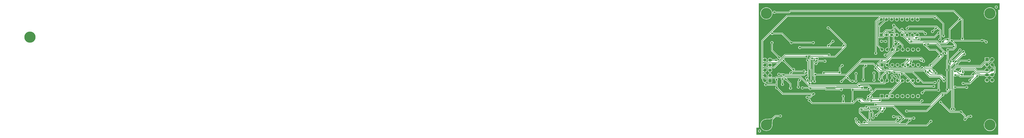
<source format=gbr>
%TF.GenerationSoftware,Altium Limited,Altium Designer,20.1.7 (139)*%
G04 Layer_Physical_Order=2*
G04 Layer_Color=16711680*
%FSLAX44Y44*%
%MOMM*%
%TF.SameCoordinates,E03824B4-CBBF-40F0-B96A-956E77447FB1*%
%TF.FilePolarity,Positive*%
%TF.FileFunction,Copper,L2,Bot,Signal*%
%TF.Part,Single*%
G01*
G75*
%TA.AperFunction,Conductor*%
%ADD23C,0.3800*%
%TA.AperFunction,SMDPad,CuDef*%
%ADD24C,1.0000*%
%TA.AperFunction,ViaPad*%
%ADD25C,5.5000*%
%TA.AperFunction,ComponentPad*%
%ADD26C,1.5000*%
%ADD27R,1.5000X1.5000*%
%ADD28C,1.7000*%
%ADD29R,1.7000X1.7000*%
%TA.AperFunction,ViaPad*%
%ADD30C,1.0000*%
G36*
X1617250Y1077000D02*
X1610000D01*
Y462000D01*
X421000D01*
Y496250D01*
X432500D01*
Y1110000D01*
X1617250D01*
Y1077000D01*
D02*
G37*
%LPC*%
G36*
X1600750Y1097810D02*
X1598923Y1097570D01*
X1597220Y1096864D01*
X1595758Y1095742D01*
X1594635Y1094280D01*
X1593930Y1092577D01*
X1593690Y1090750D01*
X1593930Y1088923D01*
X1594635Y1087220D01*
X1595758Y1085758D01*
X1597220Y1084635D01*
X1598923Y1083930D01*
X1600750Y1083690D01*
X1602577Y1083930D01*
X1604280Y1084635D01*
X1605742Y1085758D01*
X1606864Y1087220D01*
X1607570Y1088923D01*
X1607810Y1090750D01*
X1607570Y1092577D01*
X1606864Y1094280D01*
X1605742Y1095742D01*
X1604280Y1096864D01*
X1602577Y1097570D01*
X1600750Y1097810D01*
D02*
G37*
G36*
X1392737Y1075326D02*
X587561D01*
X586039Y1075024D01*
X584749Y1074162D01*
X579814Y1069226D01*
X516033D01*
X515949Y1069235D01*
X515650Y1069288D01*
X515374Y1069360D01*
X515118Y1069448D01*
X514879Y1069554D01*
X514654Y1069678D01*
X514439Y1069822D01*
X514230Y1069988D01*
X514076Y1070133D01*
X513992Y1070242D01*
X512530Y1071365D01*
X510827Y1072070D01*
X509000Y1072310D01*
X507173Y1072070D01*
X505470Y1071365D01*
X504008Y1070242D01*
X502886Y1068780D01*
X502180Y1067077D01*
X501940Y1065250D01*
X502180Y1063423D01*
X502886Y1061720D01*
X504008Y1060257D01*
X505470Y1059136D01*
X507173Y1058430D01*
X509000Y1058190D01*
X510827Y1058430D01*
X512530Y1059136D01*
X513992Y1060257D01*
X514076Y1060367D01*
X514230Y1060512D01*
X514439Y1060678D01*
X514654Y1060822D01*
X514879Y1060946D01*
X515118Y1061052D01*
X515374Y1061141D01*
X515650Y1061212D01*
X515949Y1061265D01*
X516033Y1061274D01*
X581461D01*
X582983Y1061576D01*
X584273Y1062438D01*
X589208Y1067374D01*
X1391089D01*
X1419899Y1038564D01*
X1419491Y1037362D01*
X1419173Y1037320D01*
X1417470Y1036615D01*
X1416008Y1035492D01*
X1414886Y1034030D01*
X1414180Y1032327D01*
X1413940Y1030500D01*
X1413958Y1030364D01*
X1413951Y1030152D01*
X1413921Y1029887D01*
X1413871Y1029633D01*
X1413799Y1029386D01*
X1413705Y1029142D01*
X1413587Y1028899D01*
X1413442Y1028653D01*
X1413268Y1028404D01*
X1413215Y1028338D01*
X1368088Y983212D01*
X1367226Y981922D01*
X1366924Y980400D01*
Y937481D01*
X1365785Y936919D01*
X1365530Y937114D01*
X1363827Y937820D01*
X1362000Y938060D01*
X1360173Y937820D01*
X1358470Y937114D01*
X1357007Y935992D01*
X1356924Y935883D01*
X1356770Y935738D01*
X1356561Y935572D01*
X1356346Y935428D01*
X1356121Y935304D01*
X1355882Y935198D01*
X1355626Y935109D01*
X1355350Y935038D01*
X1355051Y934985D01*
X1354967Y934976D01*
X1347250D01*
X1345728Y934674D01*
X1344438Y933812D01*
X1339412Y928785D01*
X1339346Y928732D01*
X1339097Y928558D01*
X1338851Y928413D01*
X1338608Y928295D01*
X1338364Y928201D01*
X1338117Y928129D01*
X1337863Y928079D01*
X1337598Y928049D01*
X1337386Y928043D01*
X1337250Y928060D01*
X1335423Y927820D01*
X1333720Y927114D01*
X1332258Y925993D01*
X1331136Y924530D01*
X1330430Y922827D01*
X1330190Y921000D01*
X1330430Y919173D01*
X1331136Y917470D01*
X1331331Y917215D01*
X1330769Y916076D01*
X1321202D01*
X1311517Y925762D01*
X1310227Y926624D01*
X1308705Y926926D01*
X1225966D01*
X1225637Y928196D01*
X1226615Y929470D01*
X1227320Y931173D01*
X1227560Y933000D01*
X1227320Y934827D01*
X1226615Y936530D01*
X1225944Y937404D01*
X1226571Y938674D01*
X1296900D01*
X1298422Y938976D01*
X1299712Y939838D01*
X1315089Y955215D01*
X1315154Y955268D01*
X1315403Y955442D01*
X1315649Y955587D01*
X1315892Y955705D01*
X1316136Y955799D01*
X1316383Y955871D01*
X1316637Y955921D01*
X1316902Y955951D01*
X1317114Y955957D01*
X1317250Y955940D01*
X1319077Y956180D01*
X1320780Y956886D01*
X1321035Y957081D01*
X1322174Y956519D01*
Y938772D01*
X1321400Y938670D01*
X1319697Y937964D01*
X1318235Y936842D01*
X1317113Y935380D01*
X1316407Y933677D01*
X1316167Y931850D01*
X1316407Y930023D01*
X1317113Y928320D01*
X1318235Y926858D01*
X1319697Y925735D01*
X1321400Y925030D01*
X1323227Y924790D01*
X1325054Y925030D01*
X1326757Y925735D01*
X1328219Y926858D01*
X1329341Y928320D01*
X1330047Y930023D01*
X1330287Y931850D01*
X1330047Y933677D01*
X1329641Y934656D01*
X1329824Y934929D01*
X1330126Y936451D01*
Y976436D01*
X1329824Y977958D01*
X1328962Y979248D01*
X1310748Y997462D01*
X1309458Y998324D01*
X1307937Y998626D01*
X1170900D01*
X1169378Y998324D01*
X1168088Y997462D01*
X1164662Y994035D01*
X1164596Y993982D01*
X1164347Y993808D01*
X1164101Y993663D01*
X1163858Y993545D01*
X1163614Y993451D01*
X1163367Y993379D01*
X1163113Y993329D01*
X1162848Y993299D01*
X1162636Y993292D01*
X1162500Y993310D01*
X1160673Y993070D01*
X1158970Y992365D01*
X1157508Y991242D01*
X1156385Y989780D01*
X1155680Y988077D01*
X1155440Y986250D01*
X1155680Y984423D01*
X1156385Y982720D01*
X1157508Y981257D01*
X1158970Y980135D01*
X1160673Y979430D01*
X1162500Y979190D01*
X1164327Y979430D01*
X1166030Y980135D01*
X1167493Y981257D01*
X1168615Y982720D01*
X1169320Y984423D01*
X1169560Y986250D01*
X1169542Y986386D01*
X1169549Y986598D01*
X1169579Y986863D01*
X1169629Y987117D01*
X1169701Y987364D01*
X1169795Y987608D01*
X1169913Y987851D01*
X1170058Y988097D01*
X1170232Y988346D01*
X1170285Y988412D01*
X1172547Y990674D01*
X1297769D01*
X1298331Y989535D01*
X1298136Y989280D01*
X1297430Y987577D01*
X1297311Y986673D01*
X1297251Y986497D01*
X1297203Y986127D01*
X1297143Y985839D01*
X1297064Y985559D01*
X1296965Y985287D01*
X1296846Y985019D01*
X1296703Y984754D01*
X1296537Y984490D01*
X1296345Y984226D01*
X1296306Y984180D01*
X1289690Y977563D01*
X1289615Y977504D01*
X1289381Y977345D01*
X1289156Y977221D01*
X1288940Y977126D01*
X1288727Y977056D01*
X1288514Y977008D01*
X1288294Y976982D01*
X1288063Y976976D01*
X1287725Y977000D01*
X1287587Y976983D01*
X1287000Y977060D01*
X1285173Y976820D01*
X1283470Y976115D01*
X1282007Y974992D01*
X1280885Y973530D01*
X1280180Y971827D01*
X1279940Y970000D01*
X1280180Y968173D01*
X1280885Y966470D01*
X1282007Y965007D01*
X1283470Y963885D01*
X1285173Y963180D01*
X1287000Y962940D01*
X1288827Y963180D01*
X1290530Y963885D01*
X1291992Y965007D01*
X1293114Y966470D01*
X1293820Y968173D01*
X1293939Y969077D01*
X1293999Y969252D01*
X1294047Y969623D01*
X1294107Y969911D01*
X1294186Y970191D01*
X1294285Y970463D01*
X1294404Y970731D01*
X1294547Y970996D01*
X1294713Y971260D01*
X1294905Y971524D01*
X1294944Y971570D01*
X1301560Y978187D01*
X1301635Y978247D01*
X1301869Y978404D01*
X1302094Y978529D01*
X1302310Y978624D01*
X1302523Y978694D01*
X1302736Y978742D01*
X1302956Y978768D01*
X1303187Y978774D01*
X1303526Y978750D01*
X1303662Y978767D01*
X1304250Y978690D01*
X1306077Y978930D01*
X1307780Y979635D01*
X1309242Y980758D01*
X1310365Y982220D01*
X1311070Y983923D01*
X1311112Y984240D01*
X1312314Y984649D01*
X1322174Y974789D01*
Y969481D01*
X1321035Y968919D01*
X1320780Y969115D01*
X1319077Y969820D01*
X1317250Y970060D01*
X1315423Y969820D01*
X1313720Y969115D01*
X1312258Y967992D01*
X1311136Y966530D01*
X1310430Y964827D01*
X1310190Y963000D01*
X1310208Y962864D01*
X1310201Y962652D01*
X1310171Y962387D01*
X1310121Y962133D01*
X1310049Y961886D01*
X1309955Y961642D01*
X1309837Y961399D01*
X1309692Y961153D01*
X1309518Y960904D01*
X1309465Y960838D01*
X1295253Y946626D01*
X1220879D01*
X1220253Y947896D01*
X1221298Y949259D01*
X1222255Y951570D01*
X1222582Y954050D01*
X1222255Y956530D01*
X1221298Y958841D01*
X1219775Y960825D01*
X1217791Y962348D01*
X1215480Y963305D01*
X1213000Y963632D01*
X1210520Y963305D01*
X1208209Y962348D01*
X1206225Y960825D01*
X1204702Y958841D01*
X1204437Y958202D01*
X1204386Y958140D01*
X1204378Y958113D01*
X1204360Y958091D01*
X1204077Y957530D01*
X1203821Y957116D01*
X1203564Y956778D01*
X1203308Y956508D01*
X1203056Y956298D01*
X1202803Y956137D01*
X1202541Y956015D01*
X1202257Y955926D01*
X1202016Y955883D01*
X1201579D01*
X1201264Y955821D01*
X1201259Y955821D01*
X1201252Y955818D01*
X1200057Y955581D01*
X1198767Y954719D01*
X1198421Y954372D01*
X1197080Y954827D01*
X1196855Y956530D01*
X1195898Y958841D01*
X1194376Y960825D01*
X1192391Y962348D01*
X1190080Y963305D01*
X1187600Y963632D01*
X1185120Y963305D01*
X1182809Y962348D01*
X1180825Y960825D01*
X1179302Y958841D01*
X1178345Y956530D01*
X1178018Y954050D01*
X1178345Y951570D01*
X1179302Y949259D01*
X1180347Y947896D01*
X1179721Y946626D01*
X1170079D01*
X1169453Y947896D01*
X1170498Y949259D01*
X1171456Y951570D01*
X1171782Y954050D01*
X1171456Y956530D01*
X1170498Y958841D01*
X1168976Y960825D01*
X1166991Y962348D01*
X1164680Y963305D01*
X1162200Y963632D01*
X1159720Y963305D01*
X1157409Y962348D01*
X1155425Y960825D01*
X1153902Y958841D01*
X1153446Y957741D01*
X1152176Y957994D01*
Y958772D01*
X1151874Y960294D01*
X1151012Y961584D01*
X1147182Y965414D01*
X1147229Y965715D01*
X1147743Y966649D01*
X1239728D01*
X1244215Y962162D01*
X1244268Y962096D01*
X1244442Y961847D01*
X1244587Y961601D01*
X1244705Y961358D01*
X1244799Y961114D01*
X1244871Y960867D01*
X1244921Y960613D01*
X1244951Y960348D01*
X1244958Y960136D01*
X1244940Y960000D01*
X1245180Y958173D01*
X1245885Y956470D01*
X1247008Y955008D01*
X1248470Y953885D01*
X1250173Y953180D01*
X1252000Y952940D01*
X1253827Y953180D01*
X1255530Y953885D01*
X1256992Y955008D01*
X1258114Y956470D01*
X1258820Y958173D01*
X1259060Y960000D01*
X1258820Y961827D01*
X1258114Y963530D01*
X1256992Y964993D01*
X1255530Y966115D01*
X1253827Y966820D01*
X1252000Y967060D01*
X1251864Y967042D01*
X1251652Y967049D01*
X1251387Y967079D01*
X1251133Y967129D01*
X1250886Y967201D01*
X1250642Y967295D01*
X1250399Y967413D01*
X1250153Y967558D01*
X1249904Y967732D01*
X1249838Y967785D01*
X1244187Y973437D01*
X1242897Y974299D01*
X1241375Y974601D01*
X1149022D01*
X1144535Y979088D01*
X1144482Y979154D01*
X1144308Y979403D01*
X1144163Y979649D01*
X1144045Y979892D01*
X1143951Y980136D01*
X1143879Y980383D01*
X1143829Y980637D01*
X1143799Y980902D01*
X1143792Y981114D01*
X1143810Y981250D01*
X1143570Y983077D01*
X1142865Y984780D01*
X1141742Y986243D01*
X1140280Y987365D01*
X1138577Y988070D01*
X1136750Y988310D01*
X1134923Y988070D01*
X1133220Y987365D01*
X1131758Y986243D01*
X1130636Y984780D01*
X1129930Y983077D01*
X1129690Y981250D01*
X1129930Y979423D01*
X1130636Y977720D01*
X1130831Y977465D01*
X1130269Y976326D01*
X1127599D01*
X1104010Y999916D01*
X1103992Y999938D01*
X1103785Y1000211D01*
X1103603Y1000486D01*
X1103442Y1000763D01*
X1103301Y1001044D01*
X1103181Y1001330D01*
X1103080Y1001621D01*
X1102997Y1001920D01*
X1102919Y1002290D01*
X1102878Y1002388D01*
X1102820Y1002827D01*
X1102114Y1004530D01*
X1100992Y1005993D01*
X1099530Y1007114D01*
X1097827Y1007820D01*
X1096000Y1008060D01*
X1094173Y1007820D01*
X1092470Y1007114D01*
X1091008Y1005993D01*
X1089885Y1004530D01*
X1089180Y1002827D01*
X1088940Y1001000D01*
X1089180Y999173D01*
X1089885Y997470D01*
X1091008Y996008D01*
X1091117Y995924D01*
X1091262Y995770D01*
X1091428Y995561D01*
X1091572Y995346D01*
X1091696Y995121D01*
X1091802Y994882D01*
X1091891Y994626D01*
X1091962Y994350D01*
X1092015Y994051D01*
X1092024Y993967D01*
Y984608D01*
X1090754Y983494D01*
X1090250Y983560D01*
X1088423Y983320D01*
X1086720Y982615D01*
X1085257Y981492D01*
X1085174Y981383D01*
X1085020Y981238D01*
X1084811Y981072D01*
X1084596Y980928D01*
X1084371Y980804D01*
X1084132Y980698D01*
X1083876Y980609D01*
X1083600Y980538D01*
X1083301Y980485D01*
X1083217Y980476D01*
X1057650D01*
X1056128Y980174D01*
X1054838Y979312D01*
X1040506Y964980D01*
X1039826Y964347D01*
X1039263Y963895D01*
X1038772Y963552D01*
X1038769Y963550D01*
X1027776D01*
Y991803D01*
X1055443Y1019470D01*
X1055725Y1019674D01*
X1056118Y1019902D01*
X1056564Y1020107D01*
X1057067Y1020288D01*
X1057631Y1020440D01*
X1058257Y1020561D01*
X1058945Y1020649D01*
X1059695Y1020699D01*
X1060299Y1020708D01*
X1060600Y1020668D01*
X1063080Y1020994D01*
X1065391Y1021952D01*
X1067375Y1023475D01*
X1068898Y1025459D01*
X1069855Y1027770D01*
X1070182Y1030250D01*
X1069855Y1032730D01*
X1068898Y1035041D01*
X1067853Y1036404D01*
X1068479Y1037674D01*
X1078121D01*
X1078747Y1036404D01*
X1077702Y1035041D01*
X1076745Y1032730D01*
X1076418Y1030250D01*
X1076745Y1027770D01*
X1077702Y1025459D01*
X1079225Y1023475D01*
X1081209Y1021952D01*
X1083520Y1020994D01*
X1086000Y1020668D01*
X1088480Y1020994D01*
X1090791Y1021952D01*
X1092775Y1023475D01*
X1094298Y1025459D01*
X1095256Y1027770D01*
X1095582Y1030250D01*
X1095256Y1032730D01*
X1094298Y1035041D01*
X1093253Y1036404D01*
X1093879Y1037674D01*
X1103521D01*
X1104147Y1036404D01*
X1103102Y1035041D01*
X1102145Y1032730D01*
X1101818Y1030250D01*
X1102145Y1027770D01*
X1103102Y1025459D01*
X1104625Y1023475D01*
X1106609Y1021952D01*
X1108920Y1020994D01*
X1111400Y1020668D01*
X1113880Y1020994D01*
X1116191Y1021952D01*
X1118176Y1023475D01*
X1119698Y1025459D01*
X1120656Y1027770D01*
X1120982Y1030250D01*
X1120656Y1032730D01*
X1119698Y1035041D01*
X1118653Y1036404D01*
X1119279Y1037674D01*
X1128921D01*
X1129547Y1036404D01*
X1128502Y1035041D01*
X1127545Y1032730D01*
X1127218Y1030250D01*
X1127545Y1027770D01*
X1128502Y1025459D01*
X1130025Y1023475D01*
X1132009Y1021952D01*
X1134320Y1020994D01*
X1136800Y1020668D01*
X1139280Y1020994D01*
X1141591Y1021952D01*
X1143576Y1023475D01*
X1145098Y1025459D01*
X1146056Y1027770D01*
X1146382Y1030250D01*
X1146056Y1032730D01*
X1145098Y1035041D01*
X1144053Y1036404D01*
X1144679Y1037674D01*
X1154321D01*
X1154947Y1036404D01*
X1153902Y1035041D01*
X1152945Y1032730D01*
X1152618Y1030250D01*
X1152945Y1027770D01*
X1153902Y1025459D01*
X1155425Y1023475D01*
X1157409Y1021952D01*
X1159720Y1020994D01*
X1162200Y1020668D01*
X1164680Y1020994D01*
X1166991Y1021952D01*
X1168976Y1023475D01*
X1170498Y1025459D01*
X1171456Y1027770D01*
X1171782Y1030250D01*
X1171456Y1032730D01*
X1170498Y1035041D01*
X1169453Y1036404D01*
X1170079Y1037674D01*
X1179721D01*
X1180347Y1036404D01*
X1179302Y1035041D01*
X1178345Y1032730D01*
X1178018Y1030250D01*
X1178345Y1027770D01*
X1179302Y1025459D01*
X1180825Y1023475D01*
X1182809Y1021952D01*
X1185120Y1020994D01*
X1187600Y1020668D01*
X1190080Y1020994D01*
X1192391Y1021952D01*
X1194376Y1023475D01*
X1195898Y1025459D01*
X1196855Y1027770D01*
X1197182Y1030250D01*
X1196855Y1032730D01*
X1195898Y1035041D01*
X1194853Y1036404D01*
X1195479Y1037674D01*
X1205121D01*
X1205747Y1036404D01*
X1204702Y1035041D01*
X1203745Y1032730D01*
X1203418Y1030250D01*
X1203745Y1027770D01*
X1204702Y1025459D01*
X1206225Y1023475D01*
X1208209Y1021952D01*
X1210520Y1020994D01*
X1213000Y1020668D01*
X1215480Y1020994D01*
X1217791Y1021952D01*
X1219775Y1023475D01*
X1221298Y1025459D01*
X1222255Y1027770D01*
X1222582Y1030250D01*
X1222255Y1032730D01*
X1221298Y1035041D01*
X1220253Y1036404D01*
X1220879Y1037674D01*
X1292016D01*
X1292379Y1037242D01*
X1292493Y1037087D01*
X1292494Y1037086D01*
X1292680Y1035673D01*
X1293385Y1033970D01*
X1294507Y1032508D01*
X1295970Y1031385D01*
X1297673Y1030680D01*
X1299500Y1030440D01*
X1301327Y1030680D01*
X1303030Y1031385D01*
X1304492Y1032508D01*
X1305614Y1033970D01*
X1306320Y1035673D01*
X1306362Y1035991D01*
X1307564Y1036399D01*
X1336667Y1007296D01*
Y956177D01*
X1336658Y956093D01*
X1336605Y955793D01*
X1336534Y955517D01*
X1336445Y955261D01*
X1336339Y955023D01*
X1336215Y954797D01*
X1336071Y954582D01*
X1335905Y954374D01*
X1335760Y954219D01*
X1335651Y954136D01*
X1334529Y952673D01*
X1333823Y950971D01*
X1333583Y949143D01*
X1333823Y947316D01*
X1334529Y945613D01*
X1335651Y944151D01*
X1337113Y943029D01*
X1338816Y942323D01*
X1340643Y942083D01*
X1342471Y942323D01*
X1344173Y943029D01*
X1345636Y944151D01*
X1346758Y945613D01*
X1347463Y947316D01*
X1347704Y949143D01*
X1347463Y950971D01*
X1346758Y952673D01*
X1345636Y954136D01*
X1345527Y954219D01*
X1345381Y954374D01*
X1345215Y954582D01*
X1345072Y954797D01*
X1344948Y955023D01*
X1344841Y955261D01*
X1344753Y955517D01*
X1344681Y955793D01*
X1344628Y956093D01*
X1344620Y956177D01*
Y1008943D01*
X1344317Y1010465D01*
X1343455Y1011755D01*
X1304948Y1050262D01*
X1303658Y1051124D01*
X1302137Y1051426D01*
X571864D01*
X570342Y1051124D01*
X569052Y1050262D01*
X446788Y927998D01*
X445926Y926708D01*
X445624Y925186D01*
Y740900D01*
X445926Y739378D01*
X446788Y738088D01*
X450062Y734815D01*
X450308Y734463D01*
X450560Y734007D01*
X450789Y733475D01*
X450991Y732863D01*
X451162Y732172D01*
X451292Y731427D01*
X451449Y729587D01*
X451458Y728867D01*
X451409Y728500D01*
X451770Y725759D01*
X452828Y723205D01*
X454511Y721011D01*
X456705Y719328D01*
X459259Y718270D01*
X462000Y717909D01*
X464741Y718270D01*
X467295Y719328D01*
X469489Y721011D01*
X471172Y723205D01*
X472230Y725759D01*
X472591Y728500D01*
X472230Y731241D01*
X471172Y733795D01*
X469489Y735989D01*
X467295Y737672D01*
X464741Y738730D01*
X462000Y739091D01*
X461633Y739042D01*
X460886Y739051D01*
X459954Y739106D01*
X459101Y739203D01*
X458328Y739338D01*
X457636Y739509D01*
X457025Y739711D01*
X456493Y739940D01*
X456037Y740192D01*
X455685Y740438D01*
X453576Y742547D01*
Y745684D01*
X454846Y746154D01*
X456705Y744728D01*
X459259Y743670D01*
X462000Y743309D01*
X462367Y743358D01*
X463114Y743349D01*
X464046Y743294D01*
X464899Y743197D01*
X465672Y743062D01*
X466364Y742891D01*
X466975Y742689D01*
X467507Y742459D01*
X467963Y742208D01*
X468315Y741962D01*
X471588Y738688D01*
X472878Y737826D01*
X474400Y737524D01*
X476900D01*
Y718000D01*
X497900D01*
Y737524D01*
X512533D01*
X513155Y736593D01*
X513171Y736254D01*
X512940Y734500D01*
X513180Y732673D01*
X513885Y730970D01*
X515008Y729508D01*
X515117Y729424D01*
X515262Y729270D01*
X515428Y729061D01*
X515572Y728846D01*
X515696Y728621D01*
X515802Y728382D01*
X515891Y728126D01*
X515962Y727850D01*
X516015Y727551D01*
X516024Y727467D01*
Y712226D01*
X473133D01*
X473049Y712235D01*
X472750Y712288D01*
X472474Y712359D01*
X472218Y712448D01*
X471979Y712554D01*
X471754Y712678D01*
X471539Y712822D01*
X471330Y712988D01*
X471176Y713133D01*
X471092Y713242D01*
X469630Y714364D01*
X467927Y715070D01*
X466100Y715310D01*
X464273Y715070D01*
X462570Y714364D01*
X461107Y713242D01*
X459986Y711780D01*
X459280Y710077D01*
X459040Y708250D01*
X459280Y706423D01*
X459986Y704720D01*
X461107Y703258D01*
X462570Y702135D01*
X464273Y701430D01*
X466100Y701190D01*
X467927Y701430D01*
X469630Y702135D01*
X471092Y703258D01*
X471176Y703367D01*
X471330Y703512D01*
X471539Y703678D01*
X471754Y703822D01*
X471979Y703946D01*
X472218Y704052D01*
X472474Y704141D01*
X472750Y704212D01*
X473049Y704265D01*
X473133Y704274D01*
X516024D01*
Y699819D01*
X516020Y699775D01*
X515971Y699443D01*
X515904Y699128D01*
X515819Y698827D01*
X515717Y698540D01*
X515597Y698263D01*
X515459Y697995D01*
X515301Y697735D01*
X515085Y697426D01*
X515021Y697283D01*
X514636Y696780D01*
X513930Y695077D01*
X513690Y693250D01*
X513930Y691423D01*
X514636Y689720D01*
X515758Y688258D01*
X517220Y687135D01*
X518923Y686430D01*
X520750Y686190D01*
X520886Y686208D01*
X521098Y686201D01*
X521363Y686171D01*
X521617Y686121D01*
X521864Y686049D01*
X522108Y685955D01*
X522351Y685837D01*
X522597Y685692D01*
X522846Y685518D01*
X522912Y685465D01*
X547938Y660438D01*
X549228Y659576D01*
X550750Y659274D01*
X690991D01*
X691477Y658100D01*
X683853Y650476D01*
X677283D01*
X677199Y650485D01*
X676900Y650538D01*
X676624Y650610D01*
X676368Y650698D01*
X676129Y650804D01*
X675904Y650928D01*
X675689Y651072D01*
X675480Y651238D01*
X675326Y651383D01*
X675242Y651492D01*
X673780Y652615D01*
X672077Y653320D01*
X670250Y653560D01*
X668423Y653320D01*
X666720Y652615D01*
X665257Y651492D01*
X664136Y650030D01*
X663430Y648327D01*
X663190Y646500D01*
X663430Y644673D01*
X664136Y642970D01*
X665257Y641508D01*
X666720Y640386D01*
X668423Y639680D01*
X670250Y639440D01*
X672077Y639680D01*
X673780Y640386D01*
X675242Y641508D01*
X675326Y641617D01*
X675480Y641762D01*
X675689Y641928D01*
X675904Y642072D01*
X676129Y642196D01*
X676368Y642302D01*
X676624Y642391D01*
X676900Y642462D01*
X677199Y642515D01*
X677283Y642524D01*
X685500D01*
X687022Y642826D01*
X688312Y643688D01*
X700088Y655465D01*
X700154Y655518D01*
X700403Y655692D01*
X700649Y655837D01*
X700892Y655955D01*
X701136Y656049D01*
X701383Y656121D01*
X701637Y656171D01*
X701902Y656201D01*
X702114Y656208D01*
X702250Y656190D01*
X704077Y656430D01*
X705780Y657135D01*
X707243Y658258D01*
X708364Y659720D01*
X709070Y661423D01*
X709310Y663250D01*
X709070Y665077D01*
X708364Y666780D01*
X707243Y668242D01*
X705780Y669364D01*
X704077Y670070D01*
X702250Y670310D01*
X700423Y670070D01*
X698720Y669364D01*
X697258Y668242D01*
X697174Y668133D01*
X697020Y667988D01*
X696811Y667822D01*
X696596Y667678D01*
X696371Y667554D01*
X696132Y667448D01*
X695876Y667359D01*
X695600Y667288D01*
X695301Y667235D01*
X695217Y667226D01*
X552397D01*
X528535Y691088D01*
X528482Y691154D01*
X528308Y691403D01*
X528163Y691649D01*
X528045Y691892D01*
X527951Y692136D01*
X527879Y692383D01*
X527829Y692637D01*
X527799Y692902D01*
X527793Y693114D01*
X527810Y693250D01*
X527570Y695077D01*
X526865Y696780D01*
X525742Y698242D01*
X525056Y698769D01*
X524945Y698901D01*
X524687Y699106D01*
X524533Y699256D01*
X524403Y699411D01*
X524291Y699578D01*
X524194Y699761D01*
X524111Y699967D01*
X524041Y700201D01*
X523987Y700469D01*
X523976Y700567D01*
Y710476D01*
Y727467D01*
X523985Y727551D01*
X524038Y727850D01*
X524109Y728126D01*
X524198Y728382D01*
X524304Y728621D01*
X524428Y728846D01*
X524572Y729061D01*
X524738Y729270D01*
X524883Y729424D01*
X524992Y729508D01*
X526115Y730970D01*
X526820Y732673D01*
X527060Y734500D01*
X526820Y736327D01*
X526115Y738030D01*
X524992Y739492D01*
X523530Y740614D01*
X522832Y740904D01*
X523085Y742174D01*
X541769D01*
X542331Y741035D01*
X542136Y740780D01*
X541430Y739077D01*
X541190Y737250D01*
X541430Y735423D01*
X542136Y733720D01*
X543258Y732258D01*
X543593Y732001D01*
X543647Y731927D01*
X543901Y731692D01*
X544064Y731513D01*
X544203Y731327D01*
X544323Y731130D01*
X544426Y730918D01*
X544514Y730687D01*
X544585Y730432D01*
X544639Y730148D01*
X544649Y730055D01*
Y717077D01*
X544642Y717008D01*
X544591Y716693D01*
X544521Y716397D01*
X544433Y716118D01*
X544327Y715854D01*
X544203Y715601D01*
X544059Y715359D01*
X543895Y715124D01*
X543661Y714837D01*
X543584Y714690D01*
X542886Y713780D01*
X542180Y712077D01*
X541940Y710250D01*
X542180Y708423D01*
X542886Y706720D01*
X544007Y705257D01*
X545470Y704136D01*
X547173Y703430D01*
X549000Y703190D01*
X550827Y703430D01*
X552530Y704136D01*
X553992Y705257D01*
X555115Y706720D01*
X555820Y708423D01*
X556060Y710250D01*
X555820Y712077D01*
X555115Y713780D01*
X553992Y715242D01*
X553657Y715499D01*
X553604Y715573D01*
X553349Y715808D01*
X553186Y715987D01*
X553047Y716173D01*
X552927Y716370D01*
X552824Y716582D01*
X552736Y716813D01*
X552665Y717068D01*
X552611Y717352D01*
X552601Y717445D01*
Y730423D01*
X552608Y730492D01*
X552659Y730807D01*
X552729Y731103D01*
X552817Y731382D01*
X552923Y731646D01*
X553047Y731899D01*
X553191Y732141D01*
X553355Y732377D01*
X553589Y732663D01*
X553666Y732810D01*
X554365Y733720D01*
X555070Y735423D01*
X555310Y737250D01*
X555070Y739077D01*
X554365Y740780D01*
X554169Y741035D01*
X554731Y742174D01*
X559461D01*
X559868Y741294D01*
X559939Y740904D01*
X558885Y739530D01*
X558180Y737827D01*
X557940Y736000D01*
X558180Y734173D01*
X558885Y732470D01*
X560008Y731008D01*
X561470Y729885D01*
X563173Y729180D01*
X565000Y728940D01*
X565136Y728958D01*
X565348Y728951D01*
X565613Y728921D01*
X565867Y728871D01*
X566114Y728799D01*
X566358Y728705D01*
X566601Y728587D01*
X566847Y728442D01*
X567096Y728268D01*
X567162Y728215D01*
X584774Y710603D01*
Y698533D01*
X584765Y698449D01*
X584712Y698150D01*
X584641Y697874D01*
X584552Y697618D01*
X584446Y697379D01*
X584322Y697154D01*
X584178Y696939D01*
X584012Y696730D01*
X583867Y696576D01*
X583758Y696492D01*
X582635Y695030D01*
X581930Y693327D01*
X581690Y691500D01*
X581930Y689673D01*
X582635Y687970D01*
X583758Y686507D01*
X585220Y685386D01*
X586923Y684680D01*
X588750Y684440D01*
X590577Y684680D01*
X592280Y685386D01*
X593742Y686507D01*
X594865Y687970D01*
X595570Y689673D01*
X595810Y691500D01*
X595570Y693327D01*
X594865Y695030D01*
X593742Y696492D01*
X593633Y696576D01*
X593488Y696730D01*
X593322Y696939D01*
X593178Y697154D01*
X593054Y697379D01*
X592948Y697618D01*
X592859Y697874D01*
X592788Y698150D01*
X592735Y698449D01*
X592726Y698533D01*
Y712250D01*
X592424Y713772D01*
X591562Y715062D01*
X572785Y733838D01*
X572732Y733904D01*
X572558Y734153D01*
X572413Y734399D01*
X572295Y734642D01*
X572201Y734886D01*
X572129Y735133D01*
X572079Y735387D01*
X572049Y735652D01*
X572042Y735864D01*
X572060Y736000D01*
X571820Y737827D01*
X571115Y739530D01*
X570061Y740904D01*
X570132Y741294D01*
X570539Y742174D01*
X636116D01*
X676252Y702038D01*
X677542Y701176D01*
X677858Y701114D01*
X678276Y699735D01*
X675016Y696476D01*
X653783D01*
X653699Y696485D01*
X653400Y696538D01*
X653124Y696609D01*
X652868Y696698D01*
X652629Y696804D01*
X652404Y696928D01*
X652189Y697072D01*
X651980Y697238D01*
X651826Y697383D01*
X651742Y697493D01*
X650280Y698615D01*
X648577Y699320D01*
X646750Y699560D01*
X644923Y699320D01*
X643220Y698615D01*
X641758Y697493D01*
X640636Y696030D01*
X639930Y694327D01*
X639690Y692500D01*
X639930Y690673D01*
X640636Y688970D01*
X641758Y687508D01*
X643220Y686385D01*
X644923Y685680D01*
X646750Y685440D01*
X648577Y685680D01*
X650280Y686385D01*
X651742Y687508D01*
X651826Y687617D01*
X651980Y687762D01*
X652189Y687928D01*
X652404Y688072D01*
X652629Y688196D01*
X652868Y688302D01*
X653124Y688391D01*
X653400Y688462D01*
X653699Y688515D01*
X653783Y688524D01*
X676664D01*
X677192Y688629D01*
X678581Y687679D01*
X678680Y686923D01*
X679386Y685220D01*
X680508Y683758D01*
X681970Y682635D01*
X683673Y681930D01*
X685500Y681690D01*
X687327Y681930D01*
X689030Y682635D01*
X690492Y683758D01*
X690576Y683867D01*
X690730Y684012D01*
X690939Y684178D01*
X691154Y684322D01*
X691379Y684446D01*
X691618Y684552D01*
X691874Y684641D01*
X692150Y684712D01*
X692449Y684765D01*
X692533Y684774D01*
X758028D01*
X761513Y681288D01*
X762803Y680426D01*
X764325Y680124D01*
X831467D01*
X831551Y680115D01*
X831850Y680062D01*
X832126Y679990D01*
X832382Y679902D01*
X832621Y679796D01*
X832846Y679672D01*
X833061Y679528D01*
X833270Y679362D01*
X833424Y679217D01*
X833508Y679108D01*
X834970Y677986D01*
X836673Y677280D01*
X838500Y677040D01*
X840327Y677280D01*
X842030Y677986D01*
X843492Y679108D01*
X844614Y680570D01*
X845320Y682273D01*
X845560Y684100D01*
X845320Y685927D01*
X844614Y687630D01*
X844419Y687885D01*
X844981Y689024D01*
X887488D01*
X888114Y687754D01*
X887635Y687130D01*
X886930Y685427D01*
X886690Y683600D01*
X886930Y681773D01*
X887635Y680070D01*
X888334Y679160D01*
X888411Y679014D01*
X888645Y678727D01*
X888809Y678491D01*
X888953Y678249D01*
X889077Y677996D01*
X889183Y677732D01*
X889271Y677453D01*
X889341Y677157D01*
X889392Y676842D01*
X889399Y676773D01*
Y633445D01*
X889389Y633352D01*
X889335Y633069D01*
X889264Y632813D01*
X889176Y632582D01*
X889073Y632370D01*
X888953Y632173D01*
X888814Y631987D01*
X888651Y631808D01*
X888397Y631573D01*
X888343Y631499D01*
X888008Y631242D01*
X886886Y629780D01*
X886180Y628077D01*
X885940Y626250D01*
X886180Y624423D01*
X886886Y622720D01*
X887172Y622346D01*
X886546Y621076D01*
X854731D01*
X854169Y622215D01*
X854364Y622470D01*
X855070Y624173D01*
X855310Y626000D01*
X855070Y627827D01*
X854364Y629530D01*
X853242Y630992D01*
X853133Y631076D01*
X852988Y631230D01*
X852822Y631439D01*
X852678Y631654D01*
X852554Y631879D01*
X852448Y632118D01*
X852359Y632374D01*
X852288Y632650D01*
X852235Y632949D01*
X852226Y633033D01*
Y644967D01*
X852235Y645051D01*
X852288Y645350D01*
X852359Y645626D01*
X852448Y645882D01*
X852554Y646121D01*
X852678Y646346D01*
X852822Y646561D01*
X852988Y646770D01*
X853133Y646924D01*
X853242Y647008D01*
X854364Y648470D01*
X855070Y650173D01*
X855310Y652000D01*
X855070Y653827D01*
X854364Y655530D01*
X853242Y656992D01*
X851780Y658114D01*
X850077Y658820D01*
X848250Y659060D01*
X846423Y658820D01*
X844720Y658114D01*
X843258Y656992D01*
X842135Y655530D01*
X841430Y653827D01*
X841190Y652000D01*
X841430Y650173D01*
X842135Y648470D01*
X843258Y647008D01*
X843367Y646924D01*
X843512Y646770D01*
X843678Y646561D01*
X843822Y646346D01*
X843946Y646121D01*
X844052Y645882D01*
X844141Y645626D01*
X844212Y645350D01*
X844265Y645051D01*
X844274Y644967D01*
Y633033D01*
X844265Y632949D01*
X844212Y632650D01*
X844140Y632374D01*
X844052Y632118D01*
X843946Y631879D01*
X843822Y631654D01*
X843678Y631439D01*
X843512Y631230D01*
X843367Y631076D01*
X843258Y630992D01*
X842135Y629530D01*
X841430Y627827D01*
X841190Y626000D01*
X841430Y624173D01*
X842135Y622470D01*
X842331Y622215D01*
X841769Y621076D01*
X697047D01*
X688785Y629338D01*
X688732Y629404D01*
X688558Y629653D01*
X688413Y629899D01*
X688295Y630142D01*
X688201Y630386D01*
X688129Y630633D01*
X688079Y630887D01*
X688049Y631152D01*
X688043Y631364D01*
X688060Y631500D01*
X687820Y633327D01*
X687114Y635030D01*
X685993Y636493D01*
X684530Y637615D01*
X682827Y638320D01*
X681000Y638560D01*
X679173Y638320D01*
X677470Y637615D01*
X676008Y636493D01*
X674885Y635030D01*
X674180Y633327D01*
X673940Y631500D01*
X674180Y629673D01*
X674885Y627970D01*
X676008Y626508D01*
X677470Y625386D01*
X679173Y624680D01*
X681000Y624440D01*
X681136Y624458D01*
X681348Y624451D01*
X681613Y624421D01*
X681867Y624371D01*
X682114Y624299D01*
X682358Y624205D01*
X682601Y624087D01*
X682847Y623942D01*
X683096Y623768D01*
X683162Y623715D01*
X692588Y614288D01*
X693878Y613426D01*
X695400Y613124D01*
X896436D01*
X897958Y613426D01*
X899248Y614288D01*
X919693Y634733D01*
X920092Y634668D01*
X920117Y634652D01*
X920817Y633261D01*
X920430Y632327D01*
X920190Y630500D01*
X920430Y628673D01*
X921135Y626970D01*
X922258Y625508D01*
X923720Y624385D01*
X925423Y623680D01*
X927250Y623440D01*
X927386Y623458D01*
X927598Y623451D01*
X927863Y623421D01*
X928117Y623371D01*
X928364Y623299D01*
X928608Y623205D01*
X928851Y623087D01*
X929097Y622942D01*
X929346Y622768D01*
X929412Y622715D01*
X934338Y617788D01*
X935628Y616926D01*
X937150Y616624D01*
X1001466D01*
X1002093Y615354D01*
X1001499Y614580D01*
X1000794Y612877D01*
X1000553Y611050D01*
X1000794Y609223D01*
X1001499Y607520D01*
X1001694Y607265D01*
X1001133Y606126D01*
X966205D01*
X964684Y605824D01*
X963673Y605148D01*
X962867Y605482D01*
X961040Y605723D01*
X959212Y605482D01*
X957510Y604777D01*
X956047Y603655D01*
X954925Y602192D01*
X954220Y600490D01*
X953979Y598662D01*
X954220Y596835D01*
X954718Y595633D01*
X954196Y594454D01*
X953991Y594263D01*
X953413Y594191D01*
X951492Y596112D01*
X950202Y596974D01*
X948680Y597276D01*
X934314D01*
X932792Y596974D01*
X931502Y596112D01*
X926288Y590898D01*
X925426Y589608D01*
X925124Y588087D01*
Y570622D01*
X925426Y569101D01*
X926288Y567811D01*
X965949Y528150D01*
X965463Y526976D01*
X957783D01*
X957699Y526985D01*
X957400Y527038D01*
X957124Y527109D01*
X956868Y527198D01*
X956629Y527304D01*
X956404Y527428D01*
X956189Y527572D01*
X955980Y527738D01*
X955826Y527883D01*
X955742Y527992D01*
X954280Y529114D01*
X952577Y529820D01*
X950750Y530060D01*
X948923Y529820D01*
X947220Y529114D01*
X945758Y527992D01*
X944635Y526530D01*
X943930Y524827D01*
X943690Y523000D01*
X943930Y521173D01*
X944635Y519470D01*
X944845Y519196D01*
X944219Y517926D01*
X935447D01*
X931285Y522089D01*
X931232Y522154D01*
X931058Y522403D01*
X930913Y522649D01*
X930795Y522892D01*
X930701Y523136D01*
X930629Y523383D01*
X930579Y523637D01*
X930549Y523902D01*
X930543Y524114D01*
X930560Y524250D01*
X930320Y526077D01*
X929614Y527780D01*
X928493Y529243D01*
X927030Y530364D01*
X925327Y531070D01*
X923500Y531310D01*
X921673Y531070D01*
X919970Y530364D01*
X918508Y529243D01*
X917385Y527780D01*
X916680Y526077D01*
X916638Y525760D01*
X915436Y525351D01*
X914476Y526311D01*
Y532967D01*
X914485Y533051D01*
X914538Y533350D01*
X914610Y533626D01*
X914698Y533882D01*
X914804Y534121D01*
X914928Y534346D01*
X915072Y534561D01*
X915238Y534770D01*
X915383Y534924D01*
X915492Y535008D01*
X916615Y536470D01*
X917320Y538173D01*
X917560Y540000D01*
X917320Y541827D01*
X916615Y543530D01*
X915492Y544992D01*
X914030Y546115D01*
X912327Y546820D01*
X910500Y547060D01*
X908673Y546820D01*
X906970Y546115D01*
X905508Y544992D01*
X904386Y543530D01*
X903680Y541827D01*
X903440Y540000D01*
X903680Y538173D01*
X904386Y536470D01*
X905508Y535008D01*
X905617Y534924D01*
X905762Y534770D01*
X905928Y534561D01*
X906072Y534346D01*
X906196Y534121D01*
X906302Y533882D01*
X906391Y533626D01*
X906462Y533350D01*
X906515Y533051D01*
X906524Y532967D01*
Y524664D01*
X906826Y523142D01*
X907688Y521852D01*
X924202Y505338D01*
X925492Y504476D01*
X927013Y504174D01*
X1258900D01*
X1260422Y504476D01*
X1261712Y505338D01*
X1276838Y520465D01*
X1276904Y520518D01*
X1277153Y520692D01*
X1277399Y520837D01*
X1277642Y520955D01*
X1277886Y521049D01*
X1278133Y521121D01*
X1278387Y521171D01*
X1278652Y521201D01*
X1278864Y521208D01*
X1279000Y521190D01*
X1280827Y521430D01*
X1282530Y522136D01*
X1283992Y523258D01*
X1285114Y524720D01*
X1285820Y526423D01*
X1286060Y528250D01*
X1285820Y530077D01*
X1285114Y531780D01*
X1283992Y533242D01*
X1282530Y534365D01*
X1280827Y535070D01*
X1279000Y535310D01*
X1277173Y535070D01*
X1275470Y534365D01*
X1274008Y533242D01*
X1272886Y531780D01*
X1272180Y530077D01*
X1271940Y528250D01*
X1271958Y528114D01*
X1271951Y527902D01*
X1271921Y527637D01*
X1271871Y527383D01*
X1271799Y527136D01*
X1271705Y526892D01*
X1271587Y526649D01*
X1271442Y526403D01*
X1271268Y526154D01*
X1271215Y526088D01*
X1257253Y512126D01*
X1161409D01*
X1160923Y513300D01*
X1173588Y525965D01*
X1173654Y526018D01*
X1173903Y526192D01*
X1174149Y526337D01*
X1174392Y526455D01*
X1174636Y526549D01*
X1174883Y526621D01*
X1175137Y526671D01*
X1175402Y526701D01*
X1175614Y526708D01*
X1175750Y526690D01*
X1177577Y526930D01*
X1179280Y527635D01*
X1180742Y528758D01*
X1181864Y530220D01*
X1182570Y531923D01*
X1182810Y533750D01*
X1182570Y535577D01*
X1181864Y537280D01*
X1180926Y538504D01*
X1181303Y539774D01*
X1187717D01*
X1187801Y539765D01*
X1188100Y539712D01*
X1188376Y539641D01*
X1188632Y539552D01*
X1188871Y539446D01*
X1189096Y539322D01*
X1189311Y539178D01*
X1189520Y539012D01*
X1189674Y538867D01*
X1189758Y538758D01*
X1191220Y537635D01*
X1192923Y536930D01*
X1194750Y536690D01*
X1196577Y536930D01*
X1198280Y537635D01*
X1199743Y538758D01*
X1200864Y540220D01*
X1201570Y541923D01*
X1201810Y543750D01*
X1201570Y545577D01*
X1200864Y547280D01*
X1199743Y548742D01*
X1198280Y549865D01*
X1196577Y550570D01*
X1194750Y550810D01*
X1192923Y550570D01*
X1191220Y549865D01*
X1189758Y548742D01*
X1189674Y548633D01*
X1189520Y548488D01*
X1189311Y548322D01*
X1189096Y548178D01*
X1188871Y548054D01*
X1188632Y547948D01*
X1188376Y547859D01*
X1188100Y547788D01*
X1187801Y547735D01*
X1187717Y547726D01*
X1154484D01*
X1097248Y604962D01*
X1095958Y605824D01*
X1096184Y607074D01*
X1277963D01*
X1279485Y607376D01*
X1280209Y606333D01*
X1256560Y582683D01*
X1166490D01*
X1166406Y582692D01*
X1166107Y582745D01*
X1165831Y582816D01*
X1165575Y582905D01*
X1165336Y583011D01*
X1165111Y583135D01*
X1164895Y583279D01*
X1164687Y583445D01*
X1164533Y583590D01*
X1164449Y583699D01*
X1162987Y584821D01*
X1161284Y585527D01*
X1159457Y585767D01*
X1157629Y585527D01*
X1155927Y584821D01*
X1154464Y583699D01*
X1153342Y582237D01*
X1152637Y580534D01*
X1152396Y578707D01*
X1152637Y576879D01*
X1153342Y575177D01*
X1154464Y573714D01*
X1155927Y572592D01*
X1157629Y571887D01*
X1159457Y571646D01*
X1161284Y571887D01*
X1162987Y572592D01*
X1164449Y573714D01*
X1164533Y573823D01*
X1164687Y573969D01*
X1164895Y574135D01*
X1165111Y574278D01*
X1165336Y574402D01*
X1165575Y574508D01*
X1165831Y574597D01*
X1166107Y574669D01*
X1166406Y574722D01*
X1166490Y574730D01*
X1258207D01*
X1259728Y575033D01*
X1261019Y575895D01*
X1335338Y650215D01*
X1335404Y650268D01*
X1335653Y650442D01*
X1335899Y650587D01*
X1336142Y650705D01*
X1336386Y650799D01*
X1336633Y650871D01*
X1336887Y650921D01*
X1337152Y650951D01*
X1337364Y650957D01*
X1337500Y650940D01*
X1339327Y651180D01*
X1341030Y651886D01*
X1342492Y653008D01*
X1343615Y654470D01*
X1344320Y656173D01*
X1344560Y658000D01*
X1344320Y659827D01*
X1343615Y661530D01*
X1343419Y661785D01*
X1343981Y662924D01*
X1354987D01*
X1356508Y663226D01*
X1357798Y664088D01*
X1376989Y683279D01*
X1378367Y682861D01*
X1378376Y682816D01*
X1379238Y681526D01*
X1379474Y681291D01*
Y595526D01*
X1379465Y595449D01*
X1379422Y595245D01*
X1379412Y595215D01*
X1379311Y595174D01*
X1378523Y595070D01*
X1376820Y594365D01*
X1375358Y593242D01*
X1374236Y591780D01*
X1373530Y590077D01*
X1373290Y588250D01*
X1373530Y586423D01*
X1374236Y584720D01*
X1375358Y583258D01*
X1376820Y582136D01*
X1378523Y581430D01*
X1380350Y581190D01*
X1382177Y581430D01*
X1383880Y582136D01*
X1385343Y583258D01*
X1385715Y583743D01*
X1386985D01*
X1387358Y583258D01*
X1388820Y582136D01*
X1390523Y581430D01*
X1392350Y581190D01*
X1394177Y581430D01*
X1395880Y582136D01*
X1397343Y583258D01*
X1398465Y584720D01*
X1399170Y586423D01*
X1399410Y588250D01*
X1399170Y590077D01*
X1398465Y591780D01*
X1397343Y593242D01*
X1395880Y594365D01*
X1394177Y595070D01*
X1393389Y595174D01*
X1393288Y595215D01*
X1393278Y595245D01*
X1393235Y595449D01*
X1393226Y595526D01*
Y685340D01*
X1392924Y686862D01*
X1392062Y688152D01*
X1391826Y688387D01*
Y690179D01*
X1393096Y690806D01*
X1393970Y690135D01*
X1395673Y689430D01*
X1397500Y689190D01*
X1399327Y689430D01*
X1401030Y690135D01*
X1402492Y691257D01*
X1402541Y691321D01*
X1402615Y691387D01*
X1402832Y691553D01*
X1403057Y691697D01*
X1403291Y691822D01*
X1403539Y691928D01*
X1403803Y692017D01*
X1404086Y692088D01*
X1404390Y692141D01*
X1404470Y692149D01*
X1447908D01*
X1447996Y692140D01*
X1448290Y692086D01*
X1448559Y692014D01*
X1448807Y691926D01*
X1449037Y691821D01*
X1449253Y691697D01*
X1449458Y691554D01*
X1449657Y691389D01*
X1449895Y691154D01*
X1450008Y691008D01*
X1451470Y689885D01*
X1453173Y689180D01*
X1455000Y688940D01*
X1456827Y689180D01*
X1458530Y689885D01*
X1459993Y691008D01*
X1461115Y692470D01*
X1461820Y694173D01*
X1462060Y696000D01*
X1461820Y697827D01*
X1461115Y699530D01*
X1459993Y700993D01*
X1458530Y702114D01*
X1456827Y702820D01*
X1455000Y703060D01*
X1453173Y702820D01*
X1451470Y702114D01*
X1450008Y700993D01*
X1449959Y700929D01*
X1449885Y700863D01*
X1449668Y700697D01*
X1449443Y700553D01*
X1449209Y700428D01*
X1448961Y700322D01*
X1448697Y700233D01*
X1448414Y700162D01*
X1448110Y700109D01*
X1448030Y700101D01*
X1404592D01*
X1404504Y700110D01*
X1404211Y700164D01*
X1403941Y700236D01*
X1403693Y700324D01*
X1403463Y700429D01*
X1403247Y700553D01*
X1403042Y700695D01*
X1402843Y700861D01*
X1402605Y701096D01*
X1402492Y701242D01*
X1401030Y702365D01*
X1399327Y703070D01*
X1397500Y703310D01*
X1395673Y703070D01*
X1393970Y702365D01*
X1393096Y701694D01*
X1391826Y702321D01*
Y750938D01*
X1393096Y751369D01*
X1393758Y750508D01*
X1395220Y749386D01*
X1396923Y748680D01*
X1398750Y748440D01*
X1400577Y748680D01*
X1402280Y749386D01*
X1403743Y750508D01*
X1403826Y750617D01*
X1403980Y750762D01*
X1404189Y750928D01*
X1404404Y751071D01*
X1404629Y751196D01*
X1404868Y751302D01*
X1405124Y751391D01*
X1405400Y751462D01*
X1405699Y751515D01*
X1405783Y751524D01*
X1415925D01*
X1420661Y746788D01*
X1421951Y745926D01*
X1423473Y745624D01*
X1474644D01*
X1476166Y745926D01*
X1477456Y746788D01*
X1482600Y751932D01*
X1483774Y751446D01*
Y748147D01*
X1473560Y737934D01*
X1473495Y737881D01*
X1473246Y737706D01*
X1473000Y737562D01*
X1472757Y737444D01*
X1472512Y737350D01*
X1472265Y737278D01*
X1472012Y737227D01*
X1471747Y737198D01*
X1471535Y737191D01*
X1471399Y737209D01*
X1469571Y736969D01*
X1467869Y736263D01*
X1466406Y735141D01*
X1465284Y733679D01*
X1464579Y731976D01*
X1464338Y730149D01*
X1464579Y728321D01*
X1465284Y726619D01*
X1466406Y725156D01*
X1467869Y724034D01*
X1469571Y723329D01*
X1471399Y723088D01*
X1471710Y723129D01*
X1472303Y721926D01*
X1469103Y718726D01*
X1444783D01*
X1444699Y718735D01*
X1444400Y718788D01*
X1444124Y718859D01*
X1443868Y718948D01*
X1443629Y719054D01*
X1443404Y719178D01*
X1443189Y719322D01*
X1442980Y719488D01*
X1442826Y719633D01*
X1442742Y719743D01*
X1441280Y720864D01*
X1439577Y721570D01*
X1437750Y721810D01*
X1435923Y721570D01*
X1434220Y720864D01*
X1432758Y719743D01*
X1431635Y718280D01*
X1430930Y716577D01*
X1430690Y714750D01*
X1430930Y712923D01*
X1431635Y711220D01*
X1432758Y709758D01*
X1434220Y708635D01*
X1435923Y707930D01*
X1437750Y707690D01*
X1439577Y707930D01*
X1441280Y708635D01*
X1442742Y709758D01*
X1442826Y709867D01*
X1442980Y710012D01*
X1443189Y710178D01*
X1443404Y710322D01*
X1443629Y710446D01*
X1443868Y710552D01*
X1444124Y710641D01*
X1444400Y710712D01*
X1444699Y710765D01*
X1444783Y710774D01*
X1470750D01*
X1472272Y711076D01*
X1473562Y711938D01*
X1505588Y743965D01*
X1505654Y744018D01*
X1505903Y744192D01*
X1506149Y744337D01*
X1506392Y744455D01*
X1506636Y744549D01*
X1506883Y744621D01*
X1507137Y744671D01*
X1507402Y744701D01*
X1507614Y744708D01*
X1507750Y744690D01*
X1509577Y744930D01*
X1511280Y745636D01*
X1512742Y746758D01*
X1513864Y748220D01*
X1514570Y749923D01*
X1514810Y751750D01*
X1514570Y753577D01*
X1513864Y755280D01*
X1513192Y756157D01*
X1513818Y757427D01*
X1516121D01*
X1520160Y753388D01*
X1521450Y752526D01*
X1522971Y752224D01*
X1541943D01*
X1542366Y752149D01*
X1542867Y752004D01*
X1543405Y751790D01*
X1543980Y751501D01*
X1544590Y751133D01*
X1545232Y750682D01*
X1545904Y750147D01*
X1546602Y749527D01*
X1547136Y749005D01*
X1547361Y748711D01*
X1549555Y747028D01*
X1552109Y745970D01*
X1554850Y745609D01*
X1557591Y745970D01*
X1560145Y747028D01*
X1562339Y748711D01*
X1562564Y749005D01*
X1563098Y749527D01*
X1563796Y750147D01*
X1564468Y750682D01*
X1565110Y751133D01*
X1565720Y751501D01*
X1566295Y751790D01*
X1566833Y752004D01*
X1567334Y752149D01*
X1567550Y752187D01*
X1567766Y752149D01*
X1568267Y752004D01*
X1568805Y751790D01*
X1569380Y751501D01*
X1569990Y751133D01*
X1570609Y750698D01*
X1572021Y749508D01*
X1572536Y749005D01*
X1572761Y748711D01*
X1574955Y747028D01*
X1577509Y745970D01*
X1580250Y745609D01*
X1582991Y745970D01*
X1585545Y747028D01*
X1587739Y748711D01*
X1589422Y750905D01*
X1590480Y753459D01*
X1590841Y756200D01*
X1590792Y756567D01*
X1590801Y757314D01*
X1590856Y758246D01*
X1590953Y759099D01*
X1591088Y759872D01*
X1591259Y760564D01*
X1591461Y761175D01*
X1591691Y761707D01*
X1591942Y762163D01*
X1592188Y762515D01*
X1595462Y765788D01*
X1596324Y767078D01*
X1596626Y768600D01*
Y794600D01*
X1596324Y796122D01*
X1595462Y797412D01*
X1592188Y800685D01*
X1591942Y801037D01*
X1591691Y801493D01*
X1591461Y802025D01*
X1591259Y802636D01*
X1591088Y803328D01*
X1590958Y804073D01*
X1590801Y805912D01*
X1590792Y806633D01*
X1590841Y807000D01*
X1590480Y809741D01*
X1589422Y812295D01*
X1587739Y814489D01*
X1585545Y816172D01*
X1582991Y817230D01*
X1580250Y817591D01*
X1577509Y817230D01*
X1574955Y816172D01*
X1572761Y814489D01*
X1571078Y812295D01*
X1570020Y809741D01*
X1569659Y807000D01*
X1570020Y804259D01*
X1571078Y801705D01*
X1572761Y799511D01*
X1574955Y797828D01*
X1577509Y796770D01*
X1580250Y796409D01*
X1580617Y796458D01*
X1581364Y796449D01*
X1582296Y796394D01*
X1583149Y796297D01*
X1583922Y796162D01*
X1584614Y795991D01*
X1585225Y795789D01*
X1585757Y795559D01*
X1586213Y795308D01*
X1586565Y795062D01*
X1588674Y792953D01*
Y789816D01*
X1587404Y789346D01*
X1585545Y790772D01*
X1582991Y791830D01*
X1580250Y792191D01*
X1577509Y791830D01*
X1574955Y790772D01*
X1572761Y789089D01*
X1571078Y786895D01*
X1570020Y784341D01*
X1569924Y783610D01*
X1569888Y783522D01*
X1569664Y782388D01*
X1569433Y781386D01*
X1568908Y779568D01*
X1568641Y778833D01*
X1568358Y778171D01*
X1568071Y777601D01*
X1567785Y777125D01*
X1567551Y776802D01*
X1563501Y772752D01*
X1562775Y772845D01*
X1562426Y773858D01*
X1562388Y774175D01*
X1564022Y776305D01*
X1565080Y778859D01*
X1565441Y781600D01*
X1565080Y784341D01*
X1564022Y786895D01*
X1562339Y789089D01*
X1560145Y790772D01*
X1557591Y791830D01*
X1554850Y792191D01*
X1552109Y791830D01*
X1549555Y790772D01*
X1547361Y789089D01*
X1545678Y786895D01*
X1544620Y784341D01*
X1544259Y781600D01*
X1544319Y781146D01*
X1543205Y779876D01*
X1508768D01*
X1498591Y790054D01*
X1499117Y791324D01*
X1525614D01*
X1527135Y791626D01*
X1528425Y792488D01*
X1543084Y807147D01*
X1544315Y806581D01*
X1544620Y804259D01*
X1545678Y801705D01*
X1547361Y799511D01*
X1549555Y797828D01*
X1552109Y796770D01*
X1554850Y796409D01*
X1557591Y796770D01*
X1560145Y797828D01*
X1562339Y799511D01*
X1564022Y801705D01*
X1565080Y804259D01*
X1565441Y807000D01*
X1565080Y809741D01*
X1564022Y812295D01*
X1562596Y814154D01*
X1563066Y815424D01*
X1564584D01*
X1566105Y815726D01*
X1567395Y816588D01*
X1572456Y821648D01*
X1572809Y821889D01*
X1573220Y822098D01*
X1573679Y822264D01*
X1574196Y822385D01*
X1574778Y822458D01*
X1575431Y822475D01*
X1576154Y822432D01*
X1576948Y822324D01*
X1577327Y822246D01*
X1577509Y822170D01*
X1580250Y821809D01*
X1582991Y822170D01*
X1585545Y823228D01*
X1587739Y824911D01*
X1589422Y827105D01*
X1590480Y829659D01*
X1590841Y832400D01*
X1590480Y835141D01*
X1589422Y837695D01*
X1587739Y839889D01*
X1585545Y841572D01*
X1582991Y842630D01*
X1580250Y842991D01*
X1577509Y842630D01*
X1574955Y841572D01*
X1572761Y839889D01*
X1571078Y837695D01*
X1570020Y835141D01*
X1569958Y834669D01*
X1569418Y832466D01*
X1569149Y831557D01*
X1568552Y829898D01*
X1568263Y829250D01*
X1567966Y828677D01*
X1567676Y828201D01*
X1567446Y827886D01*
X1566523Y826963D01*
X1565350Y827449D01*
Y842900D01*
X1544350D01*
Y827862D01*
X1521564Y805076D01*
X1413231D01*
X1412669Y806215D01*
X1412865Y806470D01*
X1413570Y808173D01*
X1413810Y810000D01*
X1413792Y810136D01*
X1413799Y810348D01*
X1413829Y810613D01*
X1413879Y810867D01*
X1413951Y811114D01*
X1414045Y811358D01*
X1414163Y811601D01*
X1414308Y811847D01*
X1414482Y812096D01*
X1414535Y812162D01*
X1425647Y823274D01*
X1460217D01*
X1460301Y823265D01*
X1460600Y823212D01*
X1460876Y823140D01*
X1461132Y823052D01*
X1461371Y822946D01*
X1461596Y822822D01*
X1461811Y822678D01*
X1462020Y822512D01*
X1462174Y822367D01*
X1462258Y822258D01*
X1463720Y821135D01*
X1465423Y820430D01*
X1467250Y820190D01*
X1469077Y820430D01*
X1470780Y821135D01*
X1472242Y822258D01*
X1473365Y823720D01*
X1474070Y825423D01*
X1474310Y827250D01*
X1474070Y829077D01*
X1473365Y830780D01*
X1472242Y832243D01*
X1470780Y833364D01*
X1469077Y834070D01*
X1467250Y834310D01*
X1465423Y834070D01*
X1463720Y833364D01*
X1462258Y832243D01*
X1462174Y832133D01*
X1462020Y831988D01*
X1461811Y831822D01*
X1461596Y831678D01*
X1461371Y831554D01*
X1461132Y831448D01*
X1460876Y831359D01*
X1460600Y831288D01*
X1460301Y831235D01*
X1460217Y831226D01*
X1424000D01*
X1422478Y830924D01*
X1421188Y830062D01*
X1408912Y817785D01*
X1408846Y817732D01*
X1408597Y817558D01*
X1408365Y817421D01*
X1407706Y817430D01*
X1407685Y817443D01*
X1407101Y818660D01*
X1407806Y820362D01*
X1408047Y822190D01*
X1408029Y822326D01*
X1408035Y822538D01*
X1408065Y822802D01*
X1408116Y823056D01*
X1408187Y823303D01*
X1408281Y823547D01*
X1408399Y823791D01*
X1408544Y824037D01*
X1408718Y824286D01*
X1408772Y824351D01*
X1438007Y853587D01*
X1438276D01*
X1438336Y853584D01*
X1438661Y853543D01*
X1438997Y853482D01*
X1439321Y853404D01*
X1439633Y853310D01*
X1439934Y853200D01*
X1440226Y853074D01*
X1440509Y852930D01*
X1440825Y852747D01*
X1440970Y852635D01*
X1442673Y851930D01*
X1444500Y851690D01*
X1446327Y851930D01*
X1448030Y852635D01*
X1449492Y853758D01*
X1450614Y855220D01*
X1451320Y856923D01*
X1451560Y858750D01*
X1451320Y860577D01*
X1450614Y862280D01*
X1449492Y863742D01*
X1448030Y864865D01*
X1446327Y865570D01*
X1445356Y865698D01*
X1444794Y867053D01*
X1445114Y867470D01*
X1445820Y869173D01*
X1446060Y871000D01*
X1445820Y872827D01*
X1445114Y874530D01*
X1443992Y875993D01*
X1442530Y877114D01*
X1440827Y877820D01*
X1439000Y878060D01*
X1437173Y877820D01*
X1435470Y877114D01*
X1434008Y875993D01*
X1432885Y874530D01*
X1432402Y873362D01*
X1432325Y873234D01*
X1432209Y872908D01*
X1431925Y872269D01*
X1431792Y872020D01*
X1431396Y871398D01*
X1431210Y871147D01*
X1430925Y870809D01*
X1391199Y831084D01*
X1391134Y831031D01*
X1390885Y830856D01*
X1390639Y830712D01*
X1390395Y830594D01*
X1390151Y830500D01*
X1389904Y830428D01*
X1389650Y830377D01*
X1389386Y830348D01*
X1389174Y830341D01*
X1389038Y830359D01*
X1387210Y830118D01*
X1385508Y829413D01*
X1384045Y828291D01*
X1383609Y827722D01*
X1382008D01*
X1381992Y827742D01*
X1381306Y828269D01*
X1381195Y828401D01*
X1380937Y828606D01*
X1380783Y828756D01*
X1380653Y828911D01*
X1380541Y829078D01*
X1380444Y829261D01*
X1380361Y829466D01*
X1380291Y829701D01*
X1380237Y829969D01*
X1380226Y830067D01*
Y832061D01*
X1419880Y871715D01*
X1419945Y871768D01*
X1420195Y871942D01*
X1420440Y872087D01*
X1420684Y872205D01*
X1420928Y872299D01*
X1421175Y872371D01*
X1421429Y872421D01*
X1421694Y872451D01*
X1421906Y872458D01*
X1422042Y872440D01*
X1423869Y872680D01*
X1425572Y873385D01*
X1427034Y874508D01*
X1428156Y875970D01*
X1428862Y877673D01*
X1429102Y879500D01*
X1428862Y881327D01*
X1428156Y883030D01*
X1427034Y884492D01*
X1425572Y885614D01*
X1423869Y886320D01*
X1422042Y886560D01*
X1420214Y886320D01*
X1418512Y885614D01*
X1417049Y884492D01*
X1415927Y883030D01*
X1415222Y881327D01*
X1414981Y879500D01*
X1414999Y879364D01*
X1414993Y879152D01*
X1414963Y878887D01*
X1414912Y878633D01*
X1414841Y878386D01*
X1414747Y878142D01*
X1414629Y877899D01*
X1414484Y877653D01*
X1414310Y877404D01*
X1414256Y877338D01*
X1373438Y836520D01*
X1372576Y835230D01*
X1372274Y833708D01*
Y829319D01*
X1372270Y829275D01*
X1372221Y828943D01*
X1372154Y828628D01*
X1372069Y828327D01*
X1371967Y828040D01*
X1371847Y827763D01*
X1371709Y827495D01*
X1371551Y827235D01*
X1371335Y826927D01*
X1371271Y826783D01*
X1370885Y826280D01*
X1370180Y824577D01*
X1369940Y822750D01*
X1370180Y820923D01*
X1370495Y820163D01*
X1369687Y818955D01*
X1369385Y817433D01*
Y816785D01*
X1368645Y816479D01*
X1367182Y815357D01*
X1366060Y813894D01*
X1365355Y812191D01*
X1365114Y810364D01*
X1365355Y808537D01*
X1366060Y806834D01*
X1367182Y805372D01*
X1368645Y804250D01*
X1370347Y803544D01*
X1372175Y803304D01*
X1374002Y803544D01*
X1375705Y804250D01*
X1376392Y803219D01*
X1373438Y800265D01*
X1372576Y798975D01*
X1372274Y797453D01*
Y689811D01*
X1368064Y685601D01*
X1366862Y686010D01*
X1366820Y686327D01*
X1366115Y688030D01*
X1364992Y689492D01*
X1364453Y689906D01*
X1364356Y690027D01*
X1364099Y690244D01*
X1363941Y690405D01*
X1363807Y690573D01*
X1363691Y690751D01*
X1363592Y690945D01*
X1363506Y691161D01*
X1363436Y691404D01*
X1363382Y691678D01*
X1363371Y691774D01*
Y774074D01*
X1363376Y774129D01*
X1363427Y774455D01*
X1363495Y774762D01*
X1363581Y775055D01*
X1363685Y775334D01*
X1363807Y775602D01*
X1363948Y775860D01*
X1364109Y776111D01*
X1364332Y776412D01*
X1364410Y776575D01*
X1364905Y777220D01*
X1365610Y778923D01*
X1365851Y780750D01*
X1365610Y782577D01*
X1364905Y784280D01*
X1363783Y785742D01*
X1363674Y785826D01*
X1363528Y785980D01*
X1363362Y786189D01*
X1363219Y786404D01*
X1363095Y786629D01*
X1362989Y786868D01*
X1362900Y787124D01*
X1362828Y787400D01*
X1362775Y787699D01*
X1362767Y787783D01*
Y827873D01*
X1365062Y830168D01*
X1365924Y831458D01*
X1366226Y832980D01*
Y874717D01*
X1366235Y874801D01*
X1366288Y875100D01*
X1366360Y875376D01*
X1366448Y875632D01*
X1366554Y875871D01*
X1366678Y876096D01*
X1366822Y876311D01*
X1366988Y876520D01*
X1367133Y876674D01*
X1367242Y876758D01*
X1367326Y876867D01*
X1367480Y877012D01*
X1367689Y877178D01*
X1367904Y877322D01*
X1368129Y877446D01*
X1368368Y877552D01*
X1368624Y877641D01*
X1368900Y877712D01*
X1369199Y877765D01*
X1369283Y877774D01*
X1389078D01*
X1390600Y878076D01*
X1391890Y878938D01*
X1403862Y890910D01*
X1404724Y892200D01*
X1405026Y893722D01*
Y904537D01*
X1404724Y906058D01*
X1403862Y907348D01*
X1390732Y920478D01*
X1391218Y921651D01*
X1523729D01*
X1523804Y921644D01*
X1524114Y921592D01*
X1524402Y921521D01*
X1524672Y921432D01*
X1524927Y921326D01*
X1525170Y921202D01*
X1525402Y921058D01*
X1525627Y920892D01*
X1525632Y920888D01*
X1525648Y920867D01*
X1525723Y920809D01*
X1525905Y920653D01*
X1525990Y920605D01*
X1527110Y919745D01*
X1528813Y919040D01*
X1530641Y918799D01*
X1532468Y919040D01*
X1534171Y919745D01*
X1535633Y920867D01*
X1535717Y920976D01*
X1535871Y921121D01*
X1536079Y921287D01*
X1536295Y921431D01*
X1536520Y921555D01*
X1536759Y921661D01*
X1537015Y921750D01*
X1537291Y921821D01*
X1537590Y921874D01*
X1537674Y921883D01*
X1541330D01*
X1543233Y919980D01*
X1543246Y919965D01*
X1543455Y919690D01*
X1543641Y919413D01*
X1543806Y919134D01*
X1543950Y918851D01*
X1544075Y918563D01*
X1544181Y918270D01*
X1544268Y917970D01*
X1544352Y917601D01*
X1544383Y917531D01*
X1544430Y917173D01*
X1545135Y915470D01*
X1546258Y914007D01*
X1547720Y912886D01*
X1549423Y912180D01*
X1551250Y911940D01*
X1553077Y912180D01*
X1554780Y912886D01*
X1556243Y914007D01*
X1557365Y915470D01*
X1558070Y917173D01*
X1558310Y919000D01*
X1558070Y920827D01*
X1557365Y922530D01*
X1556243Y923992D01*
X1554780Y925115D01*
X1553077Y925820D01*
X1551250Y926060D01*
X1550009Y925897D01*
X1549875Y925902D01*
X1549561Y925851D01*
X1549367Y925840D01*
X1549186Y925850D01*
X1549009Y925879D01*
X1548830Y925930D01*
X1548640Y926007D01*
X1548436Y926115D01*
X1548216Y926260D01*
X1548139Y926321D01*
X1545789Y928671D01*
X1544499Y929533D01*
X1542977Y929836D01*
X1537674D01*
X1537590Y929844D01*
X1537291Y929897D01*
X1537014Y929969D01*
X1536759Y930058D01*
X1536520Y930164D01*
X1536295Y930288D01*
X1536079Y930432D01*
X1535871Y930598D01*
X1535717Y930743D01*
X1535633Y930852D01*
X1534171Y931974D01*
X1532468Y932679D01*
X1530641Y932920D01*
X1528813Y932679D01*
X1527110Y931974D01*
X1525648Y930852D01*
X1525480Y930633D01*
X1525450Y930612D01*
X1525205Y930360D01*
X1525014Y930195D01*
X1524817Y930054D01*
X1524608Y929931D01*
X1524387Y929827D01*
X1524146Y929739D01*
X1523882Y929667D01*
X1523593Y929614D01*
X1523503Y929604D01*
X1440718D01*
X1440092Y930874D01*
X1440365Y931229D01*
X1441070Y932932D01*
X1441310Y934759D01*
X1441070Y936587D01*
X1440365Y938289D01*
X1439242Y939752D01*
X1439133Y939835D01*
X1438988Y939990D01*
X1438822Y940198D01*
X1438678Y940413D01*
X1438554Y940639D01*
X1438448Y940877D01*
X1438359Y941133D01*
X1438288Y941409D01*
X1438235Y941709D01*
X1438226Y941793D01*
Y1029837D01*
X1437924Y1031358D01*
X1437062Y1032648D01*
X1395548Y1074162D01*
X1394258Y1075024D01*
X1392737Y1075326D01*
D02*
G37*
G36*
X1569750Y1089341D02*
X1565121Y1088977D01*
X1560606Y1087893D01*
X1556316Y1086116D01*
X1552357Y1083690D01*
X1548826Y1080674D01*
X1545810Y1077143D01*
X1543384Y1073184D01*
X1541607Y1068894D01*
X1540523Y1064379D01*
X1540159Y1059750D01*
X1540523Y1055121D01*
X1541607Y1050606D01*
X1543384Y1046316D01*
X1545810Y1042357D01*
X1548826Y1038826D01*
X1552357Y1035810D01*
X1556316Y1033384D01*
X1560606Y1031607D01*
X1565121Y1030523D01*
X1569750Y1030159D01*
X1574379Y1030523D01*
X1578894Y1031607D01*
X1583184Y1033384D01*
X1587143Y1035810D01*
X1590674Y1038826D01*
X1593690Y1042357D01*
X1596116Y1046316D01*
X1597893Y1050606D01*
X1598977Y1055121D01*
X1599341Y1059750D01*
X1598977Y1064379D01*
X1597893Y1068894D01*
X1596116Y1073184D01*
X1593690Y1077143D01*
X1590674Y1080674D01*
X1587143Y1083690D01*
X1583184Y1086116D01*
X1578894Y1087893D01*
X1574379Y1088977D01*
X1569750Y1089341D01*
D02*
G37*
G36*
X469750D02*
X465121Y1088977D01*
X460606Y1087893D01*
X456316Y1086116D01*
X452357Y1083690D01*
X448826Y1080674D01*
X445810Y1077143D01*
X443384Y1073184D01*
X441607Y1068894D01*
X440523Y1064379D01*
X440159Y1059750D01*
X440523Y1055121D01*
X441607Y1050606D01*
X443384Y1046316D01*
X445810Y1042357D01*
X448826Y1038826D01*
X452357Y1035810D01*
X456316Y1033384D01*
X460606Y1031607D01*
X465121Y1030523D01*
X469750Y1030159D01*
X474379Y1030523D01*
X478894Y1031607D01*
X483184Y1033384D01*
X487143Y1035810D01*
X490674Y1038826D01*
X493690Y1042357D01*
X496116Y1046316D01*
X497893Y1050606D01*
X498977Y1055121D01*
X499341Y1059750D01*
X498977Y1064379D01*
X497893Y1068894D01*
X496116Y1073184D01*
X493690Y1077143D01*
X490674Y1080674D01*
X487143Y1083690D01*
X483184Y1086116D01*
X478894Y1087893D01*
X474379Y1088977D01*
X469750Y1089341D01*
D02*
G37*
G36*
X1580250Y741391D02*
X1577509Y741030D01*
X1574955Y739972D01*
X1572761Y738289D01*
X1571078Y736095D01*
X1570020Y733541D01*
X1569659Y730800D01*
X1570020Y728059D01*
X1571078Y725505D01*
X1572761Y723311D01*
X1574955Y721628D01*
X1577509Y720570D01*
X1580250Y720209D01*
X1582991Y720570D01*
X1585545Y721628D01*
X1587739Y723311D01*
X1589422Y725505D01*
X1590480Y728059D01*
X1590841Y730800D01*
X1590480Y733541D01*
X1589422Y736095D01*
X1587739Y738289D01*
X1585545Y739972D01*
X1582991Y741030D01*
X1580250Y741391D01*
D02*
G37*
G36*
X1554850D02*
X1552109Y741030D01*
X1549555Y739972D01*
X1547361Y738289D01*
X1545678Y736095D01*
X1544620Y733541D01*
X1544259Y730800D01*
X1544620Y728059D01*
X1545678Y725505D01*
X1547361Y723311D01*
X1549555Y721628D01*
X1552109Y720570D01*
X1554850Y720209D01*
X1557591Y720570D01*
X1560145Y721628D01*
X1562339Y723311D01*
X1564022Y725505D01*
X1565080Y728059D01*
X1565441Y730800D01*
X1565080Y733541D01*
X1564022Y736095D01*
X1562339Y738289D01*
X1560145Y739972D01*
X1557591Y741030D01*
X1554850Y741391D01*
D02*
G37*
G36*
X633500Y738660D02*
X631673Y738420D01*
X629970Y737714D01*
X628508Y736592D01*
X627385Y735130D01*
X626680Y733427D01*
X626440Y731600D01*
X626680Y729773D01*
X626706Y729709D01*
X626716Y729664D01*
X626731Y729486D01*
X626726Y729322D01*
X626703Y729162D01*
X626659Y728997D01*
X626589Y728819D01*
X626487Y728624D01*
X626347Y728409D01*
X626286Y728331D01*
X624188Y726234D01*
X623326Y724944D01*
X623024Y723422D01*
Y703283D01*
X623015Y703199D01*
X622962Y702900D01*
X622891Y702624D01*
X622802Y702368D01*
X622696Y702129D01*
X622572Y701904D01*
X622428Y701689D01*
X622262Y701480D01*
X622117Y701326D01*
X622007Y701242D01*
X620886Y699780D01*
X620180Y698077D01*
X619940Y696250D01*
X620180Y694423D01*
X620886Y692720D01*
X622007Y691257D01*
X623470Y690135D01*
X625173Y689430D01*
X627000Y689190D01*
X628827Y689430D01*
X630530Y690135D01*
X631992Y691257D01*
X633115Y692720D01*
X633820Y694423D01*
X634060Y696250D01*
X633820Y698077D01*
X633115Y699780D01*
X631992Y701242D01*
X631883Y701326D01*
X631738Y701480D01*
X631572Y701689D01*
X631428Y701904D01*
X631304Y702129D01*
X631198Y702368D01*
X631109Y702624D01*
X631038Y702900D01*
X630985Y703199D01*
X630976Y703283D01*
Y721775D01*
X632749Y723548D01*
X632794Y723589D01*
X633053Y723789D01*
X633334Y723984D01*
X633618Y724158D01*
X633905Y724312D01*
X634195Y724447D01*
X634491Y724564D01*
X634793Y724663D01*
X635146Y724756D01*
X635327Y724780D01*
X637030Y725486D01*
X638492Y726608D01*
X639614Y728070D01*
X640320Y729773D01*
X640560Y731600D01*
X640320Y733427D01*
X639614Y735130D01*
X638492Y736592D01*
X637030Y737714D01*
X635327Y738420D01*
X633500Y738660D01*
D02*
G37*
G36*
X539000Y561310D02*
X537173Y561070D01*
X535470Y560364D01*
X534007Y559242D01*
X533924Y559133D01*
X533770Y558988D01*
X533561Y558822D01*
X533346Y558678D01*
X533121Y558554D01*
X532882Y558448D01*
X532626Y558359D01*
X532350Y558288D01*
X532051Y558235D01*
X531967Y558226D01*
X513750D01*
X512228Y557924D01*
X510938Y557062D01*
X497849Y543972D01*
X497120Y543390D01*
X495792Y542671D01*
X494021Y541993D01*
X491818Y541386D01*
X489194Y540867D01*
X486199Y540449D01*
X474633Y539793D01*
X470423Y539788D01*
X469750Y539841D01*
X465121Y539477D01*
X460606Y538393D01*
X456316Y536616D01*
X452357Y534190D01*
X448826Y531174D01*
X445810Y527643D01*
X443384Y523684D01*
X441607Y519394D01*
X440523Y514879D01*
X440159Y510250D01*
X440523Y505621D01*
X441607Y501106D01*
X443384Y496816D01*
X445810Y492857D01*
X448826Y489326D01*
X452357Y486310D01*
X456316Y483884D01*
X460606Y482107D01*
X465121Y481023D01*
X469750Y480659D01*
X474379Y481023D01*
X478894Y482107D01*
X483184Y483884D01*
X487143Y486310D01*
X490674Y489326D01*
X493690Y492857D01*
X496116Y496816D01*
X497893Y501106D01*
X498977Y505621D01*
X499341Y510250D01*
X499292Y510868D01*
X499406Y519388D01*
X499947Y526681D01*
X500367Y529694D01*
X500886Y532318D01*
X501493Y534521D01*
X502171Y536292D01*
X502890Y537620D01*
X503472Y538349D01*
X515397Y550274D01*
X531967D01*
X532051Y550265D01*
X532350Y550212D01*
X532626Y550140D01*
X532882Y550052D01*
X533121Y549946D01*
X533346Y549822D01*
X533561Y549678D01*
X533770Y549512D01*
X533924Y549367D01*
X534007Y549258D01*
X535470Y548135D01*
X537173Y547430D01*
X539000Y547190D01*
X540827Y547430D01*
X542530Y548135D01*
X543992Y549258D01*
X545115Y550720D01*
X545820Y552423D01*
X546060Y554250D01*
X545820Y556077D01*
X545115Y557780D01*
X543992Y559242D01*
X542530Y560364D01*
X540827Y561070D01*
X539000Y561310D01*
D02*
G37*
G36*
X1326500Y628810D02*
X1324673Y628570D01*
X1322970Y627864D01*
X1321508Y626742D01*
X1320385Y625280D01*
X1319680Y623577D01*
X1319440Y621750D01*
X1319680Y619923D01*
X1320385Y618220D01*
X1321508Y616758D01*
X1322970Y615635D01*
X1324673Y614930D01*
X1326500Y614690D01*
X1326636Y614707D01*
X1326848Y614701D01*
X1327113Y614671D01*
X1327367Y614621D01*
X1327614Y614549D01*
X1327858Y614455D01*
X1328101Y614337D01*
X1328347Y614192D01*
X1328596Y614018D01*
X1328662Y613965D01*
X1370874Y571753D01*
X1372164Y570891D01*
X1373685Y570588D01*
X1420067D01*
X1420151Y570580D01*
X1420450Y570527D01*
X1420726Y570455D01*
X1420982Y570366D01*
X1421221Y570260D01*
X1421446Y570136D01*
X1421661Y569993D01*
X1421870Y569827D01*
X1422024Y569681D01*
X1422108Y569572D01*
X1423570Y568450D01*
X1425273Y567745D01*
X1427100Y567504D01*
X1427236Y567522D01*
X1427448Y567516D01*
X1427713Y567486D01*
X1427967Y567435D01*
X1428214Y567364D01*
X1428458Y567270D01*
X1428701Y567152D01*
X1428947Y567007D01*
X1429196Y566833D01*
X1429262Y566780D01*
X1442774Y553268D01*
Y544283D01*
X1442765Y544199D01*
X1442712Y543900D01*
X1442641Y543624D01*
X1442552Y543368D01*
X1442446Y543129D01*
X1442322Y542904D01*
X1442178Y542689D01*
X1442012Y542480D01*
X1441867Y542326D01*
X1441758Y542243D01*
X1440636Y540780D01*
X1439930Y539077D01*
X1439690Y537250D01*
X1439930Y535423D01*
X1440636Y533720D01*
X1441758Y532258D01*
X1443220Y531135D01*
X1444923Y530430D01*
X1446750Y530190D01*
X1448577Y530430D01*
X1450280Y531135D01*
X1451742Y532258D01*
X1452865Y533720D01*
X1453570Y535423D01*
X1453628Y535862D01*
X1453669Y535960D01*
X1453747Y536330D01*
X1453830Y536629D01*
X1453931Y536921D01*
X1454052Y537206D01*
X1454192Y537487D01*
X1454353Y537765D01*
X1454536Y538040D01*
X1454742Y538312D01*
X1454760Y538334D01*
X1465199Y548774D01*
X1467967D01*
X1468051Y548765D01*
X1468350Y548712D01*
X1468626Y548641D01*
X1468882Y548552D01*
X1469121Y548446D01*
X1469346Y548322D01*
X1469561Y548178D01*
X1469770Y548012D01*
X1469924Y547867D01*
X1470008Y547758D01*
X1471470Y546636D01*
X1473173Y545930D01*
X1475000Y545690D01*
X1476827Y545930D01*
X1478530Y546636D01*
X1479992Y547758D01*
X1481115Y549220D01*
X1481820Y550923D01*
X1482060Y552750D01*
X1481820Y554577D01*
X1481115Y556280D01*
X1479992Y557743D01*
X1478530Y558865D01*
X1476827Y559570D01*
X1475000Y559810D01*
X1473173Y559570D01*
X1471470Y558865D01*
X1470008Y557743D01*
X1469924Y557634D01*
X1469770Y557488D01*
X1469561Y557322D01*
X1469346Y557178D01*
X1469121Y557054D01*
X1468882Y556948D01*
X1468626Y556860D01*
X1468350Y556788D01*
X1468051Y556735D01*
X1467967Y556726D01*
X1463552D01*
X1462031Y556424D01*
X1460741Y555562D01*
X1451900Y546721D01*
X1450726Y547207D01*
Y554915D01*
X1450424Y556436D01*
X1449562Y557726D01*
X1434885Y572403D01*
X1434832Y572468D01*
X1434658Y572718D01*
X1434513Y572963D01*
X1434395Y573207D01*
X1434301Y573451D01*
X1434229Y573698D01*
X1434179Y573952D01*
X1434149Y574217D01*
X1434142Y574428D01*
X1434160Y574565D01*
X1433920Y576392D01*
X1433215Y578095D01*
X1432092Y579557D01*
X1430630Y580679D01*
X1428927Y581385D01*
X1427100Y581625D01*
X1425273Y581385D01*
X1423570Y580679D01*
X1422108Y579557D01*
X1422024Y579448D01*
X1421870Y579303D01*
X1421661Y579137D01*
X1421446Y578993D01*
X1421221Y578869D01*
X1420982Y578763D01*
X1420726Y578674D01*
X1420450Y578603D01*
X1420151Y578550D01*
X1420067Y578541D01*
X1375332D01*
X1334285Y619588D01*
X1334232Y619654D01*
X1334058Y619903D01*
X1333913Y620149D01*
X1333795Y620392D01*
X1333701Y620636D01*
X1333629Y620883D01*
X1333579Y621137D01*
X1333549Y621402D01*
X1333542Y621614D01*
X1333560Y621750D01*
X1333320Y623577D01*
X1332614Y625280D01*
X1331492Y626742D01*
X1330030Y627864D01*
X1328327Y628570D01*
X1326500Y628810D01*
D02*
G37*
G36*
X1569750Y539341D02*
X1565121Y538977D01*
X1560606Y537893D01*
X1556316Y536116D01*
X1552357Y533690D01*
X1548826Y530674D01*
X1545810Y527143D01*
X1543384Y523184D01*
X1541607Y518894D01*
X1540523Y514379D01*
X1540159Y509750D01*
X1540523Y505121D01*
X1541607Y500606D01*
X1543384Y496316D01*
X1545810Y492357D01*
X1548826Y488826D01*
X1552357Y485810D01*
X1556316Y483384D01*
X1560606Y481607D01*
X1565121Y480523D01*
X1569750Y480159D01*
X1574379Y480523D01*
X1578894Y481607D01*
X1583184Y483384D01*
X1587143Y485810D01*
X1590674Y488826D01*
X1593690Y492357D01*
X1596116Y496316D01*
X1597893Y500606D01*
X1598977Y505121D01*
X1599341Y509750D01*
X1598977Y514379D01*
X1597893Y518894D01*
X1596116Y523184D01*
X1593690Y527143D01*
X1590674Y530674D01*
X1587143Y533690D01*
X1583184Y536116D01*
X1578894Y537893D01*
X1574379Y538977D01*
X1569750Y539341D01*
D02*
G37*
G36*
X436250Y487560D02*
X434423Y487320D01*
X432720Y486614D01*
X431258Y485493D01*
X430135Y484030D01*
X429430Y482327D01*
X429190Y480500D01*
X429430Y478673D01*
X430135Y476970D01*
X431258Y475508D01*
X432720Y474385D01*
X434423Y473680D01*
X436250Y473440D01*
X438077Y473680D01*
X439780Y474385D01*
X441242Y475508D01*
X442365Y476970D01*
X443070Y478673D01*
X443310Y480500D01*
X443070Y482327D01*
X442365Y484030D01*
X441242Y485493D01*
X439780Y486614D01*
X438077Y487320D01*
X436250Y487560D01*
D02*
G37*
%LPD*%
G36*
X512894Y1068446D02*
X513235Y1068174D01*
X513594Y1067934D01*
X513972Y1067726D01*
X514368Y1067550D01*
X514783Y1067406D01*
X515216Y1067294D01*
X515667Y1067214D01*
X516137Y1067166D01*
X516625Y1067150D01*
Y1063350D01*
X516137Y1063334D01*
X515667Y1063286D01*
X515216Y1063206D01*
X514783Y1063094D01*
X514368Y1062950D01*
X513972Y1062774D01*
X513594Y1062566D01*
X513235Y1062326D01*
X512894Y1062054D01*
X512571Y1061750D01*
Y1068750D01*
X512894Y1068446D01*
D02*
G37*
G36*
X1295297Y1042723D02*
X1295816Y1042290D01*
X1296053Y1042128D01*
X1296275Y1042003D01*
X1296482Y1041914D01*
X1296674Y1041861D01*
X1296852Y1041844D01*
X1297015Y1041864D01*
X1297163Y1041920D01*
X1294500Y1037537D01*
X1294480Y1037670D01*
X1294418Y1037834D01*
X1294314Y1038028D01*
X1294169Y1038251D01*
X1293981Y1038505D01*
X1293480Y1039101D01*
X1292812Y1039818D01*
X1292415Y1040221D01*
X1295016Y1042993D01*
X1295297Y1042723D01*
D02*
G37*
G36*
X1420950Y1025500D02*
X1420507Y1025487D01*
X1420073Y1025438D01*
X1419649Y1025353D01*
X1419235Y1025233D01*
X1418830Y1025078D01*
X1418435Y1024886D01*
X1418050Y1024659D01*
X1417674Y1024397D01*
X1417308Y1024099D01*
X1416952Y1023765D01*
X1414265Y1026452D01*
X1414599Y1026808D01*
X1414897Y1027174D01*
X1415159Y1027550D01*
X1415386Y1027935D01*
X1415578Y1028330D01*
X1415733Y1028735D01*
X1415853Y1029149D01*
X1415938Y1029573D01*
X1415987Y1030007D01*
X1416000Y1030450D01*
X1420950Y1025500D01*
D02*
G37*
G36*
X1430274Y1028189D02*
Y941793D01*
X1430265Y941709D01*
X1430212Y941409D01*
X1430141Y941133D01*
X1430052Y940878D01*
X1429946Y940639D01*
X1429821Y940413D01*
X1429678Y940198D01*
X1429512Y939990D01*
X1429367Y939835D01*
X1429258Y939752D01*
X1428136Y938289D01*
X1427430Y936587D01*
X1427190Y934759D01*
X1427430Y932932D01*
X1428136Y931229D01*
X1428408Y930874D01*
X1427782Y929604D01*
X1387311D01*
X1387282Y929606D01*
X1386943Y929654D01*
X1386619Y929719D01*
X1386309Y929801D01*
X1386012Y929901D01*
X1385725Y930017D01*
X1385447Y930152D01*
X1385177Y930305D01*
X1384860Y930512D01*
X1384762Y930551D01*
X1384410Y930821D01*
X1382707Y931526D01*
X1380880Y931767D01*
X1379052Y931526D01*
X1377350Y930821D01*
X1376146Y929898D01*
X1375455Y930114D01*
X1374876Y930742D01*
Y978753D01*
X1418838Y1022715D01*
X1418904Y1022768D01*
X1419153Y1022942D01*
X1419399Y1023087D01*
X1419642Y1023205D01*
X1419886Y1023299D01*
X1420133Y1023371D01*
X1420387Y1023421D01*
X1420652Y1023451D01*
X1420864Y1023457D01*
X1421000Y1023440D01*
X1422827Y1023680D01*
X1424530Y1024386D01*
X1425992Y1025508D01*
X1427115Y1026970D01*
X1427820Y1028673D01*
X1427862Y1028990D01*
X1429064Y1029399D01*
X1430274Y1028189D01*
D02*
G37*
G36*
X1053347Y1036404D02*
X1052302Y1035041D01*
X1051345Y1032730D01*
X1051018Y1030250D01*
X1051058Y1029949D01*
X1051049Y1029345D01*
X1050999Y1028595D01*
X1050911Y1027907D01*
X1050790Y1027281D01*
X1050638Y1026717D01*
X1050457Y1026214D01*
X1050252Y1025768D01*
X1050024Y1025375D01*
X1049820Y1025093D01*
X1023150Y998423D01*
X1021976Y998909D01*
Y1011403D01*
X1030043Y1019470D01*
X1030325Y1019674D01*
X1030718Y1019902D01*
X1031164Y1020107D01*
X1031667Y1020288D01*
X1032231Y1020440D01*
X1032857Y1020561D01*
X1033545Y1020649D01*
X1034295Y1020699D01*
X1034899Y1020708D01*
X1035200Y1020668D01*
X1037680Y1020994D01*
X1039991Y1021952D01*
X1041975Y1023475D01*
X1043498Y1025459D01*
X1044455Y1027770D01*
X1044782Y1030250D01*
X1044455Y1032730D01*
X1043498Y1035041D01*
X1042453Y1036404D01*
X1043079Y1037674D01*
X1052721D01*
X1053347Y1036404D01*
D02*
G37*
G36*
X1060525Y1022750D02*
X1059612Y1022737D01*
X1058748Y1022679D01*
X1057934Y1022576D01*
X1057170Y1022428D01*
X1056456Y1022235D01*
X1055792Y1021997D01*
X1055177Y1021714D01*
X1054612Y1021385D01*
X1054097Y1021012D01*
X1053631Y1020594D01*
X1050944Y1023281D01*
X1051362Y1023747D01*
X1051736Y1024262D01*
X1052064Y1024827D01*
X1052347Y1025442D01*
X1052585Y1026106D01*
X1052778Y1026820D01*
X1052926Y1027584D01*
X1053029Y1028398D01*
X1053087Y1029262D01*
X1053100Y1030175D01*
X1060525Y1022750D01*
D02*
G37*
G36*
X1035125D02*
X1034212Y1022737D01*
X1033348Y1022679D01*
X1032534Y1022576D01*
X1031770Y1022428D01*
X1031056Y1022235D01*
X1030392Y1021997D01*
X1029777Y1021714D01*
X1029212Y1021385D01*
X1028697Y1021012D01*
X1028231Y1020594D01*
X1025544Y1023281D01*
X1025962Y1023747D01*
X1026336Y1024262D01*
X1026664Y1024827D01*
X1026947Y1025442D01*
X1027185Y1026106D01*
X1027378Y1026820D01*
X1027526Y1027584D01*
X1027629Y1028398D01*
X1027687Y1029262D01*
X1027700Y1030175D01*
X1035125Y1022750D01*
D02*
G37*
G36*
X1101014Y1001438D02*
X1101132Y1001013D01*
X1101277Y1000598D01*
X1101448Y1000192D01*
X1101646Y999795D01*
X1101870Y999408D01*
X1102121Y999031D01*
X1102399Y998662D01*
X1102704Y998304D01*
X1103035Y997954D01*
X1100896Y994719D01*
X1100533Y995057D01*
X1100164Y995349D01*
X1099788Y995598D01*
X1099406Y995802D01*
X1099016Y995962D01*
X1098620Y996077D01*
X1098513Y996096D01*
X1098476Y996028D01*
X1098300Y995632D01*
X1098156Y995217D01*
X1098044Y994784D01*
X1097964Y994333D01*
X1097916Y993863D01*
X1097900Y993375D01*
X1094100D01*
X1094084Y993863D01*
X1094036Y994333D01*
X1093956Y994784D01*
X1093844Y995217D01*
X1093700Y995632D01*
X1093524Y996028D01*
X1093316Y996406D01*
X1093076Y996765D01*
X1092804Y997106D01*
X1092500Y997429D01*
X1097883D01*
X1100923Y1001872D01*
X1101014Y1001438D01*
D02*
G37*
G36*
X1169235Y990298D02*
X1168901Y989942D01*
X1168603Y989576D01*
X1168341Y989200D01*
X1168114Y988815D01*
X1167922Y988420D01*
X1167767Y988015D01*
X1167646Y987601D01*
X1167562Y987177D01*
X1167513Y986743D01*
X1167500Y986300D01*
X1162550Y991250D01*
X1162993Y991263D01*
X1163427Y991312D01*
X1163851Y991396D01*
X1164265Y991517D01*
X1164670Y991672D01*
X1165065Y991864D01*
X1165450Y992091D01*
X1165826Y992353D01*
X1166192Y992651D01*
X1166548Y992985D01*
X1169235Y990298D01*
D02*
G37*
G36*
X778074Y990569D02*
X778257Y990309D01*
X778797Y989641D01*
X780041Y988274D01*
X781805Y986468D01*
X779578Y983322D01*
X779206Y983668D01*
X778838Y983957D01*
X778476Y984189D01*
X778119Y984364D01*
X777766Y984482D01*
X777419Y984543D01*
X777077Y984547D01*
X776739Y984494D01*
X776406Y984384D01*
X776079Y984216D01*
X777949Y990781D01*
X778074Y990569D01*
D02*
G37*
G36*
X1303670Y980784D02*
X1303235Y980815D01*
X1302809Y980805D01*
X1302391Y980754D01*
X1301982Y980663D01*
X1301580Y980531D01*
X1301187Y980358D01*
X1300802Y980145D01*
X1300425Y979890D01*
X1300057Y979595D01*
X1299697Y979260D01*
X1297320Y982257D01*
X1297652Y982610D01*
X1297954Y982972D01*
X1298226Y983344D01*
X1298466Y983727D01*
X1298677Y984119D01*
X1298857Y984521D01*
X1299007Y984934D01*
X1299126Y985356D01*
X1299215Y985788D01*
X1299273Y986231D01*
X1303670Y980784D01*
D02*
G37*
G36*
X1293930Y973493D02*
X1293597Y973140D01*
X1293296Y972778D01*
X1293024Y972406D01*
X1292784Y972023D01*
X1292573Y971631D01*
X1292393Y971229D01*
X1292243Y970816D01*
X1292124Y970394D01*
X1292035Y969962D01*
X1291977Y969519D01*
X1287580Y974966D01*
X1288015Y974935D01*
X1288441Y974945D01*
X1288859Y974996D01*
X1289268Y975087D01*
X1289670Y975219D01*
X1290063Y975392D01*
X1290448Y975605D01*
X1290825Y975860D01*
X1291193Y976154D01*
X1291553Y976490D01*
X1293930Y973493D01*
D02*
G37*
G36*
X1141763Y980757D02*
X1141812Y980323D01*
X1141897Y979899D01*
X1142017Y979485D01*
X1142172Y979080D01*
X1142364Y978685D01*
X1142591Y978300D01*
X1142853Y977924D01*
X1143151Y977558D01*
X1143485Y977202D01*
X1140798Y974515D01*
X1140442Y974849D01*
X1140076Y975147D01*
X1139700Y975409D01*
X1139315Y975636D01*
X1138920Y975828D01*
X1138515Y975983D01*
X1138101Y976104D01*
X1137677Y976188D01*
X1137243Y976237D01*
X1136800Y976250D01*
X1141750Y981200D01*
X1141763Y980757D01*
D02*
G37*
G36*
X1086679Y973000D02*
X1086356Y973304D01*
X1086015Y973576D01*
X1085656Y973816D01*
X1085278Y974024D01*
X1084882Y974200D01*
X1084467Y974344D01*
X1084034Y974456D01*
X1083583Y974536D01*
X1083113Y974584D01*
X1082625Y974600D01*
Y978400D01*
X1083113Y978416D01*
X1083583Y978464D01*
X1084034Y978544D01*
X1084467Y978656D01*
X1084882Y978800D01*
X1085278Y978976D01*
X1085656Y979184D01*
X1086015Y979424D01*
X1086356Y979696D01*
X1086679Y980000D01*
Y973000D01*
D02*
G37*
G36*
X1045357Y961519D02*
X1044601Y960738D01*
X1043413Y959337D01*
X1042980Y958718D01*
X1042654Y958153D01*
X1042436Y957643D01*
X1042326Y957187D01*
X1042323Y956786D01*
X1042427Y956438D01*
X1042639Y956145D01*
X1037296Y961489D01*
X1037588Y961277D01*
X1037935Y961173D01*
X1038337Y961176D01*
X1038793Y961286D01*
X1039303Y961504D01*
X1039868Y961830D01*
X1040487Y962263D01*
X1041160Y962803D01*
X1042670Y964206D01*
X1045357Y961519D01*
D02*
G37*
G36*
X1248308Y966401D02*
X1248674Y966103D01*
X1249050Y965841D01*
X1249435Y965614D01*
X1249830Y965422D01*
X1250235Y965267D01*
X1250649Y965146D01*
X1251073Y965062D01*
X1251507Y965013D01*
X1251950Y965000D01*
X1247000Y960050D01*
X1246987Y960493D01*
X1246938Y960927D01*
X1246853Y961351D01*
X1246733Y961765D01*
X1246578Y962170D01*
X1246386Y962565D01*
X1246159Y962950D01*
X1245897Y963326D01*
X1245599Y963692D01*
X1245265Y964048D01*
X1247952Y966735D01*
X1248308Y966401D01*
D02*
G37*
G36*
X1083301Y972515D02*
X1083600Y972462D01*
X1083876Y972391D01*
X1084132Y972302D01*
X1084371Y972196D01*
X1084596Y972072D01*
X1084811Y971928D01*
X1085020Y971762D01*
X1085174Y971617D01*
X1085257Y971508D01*
X1086720Y970386D01*
X1088423Y969680D01*
X1090250Y969440D01*
X1092077Y969680D01*
X1093780Y970386D01*
X1094035Y970581D01*
X1095174Y970019D01*
Y959786D01*
X1093904Y959355D01*
X1092775Y960825D01*
X1090791Y962348D01*
X1088480Y963305D01*
X1086000Y963632D01*
X1083520Y963305D01*
X1081209Y962348D01*
X1079225Y960825D01*
X1077702Y958841D01*
X1077246Y957741D01*
X1075976Y957994D01*
Y958772D01*
X1075674Y960294D01*
X1074812Y961584D01*
X1068134Y968262D01*
X1066844Y969124D01*
X1065322Y969426D01*
X1057859D01*
X1057373Y970600D01*
X1059297Y972524D01*
X1083217D01*
X1083301Y972515D01*
D02*
G37*
G36*
X501894Y964196D02*
X502235Y963924D01*
X502594Y963684D01*
X502972Y963476D01*
X503368Y963300D01*
X503783Y963156D01*
X504216Y963044D01*
X504667Y962964D01*
X505137Y962916D01*
X505625Y962900D01*
Y959100D01*
X505137Y959084D01*
X504667Y959036D01*
X504216Y958956D01*
X503783Y958844D01*
X503368Y958700D01*
X502972Y958524D01*
X502594Y958316D01*
X502235Y958076D01*
X501894Y957804D01*
X501571Y957500D01*
Y964500D01*
X501894Y964196D01*
D02*
G37*
G36*
X1317200Y958000D02*
X1316757Y957987D01*
X1316323Y957938D01*
X1315899Y957853D01*
X1315485Y957733D01*
X1315080Y957578D01*
X1314685Y957386D01*
X1314300Y957159D01*
X1313924Y956897D01*
X1313558Y956599D01*
X1313202Y956265D01*
X1310515Y958952D01*
X1310849Y959308D01*
X1311147Y959674D01*
X1311409Y960050D01*
X1311636Y960435D01*
X1311828Y960830D01*
X1311983Y961235D01*
X1312103Y961649D01*
X1312188Y962073D01*
X1312237Y962507D01*
X1312250Y962950D01*
X1317200Y958000D01*
D02*
G37*
G36*
X1342559Y956280D02*
X1342607Y955810D01*
X1342687Y955359D01*
X1342799Y954926D01*
X1342943Y954512D01*
X1343119Y954115D01*
X1343327Y953737D01*
X1343567Y953378D01*
X1343839Y953037D01*
X1344143Y952714D01*
X1337143D01*
X1337447Y953037D01*
X1337719Y953378D01*
X1337959Y953737D01*
X1338167Y954115D01*
X1338343Y954512D01*
X1338487Y954926D01*
X1338599Y955359D01*
X1338679Y955810D01*
X1338727Y956280D01*
X1338743Y956768D01*
X1342543D01*
X1342559Y956280D01*
D02*
G37*
G36*
X1209003Y947704D02*
X1208277Y948141D01*
X1206853Y948878D01*
X1206157Y949178D01*
X1205470Y949431D01*
X1204793Y949639D01*
X1204126Y949800D01*
X1203468Y949915D01*
X1202821Y949984D01*
X1202183Y950007D01*
X1201579Y953807D01*
X1202176Y953841D01*
X1202743Y953941D01*
X1203279Y954110D01*
X1203785Y954345D01*
X1204260Y954648D01*
X1204705Y955018D01*
X1205120Y955455D01*
X1205503Y955960D01*
X1205857Y956532D01*
X1206180Y957171D01*
X1209003Y947704D01*
D02*
G37*
G36*
X1123141Y969538D02*
X1124431Y968676D01*
X1125952Y968374D01*
X1132975D01*
X1136478Y964871D01*
X1136023Y963530D01*
X1134320Y963305D01*
X1132009Y962348D01*
X1130025Y960825D01*
X1128502Y958841D01*
X1127545Y956530D01*
X1127218Y954050D01*
X1127545Y951570D01*
X1128502Y949259D01*
X1130025Y947274D01*
X1132009Y945752D01*
X1134320Y944794D01*
X1136800Y944468D01*
X1139280Y944794D01*
X1140095Y945132D01*
X1174438Y910788D01*
X1175728Y909926D01*
X1177250Y909624D01*
X1240408D01*
X1241390Y909819D01*
X1241751Y909532D01*
X1242265Y908739D01*
X1241680Y907327D01*
X1241440Y905500D01*
X1241680Y903673D01*
X1242385Y901970D01*
X1243508Y900508D01*
X1244970Y899386D01*
X1246673Y898680D01*
X1248500Y898440D01*
X1248636Y898457D01*
X1248848Y898451D01*
X1249113Y898421D01*
X1249367Y898371D01*
X1249614Y898299D01*
X1249858Y898205D01*
X1250101Y898087D01*
X1250347Y897942D01*
X1250596Y897768D01*
X1250662Y897715D01*
X1270555Y877821D01*
X1271845Y876959D01*
X1273367Y876656D01*
X1303147D01*
X1321876Y857927D01*
X1321929Y857862D01*
X1322103Y857613D01*
X1322248Y857367D01*
X1322366Y857123D01*
X1322460Y856879D01*
X1322477Y856822D01*
X1322082Y856260D01*
X1321749Y855992D01*
X1321513Y855882D01*
X1321355Y855849D01*
X1319750Y856060D01*
X1317923Y855820D01*
X1316220Y855114D01*
X1314758Y853992D01*
X1313636Y852530D01*
X1312930Y850827D01*
X1312690Y849000D01*
X1312712Y848829D01*
X1312708Y848532D01*
X1312683Y848272D01*
X1312637Y848024D01*
X1312569Y847782D01*
X1312479Y847542D01*
X1312365Y847303D01*
X1312224Y847061D01*
X1312053Y846814D01*
X1311998Y846746D01*
X1277818Y812566D01*
X1277755Y812515D01*
X1277503Y812337D01*
X1277254Y812189D01*
X1277006Y812067D01*
X1276758Y811969D01*
X1276506Y811893D01*
X1276247Y811838D01*
X1275978Y811804D01*
X1275847Y811798D01*
X1275750Y811810D01*
X1273923Y811570D01*
X1272220Y810864D01*
X1270758Y809742D01*
X1269635Y808280D01*
X1268930Y806577D01*
X1268690Y804750D01*
X1268930Y802923D01*
X1269635Y801220D01*
X1269831Y800965D01*
X1269269Y799826D01*
X1252411D01*
X1250889Y799524D01*
X1249599Y798662D01*
X1244389Y793451D01*
X1243186Y793859D01*
X1243144Y794177D01*
X1242439Y795880D01*
X1241317Y797342D01*
X1239855Y798465D01*
X1238152Y799170D01*
X1236325Y799410D01*
X1234497Y799170D01*
X1232794Y798465D01*
X1231332Y797342D01*
X1230210Y795880D01*
X1229505Y794177D01*
X1229382Y793247D01*
X1229356Y793191D01*
X1229353Y793104D01*
X1229323Y793023D01*
X1229311Y792949D01*
X1229282Y792881D01*
X1229208Y792745D01*
X1229088Y792557D01*
X1228944Y792358D01*
X1228615Y791976D01*
X1158485D01*
X1157924Y793115D01*
X1158119Y793370D01*
X1158824Y795073D01*
X1159035Y796674D01*
X1160138Y797428D01*
X1160759Y796952D01*
X1163070Y795994D01*
X1165550Y795668D01*
X1168030Y795994D01*
X1170341Y796952D01*
X1172326Y798475D01*
X1173848Y800459D01*
X1174806Y802770D01*
X1175049Y804622D01*
X1176284Y805485D01*
X1176423Y805427D01*
X1178250Y805187D01*
X1180077Y805427D01*
X1180216Y805485D01*
X1181451Y804622D01*
X1181695Y802770D01*
X1182652Y800459D01*
X1184175Y798475D01*
X1186159Y796952D01*
X1188470Y795994D01*
X1190950Y795668D01*
X1193430Y795994D01*
X1195741Y796952D01*
X1197726Y798475D01*
X1199248Y800459D01*
X1200206Y802770D01*
X1200532Y805250D01*
X1200206Y807730D01*
X1199248Y810041D01*
X1197726Y812026D01*
X1195741Y813548D01*
X1193430Y814505D01*
X1190950Y814832D01*
X1188470Y814505D01*
X1186407Y813651D01*
X1185536Y813927D01*
X1184995Y814256D01*
X1184364Y815777D01*
X1184253Y815922D01*
X1184070Y816238D01*
X1183926Y816522D01*
X1183800Y816813D01*
X1183690Y817114D01*
X1183664Y817200D01*
X1183827Y818430D01*
X1185530Y819136D01*
X1186992Y820257D01*
X1188114Y821720D01*
X1188820Y823423D01*
X1189060Y825250D01*
X1188820Y827077D01*
X1188114Y828780D01*
X1187919Y829035D01*
X1188481Y830174D01*
X1222840D01*
X1223307Y829707D01*
X1223347Y829662D01*
X1223548Y829404D01*
X1223742Y829123D01*
X1223916Y828839D01*
X1224070Y828551D01*
X1224205Y828261D01*
X1224322Y827965D01*
X1224421Y827664D01*
X1224515Y827310D01*
X1224538Y827129D01*
X1225244Y825426D01*
X1226366Y823964D01*
X1227828Y822842D01*
X1229531Y822137D01*
X1231358Y821896D01*
X1233186Y822137D01*
X1234403Y822641D01*
X1235130Y822659D01*
X1235939Y822048D01*
X1236385Y820970D01*
X1237508Y819508D01*
X1238970Y818385D01*
X1240673Y817680D01*
X1242500Y817440D01*
X1244327Y817680D01*
X1246030Y818385D01*
X1247493Y819508D01*
X1248615Y820970D01*
X1249320Y822673D01*
X1249560Y824500D01*
X1249320Y826327D01*
X1248615Y828030D01*
X1247493Y829492D01*
X1246030Y830614D01*
X1245296Y830919D01*
X1245290Y830977D01*
Y831588D01*
X1244987Y833109D01*
X1244125Y834399D01*
X1234813Y843712D01*
X1233523Y844574D01*
X1232001Y844876D01*
X1085900D01*
X1084378Y844574D01*
X1083894Y844250D01*
X1083085Y845237D01*
X1108941Y871093D01*
X1109225Y871296D01*
X1109601Y871505D01*
X1110019Y871684D01*
X1110487Y871831D01*
X1111010Y871942D01*
X1111591Y872016D01*
X1112231Y872047D01*
X1112931Y872032D01*
X1113746Y871964D01*
X1113892Y871981D01*
X1114750Y871868D01*
X1117230Y872195D01*
X1119541Y873152D01*
X1121525Y874675D01*
X1123048Y876659D01*
X1124006Y878970D01*
X1124332Y881450D01*
X1124006Y883930D01*
X1123048Y886241D01*
X1121525Y888225D01*
X1119541Y889748D01*
X1117230Y890705D01*
X1114750Y891032D01*
X1112270Y890705D01*
X1109959Y889748D01*
X1107975Y888225D01*
X1106452Y886241D01*
X1105996Y885142D01*
X1104726Y885394D01*
Y888353D01*
X1118338Y901965D01*
X1118404Y902018D01*
X1118653Y902192D01*
X1118899Y902337D01*
X1119142Y902455D01*
X1119386Y902549D01*
X1119633Y902621D01*
X1119887Y902671D01*
X1120152Y902701D01*
X1120364Y902708D01*
X1120500Y902690D01*
X1122327Y902930D01*
X1124030Y903635D01*
X1125492Y904758D01*
X1126615Y906220D01*
X1127320Y907923D01*
X1127362Y908241D01*
X1128564Y908649D01*
X1136174Y901039D01*
Y892719D01*
X1136119Y892376D01*
X1136002Y891937D01*
X1135832Y891476D01*
X1135604Y890993D01*
X1135313Y890486D01*
X1134956Y889958D01*
X1134531Y889410D01*
X1134036Y888843D01*
X1133616Y888410D01*
X1133375Y888225D01*
X1131852Y886241D01*
X1130895Y883930D01*
X1130568Y881450D01*
X1130895Y878970D01*
X1131852Y876659D01*
X1133375Y874675D01*
X1135359Y873152D01*
X1137670Y872195D01*
X1140150Y871868D01*
X1142630Y872195D01*
X1144941Y873152D01*
X1146926Y874675D01*
X1148448Y876659D01*
X1149406Y878970D01*
X1149732Y881450D01*
X1149406Y883930D01*
X1148448Y886241D01*
X1146926Y888225D01*
X1146684Y888410D01*
X1146264Y888844D01*
X1145769Y889409D01*
X1145344Y889957D01*
X1144987Y890486D01*
X1144697Y890992D01*
X1144468Y891476D01*
X1144298Y891937D01*
X1144181Y892376D01*
X1144126Y892719D01*
Y902686D01*
X1143824Y904208D01*
X1142962Y905498D01*
X1123398Y925062D01*
X1122108Y925924D01*
X1120586Y926226D01*
X1110783D01*
X1110699Y926235D01*
X1110400Y926288D01*
X1110124Y926359D01*
X1109868Y926448D01*
X1109629Y926554D01*
X1109404Y926678D01*
X1109189Y926822D01*
X1108980Y926988D01*
X1108826Y927133D01*
X1108742Y927242D01*
X1107280Y928364D01*
X1105577Y929070D01*
X1103750Y929310D01*
X1101923Y929070D01*
X1100220Y928364D01*
X1099965Y928169D01*
X1098826Y928731D01*
Y945131D01*
X1101962Y948266D01*
X1102102Y948476D01*
X1103663Y948527D01*
X1104625Y947274D01*
X1106609Y945752D01*
X1108920Y944794D01*
X1111400Y944468D01*
X1113880Y944794D01*
X1116191Y945752D01*
X1118176Y947274D01*
X1119698Y949259D01*
X1120656Y951570D01*
X1120982Y954050D01*
X1120656Y956530D01*
X1119698Y958841D01*
X1118176Y960825D01*
X1116191Y962348D01*
X1113880Y963305D01*
X1111400Y963632D01*
X1108920Y963305D01*
X1106609Y962348D01*
X1104625Y960825D01*
X1104329Y960440D01*
X1103126Y960848D01*
Y980186D01*
X1102824Y981708D01*
X1101962Y982998D01*
X1099976Y984984D01*
Y991043D01*
X1101150Y991529D01*
X1123141Y969538D01*
D02*
G37*
G36*
X1436166Y941896D02*
X1436214Y941427D01*
X1436294Y940975D01*
X1436406Y940542D01*
X1436550Y940128D01*
X1436726Y939732D01*
X1436934Y939354D01*
X1437174Y938994D01*
X1437446Y938653D01*
X1437750Y938330D01*
X1430750D01*
X1431054Y938653D01*
X1431326Y938994D01*
X1431566Y939354D01*
X1431774Y939732D01*
X1431950Y940128D01*
X1432094Y940542D01*
X1432206Y940975D01*
X1432286Y941427D01*
X1432334Y941896D01*
X1432350Y942384D01*
X1436150D01*
X1436166Y941896D01*
D02*
G37*
G36*
X1209518Y943527D02*
X1209908Y943329D01*
X1210310Y943155D01*
X1210723Y943004D01*
X1211147Y942877D01*
X1211582Y942772D01*
X1212028Y942691D01*
X1212486Y942633D01*
X1213434Y942586D01*
X1214449Y938786D01*
X1213952Y938768D01*
X1213484Y938713D01*
X1213046Y938621D01*
X1212637Y938492D01*
X1212258Y938326D01*
X1211907Y938124D01*
X1211586Y937885D01*
X1211295Y937609D01*
X1211032Y937297D01*
X1210799Y936947D01*
X1209138Y943747D01*
X1209518Y943527D01*
D02*
G37*
G36*
X1175144Y936696D02*
X1175485Y936424D01*
X1175844Y936184D01*
X1176222Y935976D01*
X1176618Y935800D01*
X1177033Y935656D01*
X1177466Y935544D01*
X1177917Y935464D01*
X1178387Y935416D01*
X1178875Y935400D01*
Y931600D01*
X1178387Y931584D01*
X1177917Y931536D01*
X1177466Y931456D01*
X1177033Y931344D01*
X1176618Y931200D01*
X1176222Y931024D01*
X1175844Y930816D01*
X1175485Y930576D01*
X1175144Y930304D01*
X1174821Y930000D01*
Y937000D01*
X1175144Y936696D01*
D02*
G37*
G36*
X1218874Y928272D02*
X1218592Y928353D01*
X1218245Y928426D01*
X1217355Y928546D01*
X1216202Y928632D01*
X1213114Y928700D01*
X1212525Y932500D01*
X1213032Y932519D01*
X1213496Y932574D01*
X1213918Y932667D01*
X1214298Y932797D01*
X1214635Y932964D01*
X1214930Y933168D01*
X1215183Y933410D01*
X1215394Y933688D01*
X1215562Y934004D01*
X1215687Y934357D01*
X1218874Y928272D01*
D02*
G37*
G36*
X1358429Y927500D02*
X1358106Y927804D01*
X1357765Y928076D01*
X1357406Y928316D01*
X1357028Y928524D01*
X1356632Y928700D01*
X1356217Y928844D01*
X1355784Y928956D01*
X1355333Y929036D01*
X1354863Y929084D01*
X1354375Y929100D01*
Y932900D01*
X1354863Y932916D01*
X1355333Y932964D01*
X1355784Y933044D01*
X1356217Y933156D01*
X1356632Y933300D01*
X1357028Y933476D01*
X1357406Y933684D01*
X1357765Y933924D01*
X1358106Y934196D01*
X1358429Y934500D01*
Y927500D01*
D02*
G37*
G36*
X1534534Y929055D02*
X1534875Y928783D01*
X1535235Y928543D01*
X1535613Y928335D01*
X1536009Y928159D01*
X1536424Y928015D01*
X1536857Y927903D01*
X1537308Y927823D01*
X1537778Y927775D01*
X1538266Y927759D01*
Y923959D01*
X1537778Y923943D01*
X1537308Y923895D01*
X1536857Y923815D01*
X1536424Y923703D01*
X1536009Y923559D01*
X1535613Y923383D01*
X1535235Y923175D01*
X1534875Y922935D01*
X1534534Y922663D01*
X1534211Y922359D01*
Y929359D01*
X1534534Y929055D01*
D02*
G37*
G36*
X1527236Y922198D02*
X1526898Y922488D01*
X1526545Y922748D01*
X1526174Y922978D01*
X1525787Y923177D01*
X1525384Y923345D01*
X1524964Y923483D01*
X1524527Y923590D01*
X1524074Y923667D01*
X1523604Y923712D01*
X1523118Y923728D01*
X1522927Y927528D01*
X1523417Y927544D01*
X1523886Y927594D01*
X1524336Y927677D01*
X1524764Y927794D01*
X1525173Y927943D01*
X1525561Y928126D01*
X1525929Y928342D01*
X1526277Y928592D01*
X1526604Y928874D01*
X1526912Y929190D01*
X1527236Y922198D01*
D02*
G37*
G36*
X1343985Y925048D02*
X1343651Y924692D01*
X1343353Y924326D01*
X1343091Y923950D01*
X1342864Y923565D01*
X1342672Y923170D01*
X1342517Y922765D01*
X1342397Y922351D01*
X1342312Y921927D01*
X1342263Y921493D01*
X1342250Y921050D01*
X1337300Y926000D01*
X1337743Y926013D01*
X1338177Y926062D01*
X1338601Y926146D01*
X1339015Y926267D01*
X1339420Y926422D01*
X1339815Y926614D01*
X1340200Y926841D01*
X1340576Y927103D01*
X1340942Y927401D01*
X1341298Y927735D01*
X1343985Y925048D01*
D02*
G37*
G36*
X1185341Y926030D02*
X1185706Y925783D01*
X1186086Y925564D01*
X1186480Y925375D01*
X1186890Y925214D01*
X1187315Y925083D01*
X1187754Y924981D01*
X1188209Y924908D01*
X1188679Y924865D01*
X1189163Y924850D01*
X1189535Y921050D01*
X1189044Y921033D01*
X1188575Y920981D01*
X1188128Y920896D01*
X1187703Y920776D01*
X1187300Y920621D01*
X1186920Y920433D01*
X1186562Y920210D01*
X1186226Y919953D01*
X1185913Y919661D01*
X1185621Y919336D01*
X1184991Y926307D01*
X1185341Y926030D01*
D02*
G37*
G36*
X1107644Y925446D02*
X1107985Y925174D01*
X1108344Y924934D01*
X1108722Y924726D01*
X1109118Y924550D01*
X1109533Y924406D01*
X1109966Y924294D01*
X1110417Y924214D01*
X1110887Y924166D01*
X1111375Y924150D01*
Y920350D01*
X1110887Y920334D01*
X1110417Y920286D01*
X1109966Y920206D01*
X1109533Y920094D01*
X1109118Y919950D01*
X1108722Y919774D01*
X1108344Y919566D01*
X1107985Y919326D01*
X1107644Y919054D01*
X1107321Y918750D01*
Y925750D01*
X1107644Y925446D01*
D02*
G37*
G36*
X1546651Y924898D02*
X1547020Y924606D01*
X1547396Y924359D01*
X1547778Y924156D01*
X1548166Y923999D01*
X1548561Y923887D01*
X1548962Y923820D01*
X1549369Y923798D01*
X1549782Y923821D01*
X1550202Y923889D01*
X1546341Y918050D01*
X1546244Y918481D01*
X1546120Y918904D01*
X1545971Y919317D01*
X1545796Y919721D01*
X1545594Y920116D01*
X1545367Y920501D01*
X1545114Y920878D01*
X1544834Y921245D01*
X1544529Y921603D01*
X1544198Y921952D01*
X1546288Y925236D01*
X1546651Y924898D01*
D02*
G37*
G36*
X1384116Y928562D02*
X1384500Y928345D01*
X1384895Y928153D01*
X1385303Y927987D01*
X1385724Y927847D01*
X1386156Y927732D01*
X1386601Y927643D01*
X1387058Y927579D01*
X1387527Y927541D01*
X1388008Y927528D01*
X1388783Y923728D01*
X1388288Y923710D01*
X1387820Y923656D01*
X1387378Y923565D01*
X1386963Y923439D01*
X1386575Y923277D01*
X1386214Y923079D01*
X1386125Y923016D01*
X1386146Y922942D01*
X1386302Y922537D01*
X1386493Y922142D01*
X1386720Y921757D01*
X1386983Y921381D01*
X1387281Y921015D01*
X1387615Y920659D01*
X1384928Y917972D01*
X1384572Y918305D01*
X1384205Y918604D01*
X1383830Y918866D01*
X1383444Y919093D01*
X1383049Y919284D01*
X1382645Y919440D01*
X1382231Y919560D01*
X1381807Y919645D01*
X1381373Y919694D01*
X1380930Y919707D01*
X1384736Y923513D01*
X1383745Y928804D01*
X1384116Y928562D01*
D02*
G37*
G36*
X796950Y917250D02*
X796507Y917237D01*
X796073Y917188D01*
X795649Y917104D01*
X795235Y916983D01*
X794830Y916828D01*
X794435Y916636D01*
X794050Y916409D01*
X793674Y916147D01*
X793308Y915849D01*
X792952Y915515D01*
X790265Y918202D01*
X790599Y918558D01*
X790897Y918924D01*
X791159Y919300D01*
X791386Y919685D01*
X791578Y920080D01*
X791733Y920485D01*
X791853Y920899D01*
X791938Y921323D01*
X791987Y921757D01*
X792000Y922200D01*
X796950Y917250D01*
D02*
G37*
G36*
X1118577Y917838D02*
X1118596Y917596D01*
X1118127Y916344D01*
X1116970Y915864D01*
X1115508Y914742D01*
X1114386Y913280D01*
X1113680Y911577D01*
X1113440Y909750D01*
X1113457Y909614D01*
X1113451Y909402D01*
X1113421Y909137D01*
X1113371Y908883D01*
X1113299Y908636D01*
X1113205Y908392D01*
X1113087Y908149D01*
X1112942Y907903D01*
X1112768Y907654D01*
X1112715Y907588D01*
X1104271Y899145D01*
X1103068Y899553D01*
X1103027Y899871D01*
X1102321Y901573D01*
X1101199Y903036D01*
X1101090Y903119D01*
X1100945Y903274D01*
X1100779Y903482D01*
X1100635Y903697D01*
X1100511Y903923D01*
X1100405Y904161D01*
X1100316Y904417D01*
X1100245Y904693D01*
X1100192Y904993D01*
X1100183Y905077D01*
Y914776D01*
X1101453Y915625D01*
X1101923Y915430D01*
X1103750Y915190D01*
X1105577Y915430D01*
X1107280Y916135D01*
X1108742Y917258D01*
X1108826Y917367D01*
X1108980Y917512D01*
X1109189Y917678D01*
X1109404Y917822D01*
X1109629Y917946D01*
X1109868Y918052D01*
X1110124Y918141D01*
X1110400Y918212D01*
X1110699Y918265D01*
X1110783Y918274D01*
X1118241D01*
X1118577Y917838D01*
D02*
G37*
G36*
X588808Y921401D02*
X589174Y921103D01*
X589550Y920841D01*
X589935Y920614D01*
X590330Y920422D01*
X590735Y920267D01*
X591149Y920146D01*
X591573Y920062D01*
X592007Y920013D01*
X592450Y920000D01*
X587500Y915050D01*
X587487Y915493D01*
X587438Y915927D01*
X587354Y916351D01*
X587233Y916765D01*
X587078Y917170D01*
X586886Y917565D01*
X586659Y917950D01*
X586397Y918326D01*
X586099Y918692D01*
X585765Y919048D01*
X588452Y921735D01*
X588808Y921401D01*
D02*
G37*
G36*
X697359Y911826D02*
X697020Y912115D01*
X696665Y912374D01*
X696294Y912603D01*
X695907Y912801D01*
X695502Y912969D01*
X695082Y913106D01*
X694645Y913213D01*
X694192Y913289D01*
X693722Y913335D01*
X693236Y913350D01*
X693030Y917150D01*
X693520Y917167D01*
X693989Y917217D01*
X694438Y917300D01*
X694867Y917417D01*
X695275Y917567D01*
X695663Y917750D01*
X696030Y917967D01*
X696377Y918217D01*
X696703Y918500D01*
X697009Y918817D01*
X697359Y911826D01*
D02*
G37*
G36*
X596230Y918384D02*
X596585Y918125D01*
X596956Y917897D01*
X597344Y917699D01*
X597748Y917531D01*
X598168Y917394D01*
X598605Y917287D01*
X599058Y917211D01*
X599528Y917165D01*
X600014Y917150D01*
X600220Y913350D01*
X599730Y913333D01*
X599261Y913283D01*
X598812Y913200D01*
X598383Y913083D01*
X597975Y912933D01*
X597587Y912750D01*
X597220Y912533D01*
X596873Y912283D01*
X596547Y912000D01*
X596241Y911683D01*
X595891Y918674D01*
X596230Y918384D01*
D02*
G37*
G36*
X1268394Y911446D02*
X1268735Y911174D01*
X1269094Y910934D01*
X1269472Y910726D01*
X1269868Y910550D01*
X1270283Y910406D01*
X1270716Y910294D01*
X1271167Y910214D01*
X1271637Y910166D01*
X1272125Y910150D01*
Y906350D01*
X1271637Y906334D01*
X1271167Y906286D01*
X1270716Y906206D01*
X1270283Y906094D01*
X1269868Y905950D01*
X1269472Y905774D01*
X1269094Y905566D01*
X1268735Y905326D01*
X1268394Y905054D01*
X1268071Y904750D01*
Y911750D01*
X1268394Y911446D01*
D02*
G37*
G36*
X1373791Y923193D02*
X1373888Y923048D01*
X1374052Y922938D01*
X1374060Y922879D01*
X1374765Y921177D01*
X1375887Y919714D01*
X1377350Y918592D01*
X1379052Y917887D01*
X1380880Y917646D01*
X1381016Y917664D01*
X1381228Y917658D01*
X1381492Y917628D01*
X1381746Y917577D01*
X1381993Y917506D01*
X1382237Y917412D01*
X1382481Y917294D01*
X1382727Y917149D01*
X1382976Y916975D01*
X1383041Y916922D01*
X1394631Y905332D01*
X1394024Y904307D01*
X1393933Y904234D01*
X1392150Y904469D01*
X1390323Y904228D01*
X1388620Y903523D01*
X1387157Y902401D01*
X1387074Y902292D01*
X1386920Y902147D01*
X1386711Y901981D01*
X1386496Y901837D01*
X1386271Y901713D01*
X1386032Y901607D01*
X1385776Y901518D01*
X1385500Y901447D01*
X1385201Y901394D01*
X1385116Y901385D01*
X1327691D01*
X1322126Y906950D01*
X1322612Y908124D01*
X1355686D01*
X1357208Y908426D01*
X1358498Y909288D01*
X1372527Y923317D01*
X1373791Y923193D01*
D02*
G37*
G36*
X1120450Y904750D02*
X1120007Y904737D01*
X1119573Y904688D01*
X1119149Y904604D01*
X1118735Y904483D01*
X1118330Y904328D01*
X1117935Y904136D01*
X1117550Y903909D01*
X1117174Y903647D01*
X1116808Y903349D01*
X1116452Y903015D01*
X1113765Y905702D01*
X1114099Y906058D01*
X1114397Y906424D01*
X1114659Y906800D01*
X1114886Y907185D01*
X1115078Y907580D01*
X1115233Y907985D01*
X1115353Y908399D01*
X1115438Y908823D01*
X1115487Y909257D01*
X1115500Y909700D01*
X1120450Y904750D01*
D02*
G37*
G36*
X1098123Y905180D02*
X1098171Y904710D01*
X1098251Y904259D01*
X1098363Y903826D01*
X1098507Y903412D01*
X1098683Y903015D01*
X1098891Y902637D01*
X1099131Y902278D01*
X1099403Y901937D01*
X1099707Y901614D01*
X1092707D01*
X1093011Y901937D01*
X1093283Y902278D01*
X1093523Y902637D01*
X1093731Y903015D01*
X1093907Y903412D01*
X1094051Y903826D01*
X1094163Y904259D01*
X1094243Y904710D01*
X1094291Y905180D01*
X1094307Y905668D01*
X1098107D01*
X1098123Y905180D01*
D02*
G37*
G36*
X782235Y904798D02*
X781901Y904442D01*
X781603Y904076D01*
X781341Y903700D01*
X781114Y903315D01*
X780922Y902920D01*
X780767Y902515D01*
X780647Y902101D01*
X780562Y901677D01*
X780513Y901243D01*
X780500Y900800D01*
X775550Y905750D01*
X775993Y905763D01*
X776427Y905812D01*
X776851Y905897D01*
X777265Y906017D01*
X777670Y906172D01*
X778065Y906364D01*
X778450Y906591D01*
X778826Y906853D01*
X779192Y907151D01*
X779548Y907485D01*
X782235Y904798D01*
D02*
G37*
G36*
X1253513Y905007D02*
X1253562Y904573D01*
X1253646Y904149D01*
X1253767Y903735D01*
X1253922Y903330D01*
X1254114Y902935D01*
X1254341Y902550D01*
X1254603Y902174D01*
X1254901Y901808D01*
X1255235Y901452D01*
X1252548Y898765D01*
X1252192Y899099D01*
X1251826Y899397D01*
X1251450Y899659D01*
X1251065Y899886D01*
X1250670Y900078D01*
X1250265Y900233D01*
X1249851Y900353D01*
X1249427Y900438D01*
X1248993Y900487D01*
X1248550Y900500D01*
X1253500Y905450D01*
X1253513Y905007D01*
D02*
G37*
G36*
X850950Y897000D02*
X850507Y896987D01*
X850073Y896938D01*
X849649Y896853D01*
X849235Y896733D01*
X848830Y896578D01*
X848435Y896386D01*
X848050Y896159D01*
X847674Y895897D01*
X847308Y895599D01*
X846952Y895265D01*
X844265Y897952D01*
X844599Y898308D01*
X844897Y898674D01*
X845159Y899050D01*
X845386Y899435D01*
X845578Y899830D01*
X845733Y900235D01*
X845854Y900649D01*
X845938Y901073D01*
X845987Y901507D01*
X846000Y901950D01*
X850950Y897000D01*
D02*
G37*
G36*
X1388579Y893908D02*
X1388256Y894212D01*
X1387915Y894484D01*
X1387556Y894725D01*
X1387178Y894932D01*
X1386781Y895108D01*
X1386367Y895253D01*
X1385934Y895365D01*
X1385483Y895444D01*
X1385013Y895492D01*
X1384525Y895508D01*
Y899308D01*
X1385013Y899324D01*
X1385483Y899372D01*
X1385934Y899453D01*
X1386367Y899565D01*
X1386781Y899708D01*
X1387178Y899884D01*
X1387556Y900092D01*
X1387915Y900332D01*
X1388256Y900604D01*
X1388579Y900909D01*
Y893908D01*
D02*
G37*
G36*
X1025505Y1042300D02*
X1004938Y1021734D01*
X1004076Y1020444D01*
X1003774Y1018922D01*
Y870533D01*
X1003765Y870449D01*
X1003712Y870150D01*
X1003641Y869874D01*
X1003552Y869618D01*
X1003446Y869379D01*
X1003322Y869154D01*
X1003178Y868939D01*
X1003012Y868730D01*
X1002867Y868576D01*
X1002758Y868492D01*
X1001636Y867030D01*
X1000930Y865327D01*
X1000690Y863500D01*
X1000930Y861673D01*
X1001636Y859970D01*
X1002758Y858508D01*
X1004220Y857385D01*
X1005923Y856680D01*
X1007750Y856440D01*
X1009577Y856680D01*
X1011280Y857385D01*
X1012742Y858508D01*
X1013865Y859970D01*
X1014570Y861673D01*
X1014810Y863500D01*
X1014570Y865327D01*
X1013865Y867030D01*
X1012742Y868492D01*
X1012633Y868576D01*
X1012488Y868730D01*
X1012322Y868939D01*
X1012178Y869154D01*
X1012054Y869379D01*
X1011948Y869618D01*
X1011859Y869874D01*
X1011788Y870150D01*
X1011735Y870449D01*
X1011726Y870533D01*
Y1017275D01*
X1024380Y1029928D01*
X1024405Y1029928D01*
X1025650Y1029402D01*
X1025649Y1029345D01*
X1025599Y1028595D01*
X1025511Y1027907D01*
X1025390Y1027281D01*
X1025238Y1026717D01*
X1025057Y1026214D01*
X1024852Y1025768D01*
X1024624Y1025375D01*
X1024419Y1025093D01*
X1015188Y1015862D01*
X1014326Y1014572D01*
X1014024Y1013050D01*
Y902000D01*
X1014326Y900478D01*
X1015188Y899188D01*
X1027769Y886607D01*
X1027974Y886325D01*
X1028202Y885932D01*
X1028407Y885487D01*
X1028588Y884983D01*
X1028740Y884419D01*
X1028861Y883793D01*
X1028949Y883105D01*
X1028999Y882355D01*
X1029008Y881751D01*
X1028968Y881450D01*
X1029295Y878970D01*
X1030252Y876659D01*
X1031775Y874675D01*
X1033759Y873152D01*
X1036070Y872195D01*
X1038550Y871868D01*
X1041030Y872195D01*
X1043341Y873152D01*
X1045325Y874675D01*
X1046848Y876659D01*
X1047805Y878970D01*
X1048132Y881450D01*
X1047805Y883930D01*
X1046848Y886241D01*
X1045325Y888225D01*
X1043341Y889748D01*
X1041030Y890705D01*
X1038550Y891032D01*
X1038249Y890992D01*
X1037645Y891001D01*
X1036895Y891051D01*
X1036207Y891139D01*
X1035581Y891260D01*
X1035017Y891412D01*
X1034514Y891593D01*
X1034068Y891798D01*
X1033675Y892026D01*
X1033393Y892231D01*
X1021976Y903647D01*
Y939475D01*
X1023150Y939961D01*
X1023273Y939838D01*
X1024563Y938976D01*
X1026085Y938674D01*
X1044315D01*
X1045837Y938976D01*
X1047127Y939838D01*
X1052012Y944723D01*
X1052874Y946013D01*
X1052955Y946422D01*
X1052968Y946434D01*
X1054341Y946878D01*
X1055809Y945752D01*
X1058120Y944794D01*
X1060600Y944468D01*
X1063080Y944794D01*
X1065391Y945752D01*
X1066754Y946797D01*
X1068024Y946171D01*
Y893715D01*
X1067287Y892978D01*
X1067041Y892791D01*
X1066650Y892537D01*
X1065550Y891965D01*
X1064983Y891726D01*
X1062603Y890949D01*
X1061830Y890753D01*
X1061470Y890705D01*
X1059159Y889748D01*
X1057175Y888225D01*
X1055652Y886241D01*
X1054695Y883930D01*
X1054368Y881450D01*
X1054695Y878970D01*
X1055652Y876659D01*
X1057175Y874675D01*
X1059159Y873152D01*
X1061470Y872195D01*
X1063950Y871868D01*
X1066430Y872195D01*
X1068741Y873152D01*
X1070725Y874675D01*
X1072248Y876659D01*
X1073205Y878970D01*
X1073532Y881450D01*
X1073205Y883930D01*
X1073119Y884139D01*
X1073033Y884523D01*
X1072943Y885140D01*
X1072910Y885701D01*
X1072928Y886206D01*
X1072992Y886660D01*
X1073096Y887068D01*
X1073240Y887439D01*
X1073425Y887785D01*
X1073622Y888066D01*
X1074812Y889256D01*
X1075674Y890546D01*
X1075976Y892068D01*
Y950106D01*
X1077246Y950358D01*
X1077702Y949259D01*
X1079225Y947274D01*
X1081209Y945752D01*
X1083520Y944794D01*
X1086000Y944468D01*
X1088480Y944794D01*
X1089604Y945260D01*
X1090874Y944411D01*
Y918564D01*
X1091176Y917042D01*
X1092038Y915752D01*
X1092230Y915560D01*
Y905077D01*
X1092222Y904993D01*
X1092169Y904693D01*
X1092097Y904417D01*
X1092009Y904161D01*
X1091902Y903923D01*
X1091778Y903697D01*
X1091635Y903482D01*
X1091469Y903274D01*
X1091323Y903119D01*
X1091214Y903036D01*
X1090092Y901573D01*
X1089387Y899871D01*
X1089146Y898043D01*
X1089387Y896216D01*
X1090092Y894513D01*
X1091214Y893051D01*
X1092677Y891929D01*
X1094379Y891223D01*
X1095688Y891051D01*
X1096285Y890473D01*
X1096258Y889725D01*
X1094964Y889117D01*
X1094141Y889748D01*
X1091830Y890705D01*
X1089350Y891032D01*
X1086870Y890705D01*
X1084559Y889748D01*
X1082575Y888225D01*
X1081052Y886241D01*
X1080095Y883930D01*
X1079768Y881450D01*
X1079808Y881149D01*
X1079799Y880545D01*
X1079749Y879795D01*
X1079661Y879107D01*
X1079540Y878481D01*
X1079388Y877917D01*
X1079207Y877414D01*
X1079002Y876968D01*
X1078774Y876575D01*
X1078570Y876293D01*
X1061689Y859413D01*
X1060724D01*
X1060664Y859416D01*
X1060339Y859457D01*
X1060003Y859518D01*
X1059679Y859596D01*
X1059367Y859690D01*
X1059066Y859800D01*
X1058774Y859926D01*
X1058491Y860070D01*
X1058175Y860253D01*
X1058030Y860365D01*
X1056327Y861070D01*
X1054500Y861310D01*
X1052673Y861070D01*
X1050970Y860365D01*
X1049508Y859242D01*
X1048385Y857780D01*
X1047680Y856077D01*
X1047440Y854250D01*
X1047680Y852423D01*
X1048385Y850720D01*
X1049508Y849258D01*
X1050970Y848136D01*
X1052673Y847430D01*
X1054500Y847190D01*
X1056327Y847430D01*
X1058030Y848136D01*
X1059492Y849258D01*
X1060614Y850720D01*
X1060641Y850783D01*
X1060667Y850822D01*
X1060781Y850958D01*
X1060900Y851071D01*
X1061030Y851168D01*
X1061178Y851253D01*
X1061353Y851329D01*
X1061563Y851396D01*
X1061814Y851448D01*
X1061912Y851460D01*
X1063336D01*
X1064858Y851763D01*
X1066148Y852625D01*
X1084193Y870669D01*
X1084475Y870874D01*
X1084868Y871102D01*
X1085314Y871307D01*
X1085817Y871488D01*
X1086381Y871640D01*
X1087007Y871761D01*
X1087695Y871849D01*
X1088445Y871899D01*
X1088502Y871900D01*
X1089028Y870655D01*
X1089028Y870630D01*
X1056825Y838426D01*
X940411D01*
X938889Y838124D01*
X937599Y837262D01*
X862164Y761826D01*
X835964D01*
X835532Y763096D01*
X835742Y763258D01*
X836864Y764720D01*
X837570Y766423D01*
X837810Y768250D01*
X837570Y770077D01*
X836864Y771780D01*
X835742Y773242D01*
X835633Y773326D01*
X835488Y773480D01*
X835322Y773689D01*
X835178Y773904D01*
X835054Y774129D01*
X834948Y774368D01*
X834859Y774624D01*
X834788Y774900D01*
X834735Y775199D01*
X834726Y775283D01*
Y789353D01*
X840589Y795215D01*
X840654Y795268D01*
X840903Y795442D01*
X841149Y795587D01*
X841392Y795705D01*
X841636Y795799D01*
X841883Y795871D01*
X842137Y795921D01*
X842402Y795951D01*
X842614Y795957D01*
X842750Y795940D01*
X844577Y796180D01*
X846280Y796886D01*
X847742Y798008D01*
X848865Y799470D01*
X849570Y801173D01*
X849810Y803000D01*
X849570Y804827D01*
X848865Y806530D01*
X847742Y807992D01*
X846280Y809115D01*
X844577Y809820D01*
X842750Y810060D01*
X840923Y809820D01*
X839220Y809115D01*
X837758Y807992D01*
X836636Y806530D01*
X835930Y804827D01*
X835690Y803000D01*
X835707Y802864D01*
X835701Y802652D01*
X835671Y802387D01*
X835621Y802133D01*
X835549Y801886D01*
X835455Y801642D01*
X835337Y801399D01*
X835192Y801153D01*
X835018Y800904D01*
X834965Y800838D01*
X827938Y793812D01*
X827076Y792522D01*
X826774Y791000D01*
Y775283D01*
X826765Y775199D01*
X826712Y774900D01*
X826640Y774624D01*
X826552Y774368D01*
X826446Y774129D01*
X826322Y773904D01*
X826178Y773689D01*
X826012Y773480D01*
X825867Y773326D01*
X825758Y773242D01*
X825231Y772556D01*
X825099Y772445D01*
X824894Y772187D01*
X824744Y772033D01*
X824589Y771903D01*
X824422Y771791D01*
X824239Y771694D01*
X824034Y771611D01*
X823799Y771541D01*
X823531Y771488D01*
X823433Y771476D01*
X758319D01*
X758275Y771480D01*
X757943Y771529D01*
X757628Y771596D01*
X757327Y771681D01*
X757039Y771783D01*
X756763Y771903D01*
X756495Y772041D01*
X756235Y772199D01*
X755927Y772415D01*
X755783Y772479D01*
X755280Y772865D01*
X753577Y773570D01*
X751750Y773810D01*
X749923Y773570D01*
X748220Y772865D01*
X746758Y771742D01*
X745636Y770280D01*
X744930Y768577D01*
X744690Y766750D01*
X744930Y764923D01*
X745636Y763220D01*
X745831Y762965D01*
X745269Y761826D01*
X717317D01*
X717219Y761837D01*
X716951Y761891D01*
X716717Y761961D01*
X716511Y762044D01*
X716328Y762141D01*
X716161Y762253D01*
X716006Y762383D01*
X715856Y762537D01*
X715651Y762795D01*
X715519Y762906D01*
X714992Y763592D01*
X713530Y764714D01*
X711827Y765420D01*
X710000Y765660D01*
X708173Y765420D01*
X706470Y764714D01*
X706215Y764519D01*
X705076Y765081D01*
Y821505D01*
X705480Y821835D01*
X705698Y821988D01*
X705894Y822110D01*
X706046Y822189D01*
X706143Y822230D01*
X706177Y822240D01*
X706293Y822260D01*
X706366Y822287D01*
X706443Y822290D01*
X706513Y822323D01*
X707327Y822430D01*
X709030Y823136D01*
X710492Y824258D01*
X711615Y825720D01*
X712320Y827423D01*
X712560Y829250D01*
X712320Y831077D01*
X711847Y832218D01*
X712631Y833390D01*
X712661Y833408D01*
X712684Y833406D01*
X713042Y833265D01*
X713060Y833253D01*
X713136Y833070D01*
X714258Y831608D01*
X715720Y830486D01*
X717423Y829780D01*
X719250Y829540D01*
X721077Y829780D01*
X722780Y830486D01*
X724242Y831608D01*
X725365Y833070D01*
X726070Y834773D01*
X726310Y836600D01*
X726070Y838427D01*
X725365Y840130D01*
X724242Y841592D01*
X724163Y841654D01*
X724594Y842924D01*
X746328D01*
X746463Y842788D01*
X747753Y841926D01*
X749275Y841624D01*
X807187D01*
X808708Y841926D01*
X809998Y842788D01*
X862712Y895502D01*
X863574Y896792D01*
X863876Y898314D01*
Y905686D01*
X863574Y907208D01*
X862712Y908498D01*
X781401Y989809D01*
X780346Y990969D01*
X779887Y991537D01*
X779790Y991675D01*
X779705Y991818D01*
X779700Y991824D01*
X779614Y992030D01*
X778492Y993493D01*
X777030Y994614D01*
X775327Y995320D01*
X773500Y995560D01*
X771673Y995320D01*
X769970Y994614D01*
X768508Y993493D01*
X767385Y992030D01*
X766680Y990327D01*
X766440Y988500D01*
X766680Y986673D01*
X767385Y984970D01*
X768508Y983508D01*
X769970Y982385D01*
X771673Y981680D01*
X773500Y981440D01*
X775327Y981680D01*
X777030Y982385D01*
X777135Y982466D01*
X777195Y982497D01*
X777221Y982505D01*
X777224Y982506D01*
X777230Y982506D01*
X777264Y982500D01*
X777343Y982473D01*
X777474Y982409D01*
X777655Y982293D01*
X777724Y982239D01*
X849899Y910064D01*
X849491Y908862D01*
X849173Y908820D01*
X847470Y908114D01*
X846008Y906992D01*
X844885Y905530D01*
X844180Y903827D01*
X843940Y902000D01*
X843958Y901864D01*
X843951Y901652D01*
X843921Y901387D01*
X843871Y901133D01*
X843799Y900886D01*
X843705Y900642D01*
X843587Y900399D01*
X843442Y900153D01*
X843268Y899904D01*
X843215Y899838D01*
X838853Y895476D01*
X781878D01*
X781251Y896746D01*
X781615Y897220D01*
X782320Y898923D01*
X782560Y900750D01*
X782542Y900886D01*
X782549Y901098D01*
X782579Y901363D01*
X782629Y901617D01*
X782701Y901864D01*
X782795Y902108D01*
X782913Y902351D01*
X783058Y902597D01*
X783232Y902846D01*
X783285Y902912D01*
X794838Y914465D01*
X794904Y914518D01*
X795153Y914692D01*
X795399Y914837D01*
X795642Y914955D01*
X795886Y915049D01*
X796133Y915121D01*
X796387Y915171D01*
X796652Y915201D01*
X796864Y915208D01*
X797000Y915190D01*
X798827Y915430D01*
X800530Y916135D01*
X801992Y917258D01*
X803114Y918720D01*
X803820Y920423D01*
X804060Y922250D01*
X803820Y924077D01*
X803114Y925780D01*
X801992Y927242D01*
X800530Y928364D01*
X798827Y929070D01*
X797000Y929310D01*
X795173Y929070D01*
X793470Y928364D01*
X792008Y927242D01*
X790885Y925780D01*
X790180Y924077D01*
X789940Y922250D01*
X789958Y922114D01*
X789951Y921902D01*
X789921Y921637D01*
X789871Y921383D01*
X789799Y921136D01*
X789705Y920892D01*
X789587Y920649D01*
X789442Y920403D01*
X789268Y920154D01*
X789215Y920088D01*
X777662Y908535D01*
X777596Y908482D01*
X777347Y908308D01*
X777101Y908163D01*
X776858Y908045D01*
X776614Y907951D01*
X776367Y907879D01*
X776113Y907829D01*
X775848Y907799D01*
X775636Y907792D01*
X775500Y907810D01*
X773673Y907570D01*
X771970Y906864D01*
X770508Y905742D01*
X769386Y904280D01*
X768680Y902577D01*
X768440Y900750D01*
X768680Y898923D01*
X769386Y897220D01*
X769749Y896746D01*
X769122Y895476D01*
X640783D01*
X640699Y895485D01*
X640400Y895538D01*
X640124Y895610D01*
X639868Y895698D01*
X639629Y895804D01*
X639404Y895928D01*
X639189Y896072D01*
X638980Y896238D01*
X638826Y896383D01*
X638742Y896492D01*
X637280Y897615D01*
X635577Y898320D01*
X633750Y898560D01*
X631923Y898320D01*
X630220Y897615D01*
X628758Y896492D01*
X627635Y895030D01*
X626930Y893327D01*
X626690Y891500D01*
X626930Y889673D01*
X627635Y887970D01*
X628758Y886507D01*
X630220Y885386D01*
X631923Y884680D01*
X633750Y884440D01*
X635577Y884680D01*
X637280Y885386D01*
X638742Y886507D01*
X638826Y886617D01*
X638980Y886762D01*
X639189Y886928D01*
X639404Y887072D01*
X639629Y887196D01*
X639868Y887302D01*
X640124Y887391D01*
X640400Y887462D01*
X640699Y887515D01*
X640783Y887524D01*
X840500D01*
X842022Y887826D01*
X842746Y886783D01*
X805539Y849576D01*
X784481D01*
X783919Y850715D01*
X784115Y850970D01*
X784820Y852673D01*
X785060Y854500D01*
X784820Y856327D01*
X784115Y858030D01*
X782992Y859492D01*
X781530Y860614D01*
X779827Y861320D01*
X778000Y861560D01*
X776173Y861320D01*
X774470Y860614D01*
X773967Y860229D01*
X773823Y860165D01*
X773515Y859949D01*
X773255Y859791D01*
X772988Y859653D01*
X772711Y859533D01*
X772423Y859431D01*
X772122Y859346D01*
X771807Y859279D01*
X771475Y859230D01*
X771431Y859226D01*
X561961D01*
X560439Y858924D01*
X559149Y858062D01*
X523330Y822243D01*
X523100Y822297D01*
X522806Y823672D01*
X523242Y824007D01*
X524365Y825470D01*
X525070Y827173D01*
X525310Y829000D01*
X525070Y830827D01*
X524365Y832530D01*
X523242Y833992D01*
X521780Y835115D01*
X520077Y835820D01*
X518250Y836060D01*
X516423Y835820D01*
X514720Y835115D01*
X514018Y834576D01*
X513851Y834494D01*
X513554Y834268D01*
X513307Y834107D01*
X513052Y833965D01*
X512788Y833842D01*
X512513Y833738D01*
X512223Y833651D01*
X511918Y833582D01*
X511595Y833532D01*
X511536Y833526D01*
X500412D01*
X499987Y833604D01*
X499503Y833749D01*
X498992Y833964D01*
X498452Y834254D01*
X497884Y834625D01*
X497290Y835080D01*
X496674Y835623D01*
X496039Y836255D01*
X495355Y837012D01*
X495299Y837054D01*
X494889Y837589D01*
X492695Y839272D01*
X490141Y840330D01*
X487400Y840691D01*
X484659Y840330D01*
X482105Y839272D01*
X479911Y837589D01*
X478228Y835395D01*
X477170Y832841D01*
X476809Y830100D01*
X477170Y827359D01*
X478228Y824805D01*
X479654Y822946D01*
X479184Y821676D01*
X475000D01*
X473478Y821374D01*
X472188Y820512D01*
X468315Y816638D01*
X467963Y816392D01*
X467507Y816141D01*
X466975Y815911D01*
X466363Y815709D01*
X465672Y815538D01*
X464927Y815408D01*
X463088Y815251D01*
X462367Y815242D01*
X462000Y815291D01*
X459259Y814930D01*
X456705Y813872D01*
X454846Y812446D01*
X453576Y812916D01*
Y821884D01*
X454846Y822354D01*
X456705Y820928D01*
X459259Y819870D01*
X462000Y819509D01*
X464741Y819870D01*
X467295Y820928D01*
X469489Y822611D01*
X471172Y824805D01*
X472230Y827359D01*
X472591Y830100D01*
X472230Y832841D01*
X471172Y835395D01*
X469489Y837589D01*
X467295Y839272D01*
X464741Y840330D01*
X462000Y840691D01*
X459259Y840330D01*
X456705Y839272D01*
X454846Y837846D01*
X453576Y838316D01*
Y923539D01*
X489936Y959899D01*
X491138Y959491D01*
X491180Y959173D01*
X491885Y957470D01*
X493008Y956008D01*
X494470Y954885D01*
X496173Y954180D01*
X498000Y953940D01*
X499827Y954180D01*
X501530Y954885D01*
X502992Y956008D01*
X503076Y956117D01*
X503230Y956262D01*
X503439Y956428D01*
X503654Y956572D01*
X503879Y956696D01*
X504118Y956802D01*
X504374Y956891D01*
X504650Y956962D01*
X504949Y957015D01*
X505033Y957024D01*
X544853D01*
X584715Y917162D01*
X584768Y917096D01*
X584942Y916847D01*
X585087Y916601D01*
X585205Y916358D01*
X585299Y916114D01*
X585371Y915867D01*
X585421Y915613D01*
X585451Y915348D01*
X585458Y915136D01*
X585440Y915000D01*
X585680Y913173D01*
X586385Y911470D01*
X587508Y910008D01*
X588970Y908885D01*
X590673Y908180D01*
X592500Y907940D01*
X594327Y908180D01*
X596030Y908885D01*
X597492Y910008D01*
X597672Y910241D01*
X597708Y910266D01*
X597952Y910519D01*
X598141Y910683D01*
X598337Y910825D01*
X598544Y910946D01*
X598764Y911051D01*
X599004Y911139D01*
X599266Y911210D01*
X599555Y911264D01*
X599645Y911274D01*
X693849D01*
X693923Y911266D01*
X694234Y911214D01*
X694523Y911143D01*
X694794Y911055D01*
X695051Y910949D01*
X695294Y910824D01*
X695528Y910680D01*
X695749Y910519D01*
X695758Y910508D01*
X695809Y910468D01*
X696033Y910276D01*
X696129Y910222D01*
X697220Y909386D01*
X698923Y908680D01*
X700750Y908440D01*
X702577Y908680D01*
X704280Y909386D01*
X705742Y910508D01*
X706864Y911970D01*
X707570Y913673D01*
X707810Y915500D01*
X707570Y917327D01*
X706864Y919030D01*
X705742Y920492D01*
X704280Y921615D01*
X702577Y922320D01*
X700750Y922560D01*
X698923Y922320D01*
X697220Y921615D01*
X695758Y920492D01*
X695578Y920259D01*
X695542Y920234D01*
X695298Y919981D01*
X695109Y919817D01*
X694913Y919676D01*
X694706Y919554D01*
X694485Y919449D01*
X694246Y919361D01*
X693984Y919290D01*
X693695Y919236D01*
X693605Y919226D01*
X599401D01*
X599327Y919234D01*
X599017Y919286D01*
X598727Y919357D01*
X598456Y919445D01*
X598200Y919551D01*
X597956Y919676D01*
X597722Y919820D01*
X597501Y919981D01*
X597492Y919992D01*
X597441Y920032D01*
X597217Y920224D01*
X597121Y920277D01*
X596030Y921115D01*
X594327Y921820D01*
X592500Y922060D01*
X592364Y922042D01*
X592152Y922049D01*
X591887Y922079D01*
X591633Y922129D01*
X591386Y922201D01*
X591142Y922295D01*
X590899Y922413D01*
X590653Y922558D01*
X590404Y922732D01*
X590338Y922785D01*
X549312Y963812D01*
X548022Y964674D01*
X546500Y964976D01*
X505033D01*
X504949Y964985D01*
X504650Y965038D01*
X504374Y965109D01*
X504118Y965198D01*
X503879Y965304D01*
X503654Y965428D01*
X503439Y965572D01*
X503230Y965738D01*
X503076Y965883D01*
X502992Y965993D01*
X501530Y967114D01*
X499827Y967820D01*
X499510Y967862D01*
X499101Y969064D01*
X573511Y1043474D01*
X1025019D01*
X1025505Y1042300D01*
D02*
G37*
G36*
X637644Y894696D02*
X637985Y894424D01*
X638344Y894184D01*
X638722Y893976D01*
X639118Y893800D01*
X639533Y893656D01*
X639966Y893544D01*
X640417Y893464D01*
X640887Y893416D01*
X641375Y893400D01*
Y889600D01*
X640887Y889584D01*
X640417Y889536D01*
X639966Y889456D01*
X639533Y889344D01*
X639118Y889200D01*
X638722Y889024D01*
X638344Y888816D01*
X637985Y888576D01*
X637644Y888304D01*
X637321Y888000D01*
Y895000D01*
X637644Y894696D01*
D02*
G37*
G36*
X1142084Y892580D02*
X1142184Y891952D01*
X1142352Y891321D01*
X1142586Y890686D01*
X1142887Y890048D01*
X1143256Y889406D01*
X1143691Y888761D01*
X1144194Y888113D01*
X1144763Y887461D01*
X1145400Y886806D01*
X1134900D01*
X1135536Y887461D01*
X1136106Y888113D01*
X1136609Y888761D01*
X1137044Y889406D01*
X1137412Y890048D01*
X1137714Y890686D01*
X1137949Y891321D01*
X1138116Y891952D01*
X1138216Y892580D01*
X1138250Y893205D01*
X1142050D01*
X1142084Y892580D01*
D02*
G37*
G36*
X1385201Y893423D02*
X1385500Y893371D01*
X1385776Y893299D01*
X1386032Y893210D01*
X1386271Y893104D01*
X1386496Y892980D01*
X1386711Y892836D01*
X1386920Y892670D01*
X1387074Y892525D01*
X1387157Y892416D01*
X1388620Y891294D01*
X1390323Y890589D01*
X1390641Y890547D01*
X1391049Y889344D01*
X1387431Y885726D01*
X1369283D01*
X1369199Y885735D01*
X1368900Y885788D01*
X1368624Y885860D01*
X1368368Y885948D01*
X1368129Y886054D01*
X1367904Y886178D01*
X1367689Y886322D01*
X1367480Y886488D01*
X1367326Y886633D01*
X1367242Y886742D01*
X1365780Y887865D01*
X1364077Y888570D01*
X1362250Y888810D01*
X1360423Y888570D01*
X1358720Y887865D01*
X1357258Y886742D01*
X1356136Y885280D01*
X1355430Y883577D01*
X1355190Y881750D01*
X1355430Y879923D01*
X1356136Y878220D01*
X1357258Y876758D01*
X1357367Y876674D01*
X1357512Y876520D01*
X1357678Y876311D01*
X1357822Y876096D01*
X1357946Y875871D01*
X1358052Y875632D01*
X1358141Y875376D01*
X1358212Y875100D01*
X1358265Y874801D01*
X1358274Y874717D01*
Y868507D01*
X1357004Y868076D01*
X1356492Y868743D01*
X1355030Y869865D01*
X1353327Y870570D01*
X1351500Y870810D01*
X1351364Y870792D01*
X1351152Y870799D01*
X1350887Y870829D01*
X1350633Y870879D01*
X1350386Y870951D01*
X1350142Y871045D01*
X1349899Y871163D01*
X1349653Y871308D01*
X1349404Y871482D01*
X1349338Y871535D01*
X1328615Y892259D01*
X1329101Y893432D01*
X1385116D01*
X1385201Y893423D01*
D02*
G37*
G36*
X1072495Y889875D02*
X1072055Y889383D01*
X1071685Y888855D01*
X1071383Y888291D01*
X1071151Y887692D01*
X1070988Y887056D01*
X1070894Y886384D01*
X1070869Y885677D01*
X1070913Y884933D01*
X1071026Y884154D01*
X1071208Y883338D01*
X1062207Y888745D01*
X1063171Y888990D01*
X1065698Y889814D01*
X1066419Y890119D01*
X1067678Y890773D01*
X1068216Y891122D01*
X1068694Y891487D01*
X1069111Y891866D01*
X1072495Y889875D01*
D02*
G37*
G36*
X1032047Y890688D02*
X1032562Y890315D01*
X1033127Y889986D01*
X1033742Y889703D01*
X1034406Y889465D01*
X1035120Y889272D01*
X1035884Y889124D01*
X1036698Y889021D01*
X1037562Y888963D01*
X1038475Y888950D01*
X1031050Y881525D01*
X1031037Y882438D01*
X1030979Y883302D01*
X1030876Y884116D01*
X1030728Y884880D01*
X1030535Y885594D01*
X1030297Y886258D01*
X1030014Y886873D01*
X1029686Y887438D01*
X1029312Y887953D01*
X1028894Y888419D01*
X1031581Y891106D01*
X1032047Y890688D01*
D02*
G37*
G36*
X1366144Y884946D02*
X1366485Y884674D01*
X1366844Y884434D01*
X1367222Y884226D01*
X1367618Y884050D01*
X1368033Y883906D01*
X1368466Y883794D01*
X1368917Y883714D01*
X1369387Y883666D01*
X1369875Y883650D01*
Y879850D01*
X1369387Y879834D01*
X1368917Y879786D01*
X1368466Y879706D01*
X1368033Y879594D01*
X1367618Y879450D01*
X1367222Y879274D01*
X1366844Y879066D01*
X1366485Y878826D01*
X1366144Y878554D01*
X1365821Y878250D01*
Y885250D01*
X1366144Y884946D01*
D02*
G37*
G36*
X1365446Y877856D02*
X1365174Y877515D01*
X1364934Y877156D01*
X1364726Y876778D01*
X1364550Y876382D01*
X1364406Y875967D01*
X1364294Y875534D01*
X1364214Y875083D01*
X1364166Y874613D01*
X1364150Y874125D01*
X1360350D01*
X1360334Y874613D01*
X1360286Y875083D01*
X1360206Y875534D01*
X1360094Y875967D01*
X1359950Y876382D01*
X1359774Y876778D01*
X1359566Y877156D01*
X1359326Y877515D01*
X1359054Y877856D01*
X1358750Y878179D01*
X1365750D01*
X1365446Y877856D01*
D02*
G37*
G36*
X1113915Y873997D02*
X1113037Y874070D01*
X1112203Y874087D01*
X1111413Y874049D01*
X1110668Y873955D01*
X1109968Y873805D01*
X1109312Y873599D01*
X1108700Y873338D01*
X1108133Y873021D01*
X1107610Y872649D01*
X1107132Y872221D01*
X1104728Y875191D01*
X1105134Y875640D01*
X1105505Y876144D01*
X1105844Y876702D01*
X1106149Y877314D01*
X1106421Y877982D01*
X1106660Y878703D01*
X1106865Y879480D01*
X1107037Y880311D01*
X1107281Y882136D01*
X1113915Y873997D01*
D02*
G37*
G36*
X1421992Y874500D02*
X1421548Y874487D01*
X1421115Y874438D01*
X1420691Y874353D01*
X1420277Y874233D01*
X1419872Y874078D01*
X1419477Y873886D01*
X1419092Y873659D01*
X1418716Y873397D01*
X1418350Y873099D01*
X1417993Y872765D01*
X1415307Y875452D01*
X1415640Y875808D01*
X1415938Y876174D01*
X1416201Y876550D01*
X1416428Y876935D01*
X1416619Y877330D01*
X1416775Y877735D01*
X1416895Y878149D01*
X1416980Y878573D01*
X1417029Y879007D01*
X1417042Y879450D01*
X1421992Y874500D01*
D02*
G37*
G36*
X1089275Y873950D02*
X1088362Y873937D01*
X1087498Y873879D01*
X1086684Y873776D01*
X1085920Y873628D01*
X1085206Y873435D01*
X1084542Y873197D01*
X1083927Y872914D01*
X1083362Y872586D01*
X1082847Y872212D01*
X1082381Y871794D01*
X1079694Y874481D01*
X1080112Y874947D01*
X1080486Y875462D01*
X1080814Y876027D01*
X1081097Y876642D01*
X1081335Y877306D01*
X1081528Y878020D01*
X1081676Y878784D01*
X1081779Y879598D01*
X1081837Y880462D01*
X1081850Y881375D01*
X1089275Y873950D01*
D02*
G37*
G36*
X1009666Y870637D02*
X1009714Y870167D01*
X1009794Y869716D01*
X1009906Y869283D01*
X1010050Y868868D01*
X1010226Y868472D01*
X1010434Y868094D01*
X1010674Y867735D01*
X1010946Y867394D01*
X1011250Y867071D01*
X1004250D01*
X1004554Y867394D01*
X1004826Y867735D01*
X1005066Y868094D01*
X1005274Y868472D01*
X1005450Y868868D01*
X1005594Y869283D01*
X1005706Y869716D01*
X1005786Y870167D01*
X1005834Y870637D01*
X1005850Y871125D01*
X1009650D01*
X1009666Y870637D01*
D02*
G37*
G36*
X1437354Y866279D02*
X1436962Y866391D01*
X1436574Y866452D01*
X1436188Y866464D01*
X1435804Y866425D01*
X1435424Y866336D01*
X1435046Y866196D01*
X1434671Y866007D01*
X1434299Y865767D01*
X1433929Y865477D01*
X1433563Y865137D01*
X1431879Y868827D01*
X1432211Y869172D01*
X1432811Y869881D01*
X1433079Y870244D01*
X1433552Y870989D01*
X1433758Y871370D01*
X1434105Y872152D01*
X1434247Y872551D01*
X1437354Y866279D01*
D02*
G37*
G36*
X1347808Y870151D02*
X1348174Y869853D01*
X1348550Y869591D01*
X1348935Y869364D01*
X1349330Y869172D01*
X1349735Y869017D01*
X1350149Y868896D01*
X1350573Y868812D01*
X1351007Y868763D01*
X1351450Y868750D01*
X1346500Y863800D01*
X1346487Y864243D01*
X1346438Y864677D01*
X1346353Y865101D01*
X1346233Y865515D01*
X1346078Y865920D01*
X1345886Y866315D01*
X1345659Y866700D01*
X1345397Y867076D01*
X1345099Y867442D01*
X1344765Y867798D01*
X1347452Y870485D01*
X1347808Y870151D01*
D02*
G37*
G36*
X1258581Y912035D02*
X1258385Y911780D01*
X1257680Y910077D01*
X1257440Y908250D01*
X1257680Y906423D01*
X1258385Y904720D01*
X1259508Y903258D01*
X1260970Y902135D01*
X1262673Y901430D01*
X1264500Y901190D01*
X1266327Y901430D01*
X1268030Y902135D01*
X1269492Y903258D01*
X1269576Y903367D01*
X1269730Y903512D01*
X1269939Y903678D01*
X1270154Y903822D01*
X1270379Y903946D01*
X1270618Y904052D01*
X1270874Y904141D01*
X1271150Y904212D01*
X1271449Y904265D01*
X1271533Y904274D01*
X1305353D01*
X1337769Y871857D01*
X1337361Y870655D01*
X1337043Y870613D01*
X1335341Y869907D01*
X1333878Y868785D01*
X1332756Y867323D01*
X1332051Y865620D01*
X1331810Y863793D01*
X1331816Y863751D01*
X1330674Y862693D01*
X1329661Y862826D01*
X1329525Y862808D01*
X1329313Y862815D01*
X1329048Y862844D01*
X1328794Y862895D01*
X1328547Y862967D01*
X1328303Y863061D01*
X1328060Y863179D01*
X1327814Y863323D01*
X1327565Y863497D01*
X1327499Y863551D01*
X1307605Y883445D01*
X1306315Y884307D01*
X1304794Y884609D01*
X1275014D01*
X1256285Y903338D01*
X1256232Y903404D01*
X1256058Y903653D01*
X1255913Y903899D01*
X1255795Y904142D01*
X1255701Y904386D01*
X1255629Y904633D01*
X1255579Y904887D01*
X1255549Y905152D01*
X1255542Y905364D01*
X1255560Y905500D01*
X1255320Y907327D01*
X1254614Y909030D01*
X1253492Y910492D01*
X1252030Y911615D01*
X1251332Y911904D01*
X1251585Y913174D01*
X1258019D01*
X1258581Y912035D01*
D02*
G37*
G36*
X1342067Y859899D02*
X1341795Y859558D01*
X1341555Y859199D01*
X1341347Y858821D01*
X1341171Y858424D01*
X1341027Y858010D01*
X1340915Y857577D01*
X1340835Y857126D01*
X1340787Y856656D01*
X1340771Y856168D01*
X1336971D01*
X1336955Y856656D01*
X1336907Y857126D01*
X1336827Y857577D01*
X1336715Y858010D01*
X1336571Y858424D01*
X1336395Y858821D01*
X1336187Y859199D01*
X1335947Y859558D01*
X1335675Y859899D01*
X1335371Y860222D01*
X1342371D01*
X1342067Y859899D01*
D02*
G37*
G36*
X1325969Y862167D02*
X1326335Y861869D01*
X1326711Y861607D01*
X1327096Y861379D01*
X1327491Y861188D01*
X1327896Y861032D01*
X1328310Y860912D01*
X1328734Y860828D01*
X1329167Y860779D01*
X1329611Y860766D01*
X1324661Y855816D01*
X1324648Y856259D01*
X1324599Y856693D01*
X1324514Y857117D01*
X1324394Y857531D01*
X1324238Y857935D01*
X1324047Y858331D01*
X1323820Y858716D01*
X1323557Y859091D01*
X1323259Y859458D01*
X1322926Y859814D01*
X1325613Y862501D01*
X1325969Y862167D01*
D02*
G37*
G36*
X1441862Y854503D02*
X1441482Y854723D01*
X1441092Y854921D01*
X1440690Y855095D01*
X1440277Y855246D01*
X1439853Y855373D01*
X1439418Y855478D01*
X1438972Y855559D01*
X1438515Y855617D01*
X1437566Y855664D01*
X1436551Y859464D01*
X1437048Y859482D01*
X1437516Y859537D01*
X1437954Y859629D01*
X1438363Y859758D01*
X1438742Y859923D01*
X1439093Y860126D01*
X1439414Y860365D01*
X1439705Y860641D01*
X1439968Y860953D01*
X1440201Y861303D01*
X1441862Y854503D01*
D02*
G37*
G36*
X1057518Y858277D02*
X1057908Y858079D01*
X1058310Y857905D01*
X1058723Y857754D01*
X1059147Y857627D01*
X1059582Y857522D01*
X1060028Y857441D01*
X1060486Y857383D01*
X1061434Y857336D01*
X1062449Y853536D01*
X1061952Y853518D01*
X1061484Y853463D01*
X1061046Y853371D01*
X1060637Y853242D01*
X1060258Y853076D01*
X1059907Y852874D01*
X1059586Y852635D01*
X1059295Y852359D01*
X1059032Y852047D01*
X1058799Y851697D01*
X1057138Y858497D01*
X1057518Y858277D01*
D02*
G37*
G36*
X773945Y851575D02*
X773676Y851912D01*
X773383Y852214D01*
X773064Y852480D01*
X772721Y852711D01*
X772352Y852906D01*
X771958Y853066D01*
X771540Y853190D01*
X771096Y853279D01*
X770628Y853332D01*
X770134Y853350D01*
X770760Y857150D01*
X771243Y857163D01*
X771712Y857204D01*
X772168Y857271D01*
X772611Y857365D01*
X773041Y857486D01*
X773458Y857635D01*
X773862Y857810D01*
X774253Y858011D01*
X774630Y858240D01*
X774995Y858496D01*
X773945Y851575D01*
D02*
G37*
G36*
X664429Y842850D02*
X664106Y843154D01*
X663765Y843426D01*
X663406Y843666D01*
X663028Y843874D01*
X662632Y844050D01*
X662217Y844194D01*
X661784Y844306D01*
X661333Y844386D01*
X660863Y844434D01*
X660375Y844450D01*
Y848250D01*
X660863Y848266D01*
X661333Y848314D01*
X661784Y848394D01*
X662217Y848506D01*
X662632Y848650D01*
X663028Y848826D01*
X663406Y849034D01*
X663765Y849274D01*
X664106Y849546D01*
X664429Y849850D01*
Y842850D01*
D02*
G37*
G36*
X1319788Y844000D02*
X1319345Y843979D01*
X1318911Y843924D01*
X1318486Y843833D01*
X1318072Y843708D01*
X1317667Y843549D01*
X1317272Y843354D01*
X1316887Y843125D01*
X1316512Y842861D01*
X1316147Y842562D01*
X1315791Y842229D01*
X1313052Y844864D01*
X1313386Y845221D01*
X1313684Y845588D01*
X1313945Y845964D01*
X1314170Y846349D01*
X1314358Y846744D01*
X1314510Y847149D01*
X1314625Y847563D01*
X1314704Y847986D01*
X1314746Y848419D01*
X1314752Y848862D01*
X1319788Y844000D01*
D02*
G37*
G36*
X1321828Y840970D02*
X1283861Y803003D01*
X1282659Y803597D01*
X1282810Y804750D01*
X1282788Y804921D01*
X1282792Y805218D01*
X1282817Y805478D01*
X1282863Y805726D01*
X1282931Y805968D01*
X1283021Y806207D01*
X1283135Y806447D01*
X1283276Y806689D01*
X1283447Y806936D01*
X1283502Y807004D01*
X1317682Y841184D01*
X1317745Y841235D01*
X1317997Y841412D01*
X1318246Y841561D01*
X1318494Y841683D01*
X1318742Y841781D01*
X1318994Y841857D01*
X1319253Y841912D01*
X1319522Y841946D01*
X1319653Y841952D01*
X1319750Y841940D01*
X1321191Y842129D01*
X1321828Y840970D01*
D02*
G37*
G36*
X687689Y850004D02*
X687252Y849712D01*
X682038Y844498D01*
X681176Y843208D01*
X680874Y841686D01*
Y787466D01*
X681176Y785944D01*
X682038Y784654D01*
X686472Y780221D01*
Y733003D01*
X686463Y732919D01*
X686410Y732620D01*
X686339Y732344D01*
X686250Y732088D01*
X686144Y731849D01*
X686020Y731624D01*
X685876Y731408D01*
X685710Y731200D01*
X685564Y731046D01*
X685455Y730962D01*
X684333Y729500D01*
X683628Y727797D01*
X683388Y725970D01*
X683628Y724142D01*
X684333Y722440D01*
X684849Y721768D01*
X684121Y720630D01*
X682750Y720810D01*
X682614Y720792D01*
X682402Y720799D01*
X682137Y720829D01*
X681883Y720879D01*
X681636Y720951D01*
X681392Y721045D01*
X681149Y721163D01*
X680903Y721308D01*
X680654Y721482D01*
X680588Y721535D01*
X677913Y724211D01*
Y724776D01*
X677916Y724836D01*
X677957Y725161D01*
X678018Y725498D01*
X678096Y725821D01*
X678190Y726133D01*
X678300Y726434D01*
X678426Y726726D01*
X678570Y727009D01*
X678753Y727325D01*
X678865Y727470D01*
X679570Y729173D01*
X679810Y731000D01*
X679570Y732827D01*
X678865Y734530D01*
X677742Y735993D01*
X676280Y737114D01*
X675157Y737580D01*
X674564Y738287D01*
X674540Y739106D01*
X675026Y740279D01*
X675267Y742107D01*
X675129Y743151D01*
X675139Y743317D01*
X675095Y743637D01*
X675087Y743842D01*
X675101Y744033D01*
X675135Y744220D01*
X675190Y744408D01*
X675272Y744605D01*
X675384Y744814D01*
X675532Y745038D01*
X675593Y745115D01*
X677962Y747484D01*
X678824Y748774D01*
X679126Y750295D01*
Y824922D01*
X678853Y826296D01*
X679320Y827423D01*
X679560Y829250D01*
X679320Y831077D01*
X678615Y832780D01*
X677492Y834242D01*
X676030Y835365D01*
X674327Y836070D01*
X672500Y836310D01*
X670673Y836070D01*
X668970Y835365D01*
X667508Y834242D01*
X666385Y832780D01*
X665680Y831077D01*
X665440Y829250D01*
X665680Y827423D01*
X666385Y825720D01*
X667508Y824258D01*
X668970Y823136D01*
X670673Y822430D01*
X671174Y822364D01*
Y773981D01*
X670035Y773419D01*
X669780Y773615D01*
X668077Y774320D01*
X666250Y774560D01*
X664423Y774320D01*
X663617Y773986D01*
X662463Y774883D01*
X662610Y776000D01*
X662370Y777827D01*
X661665Y779530D01*
X660542Y780992D01*
X659080Y782114D01*
X657377Y782820D01*
X655550Y783060D01*
X653723Y782820D01*
X652020Y782114D01*
X650558Y780992D01*
X649606Y779753D01*
X649582Y779728D01*
X649536Y779661D01*
X649436Y779530D01*
X649417Y779485D01*
X649408Y779472D01*
X649290Y779333D01*
X649168Y779219D01*
X649035Y779121D01*
X648884Y779034D01*
X648707Y778957D01*
X648494Y778891D01*
X648242Y778838D01*
X648144Y778826D01*
X609731D01*
X609169Y779965D01*
X609365Y780220D01*
X610070Y781923D01*
X610310Y783750D01*
X610070Y785577D01*
X609365Y787280D01*
X608242Y788742D01*
X606780Y789865D01*
X605077Y790570D01*
X603250Y790810D01*
X601423Y790570D01*
X599720Y789865D01*
X598485Y788917D01*
X598293Y788913D01*
X598211D01*
X562285Y824838D01*
X562232Y824904D01*
X562058Y825153D01*
X561913Y825399D01*
X561795Y825642D01*
X561701Y825886D01*
X561629Y826133D01*
X561579Y826387D01*
X561549Y826652D01*
X561543Y826864D01*
X561560Y827000D01*
X561320Y828827D01*
X560615Y830530D01*
X559492Y831992D01*
X558030Y833114D01*
X556327Y833820D01*
X556009Y833862D01*
X555601Y835064D01*
X562911Y842374D01*
X660967D01*
X661051Y842365D01*
X661350Y842312D01*
X661626Y842241D01*
X661882Y842152D01*
X662121Y842046D01*
X662346Y841922D01*
X662561Y841778D01*
X662770Y841612D01*
X662924Y841467D01*
X663008Y841358D01*
X664470Y840236D01*
X666173Y839530D01*
X668000Y839290D01*
X669827Y839530D01*
X671530Y840236D01*
X672992Y841358D01*
X674115Y842820D01*
X674820Y844523D01*
X675060Y846350D01*
X674820Y848177D01*
X674115Y849880D01*
X673919Y850135D01*
X674481Y851274D01*
X687303D01*
X687689Y850004D01*
D02*
G37*
G36*
X697546Y841310D02*
X697896Y841046D01*
X698263Y840812D01*
X698647Y840610D01*
X699048Y840439D01*
X699466Y840299D01*
X699901Y840190D01*
X700354Y840112D01*
X700824Y840066D01*
X701310Y840050D01*
X701434Y836250D01*
X700945Y836234D01*
X700475Y836184D01*
X700025Y836102D01*
X699595Y835987D01*
X699184Y835840D01*
X698793Y835659D01*
X698421Y835446D01*
X698069Y835200D01*
X697737Y834921D01*
X697424Y834609D01*
X697214Y841606D01*
X697546Y841310D01*
D02*
G37*
G36*
X714770Y834379D02*
X714568Y834735D01*
X714333Y835053D01*
X714065Y835333D01*
X713764Y835577D01*
X713430Y835782D01*
X713062Y835951D01*
X712662Y836082D01*
X712228Y836175D01*
X711762Y836231D01*
X711262Y836250D01*
X712631Y840050D01*
X713110Y840060D01*
X714035Y840139D01*
X714482Y840208D01*
X715343Y840404D01*
X715759Y840532D01*
X716557Y840847D01*
X716940Y841034D01*
X714770Y834379D01*
D02*
G37*
G36*
X698851Y831490D02*
X698680Y831077D01*
X698440Y829250D01*
X698680Y827423D01*
X698887Y826923D01*
X698889Y826878D01*
X698919Y826815D01*
X698926Y826748D01*
X698901Y826693D01*
X698824Y826564D01*
X698715Y826411D01*
X698288Y825984D01*
X697426Y824694D01*
X697124Y823172D01*
Y754913D01*
X697426Y753392D01*
X698288Y752102D01*
X702274Y748116D01*
Y731283D01*
X702265Y731199D01*
X702212Y730900D01*
X702141Y730624D01*
X702052Y730368D01*
X701946Y730129D01*
X701822Y729904D01*
X701678Y729689D01*
X701512Y729480D01*
X701367Y729326D01*
X701258Y729242D01*
X700135Y727780D01*
X699430Y726077D01*
X699190Y724250D01*
X699430Y722423D01*
X700135Y720720D01*
X701258Y719258D01*
X702720Y718136D01*
X704423Y717430D01*
X706250Y717190D01*
X708077Y717430D01*
X709780Y718136D01*
X711242Y719258D01*
X712365Y720720D01*
X713070Y722423D01*
X713310Y724250D01*
X713070Y726077D01*
X712365Y727780D01*
X711242Y729242D01*
X711133Y729326D01*
X710988Y729480D01*
X710822Y729689D01*
X710678Y729904D01*
X710554Y730129D01*
X710448Y730368D01*
X710359Y730624D01*
X710288Y730900D01*
X710235Y731199D01*
X710226Y731283D01*
Y749763D01*
X710121Y750292D01*
X710914Y751588D01*
X711071Y751681D01*
X711827Y751780D01*
X713530Y752486D01*
X714033Y752871D01*
X714177Y752935D01*
X714485Y753151D01*
X714745Y753309D01*
X715013Y753447D01*
X715290Y753567D01*
X715577Y753669D01*
X715878Y753754D01*
X716193Y753821D01*
X716525Y753870D01*
X716569Y753874D01*
X860754D01*
X861240Y752700D01*
X840655Y732115D01*
X840596Y732067D01*
X840340Y731885D01*
X840087Y731731D01*
X839832Y731602D01*
X839577Y731497D01*
X839317Y731413D01*
X839050Y731350D01*
X838774Y731307D01*
X838773Y731307D01*
X838750Y731310D01*
X838665Y731299D01*
X838409Y731280D01*
X838310Y731253D01*
X836923Y731070D01*
X835220Y730365D01*
X833758Y729242D01*
X832635Y727780D01*
X831930Y726077D01*
X831690Y724250D01*
X831930Y722423D01*
X832635Y720720D01*
X833758Y719258D01*
X835220Y718136D01*
X836923Y717430D01*
X838750Y717190D01*
X840577Y717430D01*
X842280Y718136D01*
X843743Y719258D01*
X844865Y720720D01*
X845570Y722423D01*
X845810Y724250D01*
X845773Y724530D01*
X845781Y724569D01*
X845775Y724920D01*
X845794Y725171D01*
X845833Y725410D01*
X845893Y725643D01*
X845976Y725874D01*
X846083Y726106D01*
X846219Y726343D01*
X846386Y726585D01*
X846443Y726656D01*
X861186Y741399D01*
X862388Y740991D01*
X862430Y740673D01*
X863136Y738970D01*
X864258Y737507D01*
X865720Y736385D01*
X867423Y735680D01*
X869250Y735440D01*
X869386Y735458D01*
X869598Y735451D01*
X869863Y735421D01*
X870117Y735371D01*
X870364Y735299D01*
X870608Y735205D01*
X870851Y735087D01*
X871097Y734942D01*
X871346Y734768D01*
X871412Y734715D01*
X882402Y723725D01*
X883692Y722863D01*
X885214Y722560D01*
X886338D01*
X886436Y722548D01*
X886687Y722496D01*
X886897Y722430D01*
X887072Y722353D01*
X887220Y722268D01*
X887349Y722171D01*
X887469Y722058D01*
X887584Y721922D01*
X887609Y721883D01*
X887635Y721820D01*
X888758Y720358D01*
X890220Y719236D01*
X891923Y718530D01*
X893750Y718290D01*
X895577Y718530D01*
X897280Y719236D01*
X898742Y720358D01*
X899865Y721820D01*
X900570Y723523D01*
X900810Y725350D01*
X900570Y727177D01*
X899865Y728880D01*
X898742Y730342D01*
X897280Y731464D01*
X895577Y732170D01*
X893750Y732410D01*
X891923Y732170D01*
X890220Y731464D01*
X890075Y731353D01*
X889759Y731170D01*
X889476Y731026D01*
X889184Y730900D01*
X888883Y730790D01*
X888570Y730696D01*
X888248Y730618D01*
X887937Y730562D01*
X887449Y730513D01*
X886861D01*
X877035Y740338D01*
X876982Y740404D01*
X876808Y740653D01*
X876663Y740899D01*
X876545Y741142D01*
X876451Y741386D01*
X876379Y741633D01*
X876329Y741887D01*
X876299Y742152D01*
X876292Y742364D01*
X876310Y742500D01*
X876070Y744327D01*
X875365Y746030D01*
X874242Y747492D01*
X872780Y748615D01*
X871077Y749320D01*
X870760Y749362D01*
X870351Y750564D01*
X927361Y807574D01*
X951769D01*
X952331Y806435D01*
X952135Y806180D01*
X951430Y804477D01*
X951190Y802650D01*
X951208Y802514D01*
X951201Y802302D01*
X951171Y802037D01*
X951121Y801783D01*
X951049Y801536D01*
X950955Y801292D01*
X950837Y801049D01*
X950692Y800803D01*
X950518Y800554D01*
X950465Y800488D01*
X943938Y793962D01*
X943076Y792672D01*
X942774Y791150D01*
Y739983D01*
X942765Y739899D01*
X942712Y739600D01*
X942641Y739324D01*
X942552Y739068D01*
X942446Y738829D01*
X942322Y738604D01*
X942178Y738389D01*
X942012Y738180D01*
X941867Y738026D01*
X941758Y737943D01*
X940636Y736480D01*
X939930Y734777D01*
X939690Y732950D01*
X939930Y731123D01*
X940636Y729420D01*
X941758Y727958D01*
X943220Y726836D01*
X944923Y726130D01*
X946750Y725890D01*
X948577Y726130D01*
X950280Y726836D01*
X951742Y727958D01*
X952865Y729420D01*
X953570Y731123D01*
X953810Y732950D01*
X953570Y734777D01*
X952865Y736480D01*
X951742Y737943D01*
X951633Y738026D01*
X951488Y738180D01*
X951322Y738389D01*
X951178Y738604D01*
X951054Y738829D01*
X950948Y739068D01*
X950859Y739324D01*
X950788Y739600D01*
X950735Y739899D01*
X950726Y739983D01*
Y789503D01*
X956088Y794865D01*
X956154Y794918D01*
X956403Y795092D01*
X956649Y795237D01*
X956892Y795355D01*
X957136Y795449D01*
X957383Y795521D01*
X957637Y795571D01*
X957902Y795601D01*
X958114Y795608D01*
X958250Y795590D01*
X960077Y795830D01*
X961780Y796535D01*
X963242Y797657D01*
X964364Y799120D01*
X965070Y800823D01*
X965310Y802650D01*
X965070Y804477D01*
X964364Y806180D01*
X964169Y806435D01*
X964731Y807574D01*
X995130D01*
X1005519Y797185D01*
X1005111Y795982D01*
X1004793Y795940D01*
X1003090Y795235D01*
X1001628Y794113D01*
X1000506Y792651D01*
X999800Y790948D01*
X999560Y789120D01*
X999800Y787293D01*
X1000506Y785590D01*
X1001628Y784128D01*
X1003090Y783006D01*
X1004793Y782300D01*
X1006620Y782060D01*
X1006756Y782078D01*
X1006968Y782071D01*
X1007233Y782042D01*
X1007487Y781991D01*
X1007734Y781919D01*
X1007978Y781825D01*
X1008221Y781708D01*
X1008467Y781563D01*
X1008716Y781389D01*
X1008782Y781335D01*
X1021668Y768449D01*
Y743283D01*
X1021660Y743199D01*
X1021607Y742900D01*
X1021535Y742624D01*
X1021447Y742368D01*
X1021341Y742129D01*
X1021217Y741904D01*
X1021073Y741689D01*
X1020907Y741480D01*
X1020761Y741326D01*
X1020652Y741242D01*
X1019530Y739780D01*
X1018825Y738077D01*
X1018585Y736250D01*
X1018825Y734423D01*
X1019530Y732720D01*
X1020652Y731257D01*
X1022115Y730135D01*
X1023818Y729430D01*
X1025645Y729190D01*
X1027154Y729388D01*
X1028244Y728627D01*
X1028330Y728411D01*
X1028645Y726020D01*
X1029602Y723709D01*
X1031125Y721724D01*
X1032264Y720850D01*
X1031833Y719580D01*
X925267D01*
X923745Y719277D01*
X922455Y718415D01*
X912866Y708826D01*
X689231D01*
X688669Y709965D01*
X688865Y710220D01*
X689570Y711923D01*
X689810Y713750D01*
X689570Y715577D01*
X688865Y717280D01*
X688349Y717952D01*
X689077Y719090D01*
X690448Y718909D01*
X692275Y719150D01*
X693978Y719855D01*
X695440Y720977D01*
X696562Y722440D01*
X697268Y724142D01*
X697508Y725970D01*
X697268Y727797D01*
X696562Y729500D01*
X695440Y730962D01*
X695331Y731046D01*
X695186Y731200D01*
X695020Y731408D01*
X694876Y731624D01*
X694752Y731849D01*
X694646Y732088D01*
X694557Y732344D01*
X694486Y732620D01*
X694433Y732919D01*
X694424Y733003D01*
Y781868D01*
X694122Y783390D01*
X693260Y784680D01*
X688826Y789113D01*
Y831519D01*
X689965Y832081D01*
X690220Y831886D01*
X691923Y831180D01*
X693750Y830940D01*
X695577Y831180D01*
X697280Y831886D01*
X697808Y832291D01*
X698851Y831490D01*
D02*
G37*
G36*
X1243222Y831192D02*
X1243286Y830510D01*
X1243342Y830223D01*
X1243414Y829973D01*
X1243502Y829759D01*
X1243606Y829581D01*
X1243727Y829439D01*
X1243863Y829334D01*
X1244015Y829265D01*
X1238959Y828030D01*
X1239045Y828146D01*
X1239123Y828312D01*
X1239191Y828528D01*
X1239250Y828794D01*
X1239300Y829109D01*
X1239373Y829890D01*
X1239409Y830869D01*
X1239414Y831434D01*
X1243214Y831588D01*
X1243222Y831192D01*
D02*
G37*
G36*
X1226607Y834744D02*
X1226976Y834452D01*
X1227351Y834207D01*
X1227731Y834009D01*
X1228117Y833858D01*
X1228508Y833753D01*
X1228904Y833695D01*
X1229305Y833684D01*
X1229712Y833719D01*
X1230123Y833802D01*
X1226489Y827819D01*
X1226377Y828243D01*
X1226241Y828659D01*
X1226080Y829066D01*
X1225894Y829465D01*
X1225685Y829855D01*
X1225451Y830236D01*
X1225193Y830609D01*
X1224911Y830974D01*
X1224273Y831677D01*
X1226242Y835082D01*
X1226607Y834744D01*
D02*
G37*
G36*
X514316Y825914D02*
X514032Y826244D01*
X513725Y826539D01*
X513395Y826799D01*
X513041Y827025D01*
X512665Y827216D01*
X512265Y827372D01*
X511843Y827494D01*
X511397Y827580D01*
X510928Y827633D01*
X510436Y827650D01*
X510891Y831450D01*
X511375Y831464D01*
X511845Y831507D01*
X512300Y831578D01*
X512741Y831677D01*
X513168Y831805D01*
X513580Y831962D01*
X513978Y832147D01*
X514361Y832360D01*
X514731Y832601D01*
X515086Y832871D01*
X514316Y825914D01*
D02*
G37*
G36*
X1378168Y830122D02*
X1378221Y829654D01*
X1378310Y829210D01*
X1378434Y828792D01*
X1378594Y828398D01*
X1378789Y828029D01*
X1379020Y827686D01*
X1379286Y827367D01*
X1379588Y827074D01*
X1379925Y826805D01*
X1373004Y825755D01*
X1373260Y826120D01*
X1373489Y826497D01*
X1373690Y826888D01*
X1373866Y827292D01*
X1374014Y827709D01*
X1374135Y828139D01*
X1374229Y828582D01*
X1374296Y829038D01*
X1374337Y829508D01*
X1374350Y829990D01*
X1378150Y830616D01*
X1378168Y830122D01*
D02*
G37*
G36*
X1165299Y827064D02*
X1164863Y826979D01*
X1164436Y826867D01*
X1164019Y826727D01*
X1163612Y826560D01*
X1163214Y826365D01*
X1162826Y826143D01*
X1162447Y825894D01*
X1162078Y825617D01*
X1161719Y825313D01*
X1161369Y824982D01*
X1158179Y827166D01*
X1158516Y827528D01*
X1158809Y827897D01*
X1159058Y828273D01*
X1159264Y828656D01*
X1159426Y829047D01*
X1159545Y829444D01*
X1159619Y829848D01*
X1159650Y830259D01*
X1159638Y830677D01*
X1159581Y831102D01*
X1165299Y827064D01*
D02*
G37*
G36*
X1075985Y828298D02*
X1075651Y827942D01*
X1075353Y827576D01*
X1075091Y827200D01*
X1074864Y826815D01*
X1074672Y826420D01*
X1074517Y826015D01*
X1074397Y825601D01*
X1074312Y825177D01*
X1074263Y824743D01*
X1074250Y824300D01*
X1069300Y829250D01*
X1069743Y829263D01*
X1070177Y829312D01*
X1070601Y829397D01*
X1071015Y829517D01*
X1071420Y829672D01*
X1071815Y829864D01*
X1072200Y830091D01*
X1072576Y830353D01*
X1072942Y830651D01*
X1073298Y830985D01*
X1075985Y828298D01*
D02*
G37*
G36*
X1578282Y824131D02*
X1577292Y824335D01*
X1576353Y824463D01*
X1575464Y824516D01*
X1574625Y824493D01*
X1573836Y824395D01*
X1573097Y824222D01*
X1572409Y823973D01*
X1571770Y823648D01*
X1571182Y823248D01*
X1570644Y822773D01*
X1568586Y826089D01*
X1568986Y826537D01*
X1569373Y827066D01*
X1569745Y827676D01*
X1570102Y828366D01*
X1570445Y829137D01*
X1571088Y830921D01*
X1571387Y831934D01*
X1571943Y834202D01*
X1578282Y824131D01*
D02*
G37*
G36*
X494563Y834848D02*
X495280Y834135D01*
X495993Y833505D01*
X496703Y832960D01*
X497410Y832499D01*
X498113Y832121D01*
X498813Y831827D01*
X499510Y831618D01*
X500202Y831492D01*
X500892Y831450D01*
X500639Y827650D01*
X499981Y827611D01*
X499301Y827495D01*
X498599Y827301D01*
X497875Y827029D01*
X497129Y826680D01*
X496362Y826253D01*
X495572Y825749D01*
X494761Y825167D01*
X493073Y823770D01*
X493843Y835645D01*
X494563Y834848D01*
D02*
G37*
G36*
X1463679Y823750D02*
X1463356Y824054D01*
X1463015Y824326D01*
X1462656Y824566D01*
X1462278Y824774D01*
X1461882Y824950D01*
X1461467Y825094D01*
X1461034Y825206D01*
X1460583Y825286D01*
X1460113Y825334D01*
X1459625Y825350D01*
Y829150D01*
X1460113Y829166D01*
X1460583Y829214D01*
X1461034Y829294D01*
X1461467Y829406D01*
X1461882Y829550D01*
X1462278Y829726D01*
X1462656Y829934D01*
X1463015Y830174D01*
X1463356Y830446D01*
X1463679Y830750D01*
Y823750D01*
D02*
G37*
G36*
X1395773Y827347D02*
X1395439Y826991D01*
X1395141Y826625D01*
X1394878Y826249D01*
X1394651Y825863D01*
X1394460Y825469D01*
X1394304Y825064D01*
X1394184Y824650D01*
X1394100Y824226D01*
X1394051Y823792D01*
X1394037Y823349D01*
X1389088Y828298D01*
X1389531Y828312D01*
X1389965Y828361D01*
X1390388Y828445D01*
X1390803Y828565D01*
X1391207Y828721D01*
X1391602Y828913D01*
X1391988Y829139D01*
X1392363Y829402D01*
X1392729Y829700D01*
X1393086Y830034D01*
X1395773Y827347D01*
D02*
G37*
G36*
X705959Y824271D02*
X705714Y824230D01*
X705453Y824152D01*
X705176Y824036D01*
X704883Y823882D01*
X704573Y823690D01*
X704247Y823460D01*
X703546Y822888D01*
X703171Y822545D01*
X702779Y822165D01*
X699756Y824516D01*
X700058Y824835D01*
X700318Y825147D01*
X700535Y825450D01*
X700710Y825747D01*
X700843Y826035D01*
X700933Y826316D01*
X700981Y826589D01*
X700986Y826854D01*
X700949Y827112D01*
X700870Y827362D01*
X705959Y824271D01*
D02*
G37*
G36*
X1035423Y821303D02*
X1035043Y821523D01*
X1034653Y821721D01*
X1034251Y821895D01*
X1033838Y822046D01*
X1033414Y822173D01*
X1032979Y822278D01*
X1032533Y822359D01*
X1032076Y822417D01*
X1031127Y822464D01*
X1030112Y826264D01*
X1030609Y826282D01*
X1031077Y826337D01*
X1031515Y826429D01*
X1031924Y826558D01*
X1032303Y826723D01*
X1032654Y826926D01*
X1032975Y827165D01*
X1033267Y827441D01*
X1033529Y827753D01*
X1033762Y828103D01*
X1035423Y821303D01*
D02*
G37*
G36*
X559513Y826507D02*
X559562Y826073D01*
X559646Y825649D01*
X559767Y825235D01*
X559922Y824830D01*
X560114Y824435D01*
X560341Y824050D01*
X560603Y823674D01*
X560901Y823308D01*
X561235Y822952D01*
X558548Y820265D01*
X558192Y820599D01*
X557826Y820897D01*
X557450Y821159D01*
X557065Y821386D01*
X556670Y821578D01*
X556265Y821733D01*
X555851Y821853D01*
X555427Y821938D01*
X554993Y821987D01*
X554550Y822000D01*
X559500Y826950D01*
X559513Y826507D01*
D02*
G37*
G36*
X1407722Y826238D02*
X1407388Y825882D01*
X1407090Y825515D01*
X1406827Y825140D01*
X1406600Y824754D01*
X1406409Y824359D01*
X1406253Y823955D01*
X1406133Y823540D01*
X1406048Y823117D01*
X1405999Y822683D01*
X1405986Y822240D01*
X1400986Y822190D01*
X1400936Y817190D01*
X1400493Y817177D01*
X1400060Y817128D01*
X1399636Y817043D01*
X1399221Y816923D01*
X1398817Y816767D01*
X1398422Y816576D01*
X1398036Y816349D01*
X1397661Y816087D01*
X1397295Y815788D01*
X1396938Y815455D01*
X1394251Y818142D01*
X1394585Y818498D01*
X1394883Y818864D01*
X1395146Y819240D01*
X1395373Y819625D01*
X1395564Y820020D01*
X1395720Y820425D01*
X1395840Y820839D01*
X1395924Y821263D01*
X1395973Y821696D01*
X1395987Y822140D01*
X1400986Y822190D01*
X1401036Y827189D01*
X1401480Y827203D01*
X1401913Y827252D01*
X1402337Y827336D01*
X1402751Y827456D01*
X1403156Y827612D01*
X1403551Y827803D01*
X1403936Y828030D01*
X1404312Y828293D01*
X1404678Y828591D01*
X1405034Y828925D01*
X1407722Y826238D01*
D02*
G37*
G36*
X1183174Y820390D02*
X1182825Y820279D01*
X1182513Y820124D01*
X1182237Y819925D01*
X1181998Y819681D01*
X1181796Y819394D01*
X1181630Y819062D01*
X1181502Y818687D01*
X1181410Y818267D01*
X1181400Y818183D01*
X1181441Y817775D01*
X1181522Y817329D01*
X1181627Y816894D01*
X1181754Y816470D01*
X1181905Y816057D01*
X1182079Y815655D01*
X1182277Y815265D01*
X1182497Y814885D01*
X1175697Y816546D01*
X1176047Y816779D01*
X1176359Y817042D01*
X1176635Y817333D01*
X1176874Y817654D01*
X1177076Y818005D01*
X1177242Y818384D01*
X1177371Y818793D01*
X1177463Y819231D01*
X1177468Y819273D01*
X1177235Y823736D01*
X1183174Y820390D01*
D02*
G37*
G36*
X1375261Y817298D02*
X1375265Y816733D01*
X1375418Y814662D01*
X1375475Y814399D01*
X1375540Y814186D01*
X1375615Y814024D01*
X1375698Y813912D01*
X1370684Y815137D01*
X1370832Y815203D01*
X1370964Y815306D01*
X1371080Y815445D01*
X1371181Y815621D01*
X1371267Y815832D01*
X1371337Y816080D01*
X1371391Y816364D01*
X1371430Y816684D01*
X1371453Y817041D01*
X1371461Y817433D01*
X1375261Y817298D01*
D02*
G37*
G36*
X1413485Y814048D02*
X1413151Y813692D01*
X1412853Y813326D01*
X1412591Y812950D01*
X1412364Y812565D01*
X1412172Y812170D01*
X1412017Y811765D01*
X1411897Y811351D01*
X1411812Y810927D01*
X1411763Y810493D01*
X1411750Y810050D01*
X1406800Y815000D01*
X1407243Y815013D01*
X1407677Y815062D01*
X1408101Y815146D01*
X1408515Y815267D01*
X1408920Y815422D01*
X1409315Y815614D01*
X1409700Y815841D01*
X1410076Y816103D01*
X1410442Y816401D01*
X1410798Y816735D01*
X1413485Y814048D01*
D02*
G37*
G36*
X1020166Y809800D02*
X1020214Y809331D01*
X1020294Y808879D01*
X1020406Y808447D01*
X1020550Y808032D01*
X1020726Y807636D01*
X1020934Y807258D01*
X1021174Y806898D01*
X1021446Y806557D01*
X1021750Y806234D01*
X1014750D01*
X1015054Y806557D01*
X1015326Y806898D01*
X1015566Y807258D01*
X1015774Y807636D01*
X1015950Y808032D01*
X1016094Y808447D01*
X1016206Y808879D01*
X1016286Y809331D01*
X1016334Y809800D01*
X1016350Y810288D01*
X1020150D01*
X1020166Y809800D01*
D02*
G37*
G36*
X1149326Y812939D02*
X1148897Y812460D01*
X1148525Y811936D01*
X1148209Y811369D01*
X1147951Y810758D01*
X1147749Y810104D01*
X1147604Y809405D01*
X1147516Y808663D01*
X1147485Y807877D01*
X1147510Y807047D01*
X1147593Y806173D01*
X1139376Y812710D01*
X1140319Y812827D01*
X1142038Y813155D01*
X1142816Y813367D01*
X1143538Y813612D01*
X1144205Y813887D01*
X1144817Y814195D01*
X1145374Y814535D01*
X1145876Y814906D01*
X1146323Y815310D01*
X1149326Y812939D01*
D02*
G37*
G36*
X1282448Y808886D02*
X1282114Y808529D01*
X1281816Y808162D01*
X1281555Y807786D01*
X1281330Y807401D01*
X1281142Y807006D01*
X1280990Y806601D01*
X1280875Y806187D01*
X1280796Y805764D01*
X1280754Y805331D01*
X1280748Y804888D01*
X1275712Y809750D01*
X1276155Y809771D01*
X1276589Y809826D01*
X1277014Y809917D01*
X1277428Y810042D01*
X1277833Y810201D01*
X1278228Y810396D01*
X1278613Y810625D01*
X1278988Y810889D01*
X1279354Y811188D01*
X1279709Y811521D01*
X1282448Y808886D01*
D02*
G37*
G36*
X472808Y812821D02*
X472359Y812315D01*
X471959Y811743D01*
X471607Y811104D01*
X471303Y810400D01*
X471048Y809629D01*
X470842Y808793D01*
X470684Y807890D01*
X470574Y806921D01*
X470512Y805886D01*
X470500Y804785D01*
X462085Y813200D01*
X463186Y813212D01*
X465190Y813383D01*
X466093Y813542D01*
X466929Y813748D01*
X467700Y814003D01*
X468404Y814307D01*
X469043Y814659D01*
X469615Y815059D01*
X470121Y815508D01*
X472808Y812821D01*
D02*
G37*
G36*
X1031884Y829330D02*
X1031301Y828511D01*
X1031208Y828471D01*
X1030998Y828404D01*
X1030747Y828352D01*
X1030649Y828340D01*
X1028946D01*
X1027424Y828037D01*
X1026134Y827175D01*
X1015438Y816480D01*
X1014576Y815190D01*
X1014274Y813668D01*
Y809697D01*
X1014265Y809613D01*
X1014212Y809313D01*
X1014140Y809037D01*
X1014052Y808782D01*
X1013946Y808543D01*
X1013822Y808317D01*
X1013678Y808102D01*
X1013512Y807894D01*
X1013367Y807740D01*
X1013258Y807656D01*
X1012135Y806194D01*
X1011430Y804491D01*
X1011388Y804173D01*
X1010186Y803765D01*
X999589Y814362D01*
X998299Y815224D01*
X996777Y815526D01*
X928770D01*
X928284Y816700D01*
X942058Y830474D01*
X1031309D01*
X1031884Y829330D01*
D02*
G37*
G36*
X1153920Y804037D02*
X1153968Y803567D01*
X1154048Y803116D01*
X1154160Y802683D01*
X1154304Y802268D01*
X1154480Y801872D01*
X1154688Y801494D01*
X1154928Y801135D01*
X1155200Y800794D01*
X1155504Y800471D01*
X1148504D01*
X1148808Y800794D01*
X1149080Y801135D01*
X1149320Y801494D01*
X1149528Y801872D01*
X1149704Y802268D01*
X1149848Y802683D01*
X1149960Y803116D01*
X1150040Y803567D01*
X1150088Y804037D01*
X1150104Y804525D01*
X1153904D01*
X1153920Y804037D01*
D02*
G37*
G36*
X521840Y812550D02*
X505566Y796276D01*
X495616D01*
X495146Y797546D01*
X496572Y799405D01*
X497630Y801959D01*
X497991Y804700D01*
X497630Y807441D01*
X496572Y809995D01*
X494889Y812189D01*
X494456Y812521D01*
X494864Y813724D01*
X521354D01*
X521840Y812550D01*
D02*
G37*
G36*
X842700Y798000D02*
X842257Y797987D01*
X841823Y797938D01*
X841399Y797853D01*
X840985Y797733D01*
X840580Y797578D01*
X840185Y797386D01*
X839800Y797159D01*
X839424Y796897D01*
X839058Y796599D01*
X838702Y796265D01*
X836015Y798952D01*
X836349Y799308D01*
X836647Y799674D01*
X836909Y800050D01*
X837136Y800435D01*
X837328Y800830D01*
X837483Y801235D01*
X837604Y801649D01*
X837688Y802073D01*
X837737Y802507D01*
X837750Y802950D01*
X842700Y798000D01*
D02*
G37*
G36*
X1588763Y805814D02*
X1588934Y803810D01*
X1589092Y802907D01*
X1589298Y802071D01*
X1589553Y801300D01*
X1589857Y800596D01*
X1590209Y799957D01*
X1590609Y799385D01*
X1591058Y798879D01*
X1588371Y796192D01*
X1587865Y796641D01*
X1587293Y797041D01*
X1586654Y797393D01*
X1585950Y797697D01*
X1585179Y797952D01*
X1584343Y798158D01*
X1583440Y798316D01*
X1582471Y798426D01*
X1581436Y798488D01*
X1580335Y798500D01*
X1588750Y806915D01*
X1588763Y805814D01*
D02*
G37*
G36*
X958200Y797650D02*
X957757Y797637D01*
X957323Y797588D01*
X956899Y797504D01*
X956485Y797383D01*
X956080Y797228D01*
X955685Y797036D01*
X955300Y796809D01*
X954924Y796547D01*
X954558Y796249D01*
X954202Y795915D01*
X951515Y798602D01*
X951849Y798958D01*
X952147Y799324D01*
X952409Y799700D01*
X952636Y800085D01*
X952828Y800480D01*
X952983Y800885D01*
X953103Y801299D01*
X953188Y801723D01*
X953237Y802157D01*
X953250Y802600D01*
X958200Y797650D01*
D02*
G37*
G36*
X1071463Y804262D02*
X1071521Y803398D01*
X1071624Y802585D01*
X1071772Y801820D01*
X1071965Y801106D01*
X1072203Y800442D01*
X1072486Y799827D01*
X1072815Y799262D01*
X1073188Y798747D01*
X1073606Y798281D01*
X1070919Y795594D01*
X1070453Y796012D01*
X1069938Y796385D01*
X1069373Y796714D01*
X1068758Y796997D01*
X1068094Y797235D01*
X1067380Y797428D01*
X1066616Y797576D01*
X1065802Y797679D01*
X1064938Y797737D01*
X1064025Y797750D01*
X1071450Y805175D01*
X1071463Y804262D01*
D02*
G37*
G36*
X480344Y812521D02*
X479911Y812189D01*
X478228Y809995D01*
X477170Y807441D01*
X476809Y804700D01*
X477170Y801959D01*
X478228Y799405D01*
X479654Y797546D01*
X479184Y796276D01*
X475000D01*
X473478Y795974D01*
X472188Y795112D01*
X468315Y791238D01*
X467963Y790992D01*
X467507Y790741D01*
X466975Y790511D01*
X466363Y790309D01*
X465672Y790138D01*
X464927Y790008D01*
X463088Y789851D01*
X462367Y789842D01*
X462000Y789891D01*
X459259Y789530D01*
X456705Y788472D01*
X454846Y787046D01*
X453576Y787516D01*
Y796484D01*
X454846Y796954D01*
X456705Y795528D01*
X459259Y794470D01*
X462000Y794109D01*
X464741Y794470D01*
X467295Y795528D01*
X469489Y797211D01*
X471172Y799405D01*
X472230Y801959D01*
X472591Y804700D01*
X472542Y805067D01*
X472551Y805814D01*
X472606Y806746D01*
X472703Y807599D01*
X472838Y808372D01*
X473009Y809064D01*
X473211Y809675D01*
X473441Y810207D01*
X473692Y810663D01*
X473938Y811015D01*
X476647Y813724D01*
X479936D01*
X480344Y812521D01*
D02*
G37*
G36*
X1158581Y835785D02*
X1158385Y835530D01*
X1157680Y833827D01*
X1157440Y832000D01*
X1157571Y831004D01*
X1157560Y830834D01*
X1157602Y830512D01*
X1157609Y830305D01*
X1157594Y830111D01*
X1157559Y829922D01*
X1157502Y829731D01*
X1157420Y829532D01*
X1157307Y829322D01*
X1157158Y829097D01*
X1157096Y829020D01*
X1144506Y816429D01*
X1144234Y816228D01*
X1143827Y815980D01*
X1143356Y815743D01*
X1142821Y815522D01*
X1142220Y815319D01*
X1141578Y815143D01*
X1140002Y814842D01*
X1139126Y814734D01*
X1138942Y814673D01*
X1137670Y814505D01*
X1135359Y813548D01*
X1133375Y812026D01*
X1131852Y810041D01*
X1130895Y807730D01*
X1130568Y805250D01*
X1130895Y802770D01*
X1131852Y800459D01*
X1133375Y798475D01*
X1135359Y796952D01*
X1137670Y795994D01*
X1140150Y795668D01*
X1142630Y795994D01*
X1143723Y796447D01*
X1145109Y795647D01*
X1145185Y795073D01*
X1145890Y793370D01*
X1146085Y793115D01*
X1145523Y791976D01*
X1082847D01*
X1074731Y800093D01*
X1074526Y800375D01*
X1074298Y800768D01*
X1074093Y801214D01*
X1073912Y801717D01*
X1073760Y802281D01*
X1073639Y802907D01*
X1073551Y803595D01*
X1073501Y804345D01*
X1073492Y804949D01*
X1073532Y805250D01*
X1073205Y807730D01*
X1072248Y810041D01*
X1070725Y812026D01*
X1069500Y812966D01*
X1069493Y814561D01*
X1069722Y814737D01*
X1070844Y816199D01*
X1071411Y817568D01*
X1072780Y818136D01*
X1074242Y819258D01*
X1075365Y820720D01*
X1076070Y822423D01*
X1076310Y824250D01*
X1076292Y824386D01*
X1076299Y824598D01*
X1076329Y824863D01*
X1076379Y825117D01*
X1076451Y825364D01*
X1076545Y825608D01*
X1076663Y825851D01*
X1076808Y826097D01*
X1076982Y826346D01*
X1077035Y826412D01*
X1087547Y836924D01*
X1158019D01*
X1158581Y835785D01*
D02*
G37*
G36*
X1234343Y787760D02*
X1234115Y787835D01*
X1233877Y787870D01*
X1233630Y787863D01*
X1233374Y787815D01*
X1233109Y787725D01*
X1232834Y787594D01*
X1232549Y787422D01*
X1232256Y787208D01*
X1231953Y786953D01*
X1231640Y786656D01*
X1229239Y789629D01*
X1229624Y790024D01*
X1230546Y791093D01*
X1230775Y791410D01*
X1230965Y791708D01*
X1231117Y791987D01*
X1231229Y792246D01*
X1231303Y792487D01*
X1231337Y792707D01*
X1234343Y787760D01*
D02*
G37*
G36*
X1400031Y814759D02*
X1400051Y814747D01*
X1400636Y813530D01*
X1399930Y811827D01*
X1399690Y810000D01*
X1399930Y808173D01*
X1400636Y806470D01*
X1401013Y805977D01*
X1400647Y805004D01*
X1400388Y804706D01*
X1399199Y803912D01*
X1381400Y786112D01*
X1380226Y786598D01*
Y795806D01*
X1398825Y814405D01*
X1398890Y814458D01*
X1399139Y814632D01*
X1399372Y814769D01*
X1400031Y814759D01*
D02*
G37*
G36*
X1360706Y787887D02*
X1360754Y787417D01*
X1360834Y786966D01*
X1360946Y786533D01*
X1361090Y786118D01*
X1361266Y785722D01*
X1361474Y785344D01*
X1361714Y784985D01*
X1361986Y784643D01*
X1362290Y784321D01*
X1355290D01*
X1355594Y784643D01*
X1355866Y784985D01*
X1356106Y785344D01*
X1356314Y785722D01*
X1356490Y786118D01*
X1356634Y786533D01*
X1356746Y786966D01*
X1356826Y787417D01*
X1356874Y787887D01*
X1356890Y788375D01*
X1360690D01*
X1360706Y787887D01*
D02*
G37*
G36*
X1038870Y784032D02*
X1038806Y784175D01*
X1038705Y784304D01*
X1038569Y784417D01*
X1038396Y784515D01*
X1038186Y784598D01*
X1037941Y784666D01*
X1037660Y784718D01*
X1037342Y784756D01*
X1036988Y784779D01*
X1036598Y784786D01*
X1036716Y788586D01*
X1037282Y788590D01*
X1039348Y788737D01*
X1039609Y788792D01*
X1039818Y788855D01*
X1039977Y788926D01*
X1040085Y789006D01*
X1038870Y784032D01*
D02*
G37*
G36*
X598351Y782750D02*
X598323Y782804D01*
X598261Y782853D01*
X598166Y782896D01*
X598037Y782933D01*
X597875Y782965D01*
X597679Y782990D01*
X597188Y783025D01*
X596564Y783036D01*
Y786836D01*
X599364Y786896D01*
X598351Y782750D01*
D02*
G37*
G36*
X1011633Y788627D02*
X1011682Y788193D01*
X1011767Y787769D01*
X1011887Y787355D01*
X1012043Y786951D01*
X1012234Y786556D01*
X1012461Y786170D01*
X1012723Y785795D01*
X1013022Y785428D01*
X1013355Y785072D01*
X1010668Y782385D01*
X1010312Y782719D01*
X1009946Y783017D01*
X1009570Y783280D01*
X1009185Y783506D01*
X1008790Y783698D01*
X1008385Y783854D01*
X1007971Y783974D01*
X1007547Y784058D01*
X1007113Y784107D01*
X1006670Y784120D01*
X1011620Y789070D01*
X1011633Y788627D01*
D02*
G37*
G36*
X1056777Y812604D02*
X1057004Y811804D01*
X1055652Y810041D01*
X1054695Y807730D01*
X1054368Y805250D01*
X1054695Y802770D01*
X1055652Y800459D01*
X1057175Y798475D01*
X1059159Y796952D01*
X1061470Y795994D01*
X1063950Y795668D01*
X1064251Y795708D01*
X1064855Y795699D01*
X1065605Y795649D01*
X1066293Y795561D01*
X1066919Y795440D01*
X1067483Y795288D01*
X1067987Y795107D01*
X1068432Y794902D01*
X1068825Y794674D01*
X1069107Y794470D01*
X1076227Y787350D01*
X1075741Y786176D01*
X1060177D01*
X1058656Y785874D01*
X1057366Y785012D01*
X1052930Y780576D01*
X1050131D01*
X1049569Y781715D01*
X1049764Y781970D01*
X1050470Y783673D01*
X1050710Y785500D01*
X1050470Y787327D01*
X1049764Y789030D01*
X1048643Y790492D01*
X1047180Y791615D01*
X1045477Y792320D01*
X1043650Y792560D01*
X1041823Y792320D01*
X1040120Y791615D01*
X1039003Y790757D01*
X1038207Y790701D01*
X1034331Y794577D01*
X1034817Y795750D01*
X1048050D01*
Y809127D01*
X1051997Y813074D01*
X1056454D01*
X1056777Y812604D01*
D02*
G37*
G36*
X472808Y787421D02*
X472359Y786915D01*
X471959Y786343D01*
X471607Y785704D01*
X471303Y785000D01*
X471048Y784229D01*
X470842Y783393D01*
X470684Y782490D01*
X470574Y781521D01*
X470512Y780486D01*
X470500Y779385D01*
X462085Y787800D01*
X463186Y787812D01*
X465190Y787983D01*
X466093Y788142D01*
X466929Y788348D01*
X467700Y788603D01*
X468404Y788907D01*
X469043Y789259D01*
X469615Y789659D01*
X470121Y790108D01*
X472808Y787421D01*
D02*
G37*
G36*
X1548986Y775446D02*
X1548903Y775501D01*
X1548802Y775525D01*
X1548684Y775516D01*
X1548548Y775475D01*
X1548395Y775402D01*
X1548224Y775297D01*
X1548036Y775160D01*
X1547831Y774991D01*
X1547368Y774557D01*
X1544680Y777243D01*
X1545059Y777626D01*
X1546323Y779056D01*
X1546451Y779246D01*
X1546537Y779403D01*
X1546581Y779528D01*
X1546584Y779620D01*
X1548986Y775446D01*
D02*
G37*
G36*
X1291249Y781262D02*
X1291615Y780964D01*
X1291991Y780702D01*
X1292376Y780475D01*
X1292771Y780284D01*
X1293175Y780128D01*
X1293590Y780008D01*
X1294014Y779923D01*
X1294447Y779874D01*
X1294890Y779861D01*
X1289941Y774911D01*
X1289927Y775354D01*
X1289879Y775788D01*
X1289794Y776212D01*
X1289674Y776626D01*
X1289518Y777031D01*
X1289327Y777426D01*
X1289100Y777811D01*
X1288837Y778187D01*
X1288539Y778553D01*
X1288205Y778909D01*
X1290892Y781596D01*
X1291249Y781262D01*
D02*
G37*
G36*
X1578556Y773270D02*
X1577548Y773445D01*
X1576592Y773548D01*
X1575689Y773578D01*
X1574838Y773537D01*
X1574040Y773425D01*
X1573295Y773240D01*
X1572603Y772983D01*
X1571963Y772655D01*
X1571376Y772254D01*
X1570842Y771782D01*
X1568688Y775002D01*
X1569098Y775462D01*
X1569488Y775999D01*
X1569858Y776616D01*
X1570208Y777310D01*
X1570538Y778084D01*
X1570848Y778935D01*
X1571408Y780874D01*
X1571658Y781961D01*
X1571888Y783127D01*
X1578556Y773270D01*
D02*
G37*
G36*
X1362430Y777271D02*
X1362192Y776899D01*
X1361982Y776514D01*
X1361800Y776114D01*
X1361646Y775700D01*
X1361519Y775273D01*
X1361421Y774831D01*
X1361351Y774376D01*
X1361309Y773906D01*
X1361295Y773423D01*
X1357495Y772921D01*
X1357478Y773413D01*
X1357425Y773882D01*
X1357338Y774327D01*
X1357216Y774749D01*
X1357058Y775147D01*
X1356866Y775521D01*
X1356639Y775872D01*
X1356377Y776199D01*
X1356080Y776502D01*
X1355748Y776782D01*
X1362697Y777629D01*
X1362430Y777271D01*
D02*
G37*
G36*
X832666Y775387D02*
X832714Y774917D01*
X832794Y774466D01*
X832906Y774033D01*
X833050Y773618D01*
X833226Y773222D01*
X833434Y772844D01*
X833674Y772485D01*
X833946Y772144D01*
X834250Y771821D01*
X827250D01*
X827554Y772144D01*
X827826Y772485D01*
X828066Y772844D01*
X828274Y773222D01*
X828450Y773618D01*
X828594Y774033D01*
X828706Y774466D01*
X828786Y774917D01*
X828834Y775387D01*
X828850Y775875D01*
X832650D01*
X832666Y775387D01*
D02*
G37*
G36*
X652880Y771773D02*
X652502Y771996D01*
X652112Y772196D01*
X651711Y772373D01*
X651298Y772526D01*
X650875Y772656D01*
X650440Y772762D01*
X649994Y772844D01*
X649537Y772903D01*
X649068Y772938D01*
X648588Y772950D01*
X647607Y776750D01*
X648103Y776768D01*
X648571Y776823D01*
X649009Y776915D01*
X649419Y777044D01*
X649800Y777209D01*
X650152Y777411D01*
X650475Y777649D01*
X650769Y777924D01*
X651034Y778236D01*
X651270Y778585D01*
X652880Y771773D01*
D02*
G37*
G36*
X1277763Y777507D02*
X1277812Y777073D01*
X1277896Y776649D01*
X1278017Y776235D01*
X1278172Y775830D01*
X1278364Y775435D01*
X1278591Y775050D01*
X1278853Y774674D01*
X1279151Y774308D01*
X1279485Y773952D01*
X1276798Y771265D01*
X1276442Y771599D01*
X1276076Y771897D01*
X1275700Y772159D01*
X1275315Y772386D01*
X1274920Y772578D01*
X1274515Y772733D01*
X1274101Y772853D01*
X1273677Y772938D01*
X1273243Y772987D01*
X1272800Y773000D01*
X1277750Y777950D01*
X1277763Y777507D01*
D02*
G37*
G36*
X1429031Y790054D02*
X1423433Y784455D01*
X1422571Y783165D01*
X1422268Y781644D01*
Y781466D01*
X1421415Y781354D01*
X1419713Y780649D01*
X1418250Y779527D01*
X1417128Y778064D01*
X1416423Y776362D01*
X1416182Y774534D01*
X1416423Y772707D01*
X1416731Y771964D01*
X1415654Y771244D01*
X1410223Y776675D01*
X1408933Y777537D01*
X1407411Y777840D01*
X1404162D01*
X1404064Y777852D01*
X1403813Y777904D01*
X1403603Y777971D01*
X1403428Y778047D01*
X1403280Y778132D01*
X1403150Y778229D01*
X1403031Y778342D01*
X1402916Y778478D01*
X1402891Y778517D01*
X1402865Y778580D01*
X1401742Y780042D01*
X1400280Y781164D01*
X1398577Y781870D01*
X1398259Y781912D01*
X1397851Y783114D01*
X1406061Y791324D01*
X1428505D01*
X1429031Y790054D01*
D02*
G37*
G36*
X1401282Y777253D02*
X1401545Y776941D01*
X1401836Y776665D01*
X1402157Y776426D01*
X1402508Y776224D01*
X1402887Y776058D01*
X1403296Y775929D01*
X1403734Y775837D01*
X1404202Y775782D01*
X1404699Y775764D01*
X1403684Y771964D01*
X1403204Y771952D01*
X1402278Y771859D01*
X1401832Y771778D01*
X1401397Y771673D01*
X1400973Y771546D01*
X1400560Y771395D01*
X1400158Y771221D01*
X1399768Y771023D01*
X1399388Y770803D01*
X1401049Y777603D01*
X1401282Y777253D01*
D02*
G37*
G36*
X547638Y825490D02*
X547680Y825173D01*
X548386Y823470D01*
X549508Y822008D01*
X550970Y820885D01*
X552673Y820180D01*
X554500Y819940D01*
X554636Y819958D01*
X554848Y819951D01*
X555113Y819921D01*
X555367Y819871D01*
X555614Y819799D01*
X555858Y819705D01*
X556101Y819587D01*
X556347Y819442D01*
X556596Y819268D01*
X556662Y819215D01*
X593752Y782125D01*
X595042Y781263D01*
X596564Y780960D01*
X596829D01*
X597136Y780220D01*
X597515Y779725D01*
X597546Y779608D01*
X597172Y778085D01*
X596538Y777662D01*
X592162Y773285D01*
X592096Y773232D01*
X591847Y773058D01*
X591601Y772913D01*
X591358Y772795D01*
X591114Y772701D01*
X590867Y772629D01*
X590613Y772579D01*
X590348Y772549D01*
X590136Y772542D01*
X590000Y772560D01*
X588173Y772320D01*
X586470Y771615D01*
X585008Y770492D01*
X583885Y769030D01*
X583180Y767327D01*
X582940Y765500D01*
X583180Y763673D01*
X583885Y761970D01*
X584090Y761703D01*
X583464Y760433D01*
X561577D01*
X561493Y760442D01*
X561193Y760495D01*
X560917Y760566D01*
X560661Y760655D01*
X560423Y760761D01*
X560197Y760885D01*
X559982Y761029D01*
X559774Y761195D01*
X559619Y761340D01*
X559536Y761449D01*
X558073Y762571D01*
X556371Y763277D01*
X554543Y763517D01*
X552716Y763277D01*
X551927Y762950D01*
X550844Y763674D01*
X549322Y763976D01*
X537783D01*
X537699Y763985D01*
X537400Y764038D01*
X537124Y764109D01*
X536868Y764198D01*
X536629Y764304D01*
X536404Y764428D01*
X536189Y764572D01*
X535980Y764738D01*
X535826Y764883D01*
X535742Y764993D01*
X534280Y766115D01*
X532577Y766820D01*
X530750Y767060D01*
X528923Y766820D01*
X527220Y766115D01*
X525757Y764993D01*
X524636Y763530D01*
X523930Y761827D01*
X523690Y760000D01*
X523930Y758173D01*
X524636Y756470D01*
X525757Y755008D01*
X527220Y753885D01*
X528923Y753180D01*
X530750Y752940D01*
X532577Y753180D01*
X534280Y753885D01*
X535742Y755008D01*
X535826Y755117D01*
X535980Y755262D01*
X536189Y755428D01*
X536404Y755572D01*
X536629Y755696D01*
X536868Y755802D01*
X537124Y755891D01*
X537400Y755962D01*
X537699Y756015D01*
X537783Y756024D01*
X547540D01*
X547723Y754629D01*
X548429Y752927D01*
X549551Y751464D01*
X549639Y751396D01*
X549208Y750126D01*
X519063D01*
X517542Y749824D01*
X516252Y748962D01*
X512766Y745476D01*
X495616D01*
X495146Y746746D01*
X496572Y748605D01*
X497630Y751159D01*
X497991Y753900D01*
X497630Y756641D01*
X496572Y759195D01*
X494889Y761389D01*
X492695Y763072D01*
X490141Y764130D01*
X487400Y764491D01*
X484659Y764130D01*
X482105Y763072D01*
X479911Y761389D01*
X478228Y759195D01*
X477170Y756641D01*
X476809Y753900D01*
X477170Y751159D01*
X478228Y748605D01*
X479654Y746746D01*
X479184Y745476D01*
X476047D01*
X473938Y747585D01*
X473692Y747937D01*
X473441Y748393D01*
X473211Y748925D01*
X473009Y749536D01*
X472838Y750228D01*
X472708Y750973D01*
X472551Y752812D01*
X472542Y753533D01*
X472591Y753900D01*
X472230Y756641D01*
X471172Y759195D01*
X469489Y761389D01*
X467295Y763072D01*
X464741Y764130D01*
X462000Y764491D01*
X459259Y764130D01*
X456705Y763072D01*
X454846Y761646D01*
X453576Y762116D01*
Y771084D01*
X454846Y771554D01*
X456705Y770128D01*
X459259Y769070D01*
X462000Y768709D01*
X464741Y769070D01*
X467295Y770128D01*
X469489Y771811D01*
X471172Y774005D01*
X472230Y776559D01*
X472591Y779300D01*
X472542Y779667D01*
X472551Y780414D01*
X472606Y781346D01*
X472703Y782199D01*
X472838Y782972D01*
X473009Y783664D01*
X473211Y784275D01*
X473441Y784807D01*
X473692Y785263D01*
X473938Y785615D01*
X476647Y788324D01*
X479936D01*
X480344Y787121D01*
X479911Y786789D01*
X478228Y784595D01*
X477170Y782041D01*
X476809Y779300D01*
X477170Y776559D01*
X478228Y774005D01*
X479911Y771811D01*
X482105Y770128D01*
X484659Y769070D01*
X487400Y768709D01*
X490141Y769070D01*
X492695Y770128D01*
X494889Y771811D01*
X496572Y774005D01*
X497630Y776559D01*
X497991Y779300D01*
X497630Y782041D01*
X496572Y784595D01*
X494889Y786789D01*
X494456Y787121D01*
X494864Y788324D01*
X507214D01*
X508735Y788626D01*
X510025Y789488D01*
X546436Y825899D01*
X547638Y825490D01*
D02*
G37*
G36*
X1078903Y774483D02*
X1079244Y774211D01*
X1079604Y773971D01*
X1079982Y773763D01*
X1080378Y773587D01*
X1080793Y773443D01*
X1081226Y773331D01*
X1081677Y773251D01*
X1082147Y773203D01*
X1082635Y773187D01*
Y769387D01*
X1082147Y769371D01*
X1081677Y769323D01*
X1081226Y769243D01*
X1080793Y769131D01*
X1080378Y768987D01*
X1079982Y768811D01*
X1079604Y768603D01*
X1079244Y768363D01*
X1078903Y768091D01*
X1078580Y767787D01*
Y774787D01*
X1078903Y774483D01*
D02*
G37*
G36*
X1257027Y772632D02*
X1256829Y772242D01*
X1256655Y771840D01*
X1256504Y771427D01*
X1256377Y771003D01*
X1256272Y770568D01*
X1256191Y770122D01*
X1256133Y769665D01*
X1256086Y768716D01*
X1252286Y767701D01*
X1252268Y768198D01*
X1252213Y768666D01*
X1252121Y769104D01*
X1251992Y769513D01*
X1251826Y769892D01*
X1251624Y770243D01*
X1251385Y770564D01*
X1251109Y770855D01*
X1250797Y771118D01*
X1250447Y771351D01*
X1257247Y773012D01*
X1257027Y772632D01*
D02*
G37*
G36*
X596735Y769548D02*
X596401Y769192D01*
X596103Y768826D01*
X595841Y768450D01*
X595614Y768065D01*
X595422Y767670D01*
X595267Y767265D01*
X595146Y766851D01*
X595062Y766427D01*
X595013Y765993D01*
X595000Y765550D01*
X590050Y770500D01*
X590493Y770513D01*
X590927Y770562D01*
X591351Y770647D01*
X591765Y770767D01*
X592170Y770922D01*
X592565Y771114D01*
X592950Y771341D01*
X593326Y771603D01*
X593692Y771901D01*
X594048Y772235D01*
X596735Y769548D01*
D02*
G37*
G36*
X1500424Y766649D02*
X1499898Y765379D01*
X1494384D01*
X1494300Y765388D01*
X1494000Y765441D01*
X1493724Y765513D01*
X1493469Y765601D01*
X1493230Y765707D01*
X1493004Y765832D01*
X1492789Y765975D01*
X1492581Y766141D01*
X1492427Y766287D01*
X1492343Y766396D01*
X1490881Y767518D01*
X1489178Y768223D01*
X1487350Y768464D01*
X1485523Y768223D01*
X1483820Y767518D01*
X1482358Y766396D01*
X1481236Y764933D01*
X1480531Y763231D01*
X1480430Y762468D01*
X1480370Y762301D01*
X1480313Y761930D01*
X1480247Y761638D01*
X1480162Y761355D01*
X1480057Y761078D01*
X1479932Y760806D01*
X1479784Y760537D01*
X1479614Y760270D01*
X1479418Y760004D01*
X1479384Y759963D01*
X1472997Y753576D01*
X1438731D01*
X1438169Y754715D01*
X1438365Y754970D01*
X1439070Y756673D01*
X1439310Y758500D01*
X1439070Y760327D01*
X1438521Y761653D01*
X1438444Y762163D01*
X1439065Y763203D01*
X1440036Y763605D01*
X1441499Y764727D01*
X1442621Y766190D01*
X1443326Y767893D01*
X1443567Y769720D01*
X1443326Y771547D01*
X1442621Y773250D01*
X1441499Y774712D01*
X1440343Y775599D01*
X1440707Y776869D01*
X1490204D01*
X1500424Y766649D01*
D02*
G37*
G36*
X827745Y764254D02*
X827380Y764510D01*
X827003Y764739D01*
X826612Y764940D01*
X826208Y765116D01*
X825791Y765264D01*
X825361Y765385D01*
X824918Y765479D01*
X824462Y765546D01*
X823992Y765587D01*
X823510Y765600D01*
X822884Y769400D01*
X823378Y769418D01*
X823846Y769471D01*
X824290Y769560D01*
X824708Y769684D01*
X825102Y769844D01*
X825471Y770039D01*
X825814Y770270D01*
X826133Y770536D01*
X826426Y770838D01*
X826695Y771175D01*
X827745Y764254D01*
D02*
G37*
G36*
X1092166Y766441D02*
X1092267Y765673D01*
X1092972Y763970D01*
X1094094Y762507D01*
X1095556Y761385D01*
X1097259Y760680D01*
X1099087Y760440D01*
X1100914Y760680D01*
X1102617Y761385D01*
X1104079Y762507D01*
X1104163Y762617D01*
X1104317Y762762D01*
X1104525Y762928D01*
X1104740Y763072D01*
X1104966Y763196D01*
X1105205Y763302D01*
X1105461Y763391D01*
X1105736Y763462D01*
X1106036Y763515D01*
X1106120Y763524D01*
X1117062D01*
X1117688Y762254D01*
X1117517Y762030D01*
X1116811Y760327D01*
X1116571Y758500D01*
X1116811Y756673D01*
X1117517Y754970D01*
X1118639Y753508D01*
X1120101Y752385D01*
X1120716Y752131D01*
X1120827Y752046D01*
X1121066Y751930D01*
X1121159Y751869D01*
X1121228Y751808D01*
X1121287Y751740D01*
X1121345Y751650D01*
X1121405Y751525D01*
X1121462Y751353D01*
X1121512Y751126D01*
X1121524Y751031D01*
Y736379D01*
X1120254Y735753D01*
X1118891Y736798D01*
X1118549Y736940D01*
X1117977Y737269D01*
X1117484Y737608D01*
X1117072Y737950D01*
X1116736Y738291D01*
X1116469Y738629D01*
X1116261Y738969D01*
X1116105Y739315D01*
X1115993Y739678D01*
X1115933Y740013D01*
Y741615D01*
X1115631Y743137D01*
X1114769Y744427D01*
X1112964Y746232D01*
X1112903Y746309D01*
X1112763Y746524D01*
X1112661Y746719D01*
X1112591Y746897D01*
X1112547Y747062D01*
X1112524Y747222D01*
X1112519Y747386D01*
X1112534Y747564D01*
X1112544Y747609D01*
X1112570Y747673D01*
X1112810Y749500D01*
X1112570Y751327D01*
X1111864Y753030D01*
X1110742Y754492D01*
X1109280Y755614D01*
X1107577Y756320D01*
X1105750Y756560D01*
X1103923Y756320D01*
X1102220Y755614D01*
X1100758Y754492D01*
X1099635Y753030D01*
X1098930Y751327D01*
X1098690Y749500D01*
X1098930Y747673D01*
X1099635Y745970D01*
X1100758Y744508D01*
X1102220Y743385D01*
X1103923Y742680D01*
X1104104Y742656D01*
X1104457Y742563D01*
X1104758Y742464D01*
X1105055Y742347D01*
X1105345Y742212D01*
X1105632Y742057D01*
X1105916Y741884D01*
X1106175Y741704D01*
X1106555Y741394D01*
X1107981Y739968D01*
Y738809D01*
X1107943Y738519D01*
X1107850Y738056D01*
X1107493Y736852D01*
X1107268Y736255D01*
X1106192Y733936D01*
X1105949Y733483D01*
X1105802Y733291D01*
X1104845Y730980D01*
X1104518Y728500D01*
X1104845Y726020D01*
X1105802Y723709D01*
X1107325Y721724D01*
X1109309Y720202D01*
X1111620Y719245D01*
X1113323Y719020D01*
X1113778Y717680D01*
X1087682Y691584D01*
X1009107D01*
X1007585Y691281D01*
X1006295Y690419D01*
X991890Y676013D01*
X990864Y676720D01*
X991570Y678423D01*
X991810Y680250D01*
X991570Y682077D01*
X990864Y683780D01*
X989742Y685242D01*
X988928Y685868D01*
X988816Y685994D01*
X988558Y686191D01*
X988408Y686331D01*
X988281Y686478D01*
X988173Y686635D01*
X988078Y686809D01*
X987997Y687006D01*
X987928Y687235D01*
X987874Y687498D01*
X987863Y687596D01*
Y690950D01*
X987560Y692472D01*
X986698Y693762D01*
X973898Y706562D01*
X972608Y707424D01*
X971087Y707726D01*
X933033D01*
X932949Y707735D01*
X932650Y707788D01*
X932374Y707859D01*
X932118Y707948D01*
X931879Y708054D01*
X931654Y708178D01*
X931439Y708322D01*
X931230Y708488D01*
X931076Y708633D01*
X930992Y708742D01*
X929530Y709865D01*
X928341Y710357D01*
X928594Y711627D01*
X1050404D01*
X1051925Y711930D01*
X1053215Y712792D01*
X1058143Y717719D01*
X1058425Y717924D01*
X1058818Y718152D01*
X1059264Y718357D01*
X1059768Y718538D01*
X1060331Y718690D01*
X1060957Y718811D01*
X1061645Y718899D01*
X1062395Y718949D01*
X1062999Y718958D01*
X1063300Y718918D01*
X1065780Y719245D01*
X1068091Y720202D01*
X1070076Y721724D01*
X1071598Y723709D01*
X1072555Y726020D01*
X1072882Y728500D01*
X1072555Y730980D01*
X1071598Y733291D01*
X1070583Y734615D01*
X1070523Y734728D01*
X1069428Y736091D01*
X1069028Y736673D01*
X1068679Y737248D01*
X1068393Y737796D01*
X1068168Y738314D01*
X1068001Y738801D01*
X1067886Y739257D01*
X1067834Y739595D01*
Y758391D01*
X1067845Y758486D01*
X1067899Y758762D01*
X1067970Y759008D01*
X1068055Y759227D01*
X1068156Y759424D01*
X1068272Y759606D01*
X1068408Y759778D01*
X1068567Y759943D01*
X1068824Y760163D01*
X1068913Y760277D01*
X1069409Y760658D01*
X1070531Y762120D01*
X1071236Y763823D01*
X1071246Y763895D01*
X1072632Y764695D01*
X1073182Y764467D01*
X1075010Y764227D01*
X1076837Y764467D01*
X1078540Y765173D01*
X1080002Y766295D01*
X1080086Y766404D01*
X1080240Y766549D01*
X1080448Y766715D01*
X1080664Y766859D01*
X1080889Y766983D01*
X1081128Y767089D01*
X1081384Y767178D01*
X1081660Y767249D01*
X1081959Y767302D01*
X1082043Y767311D01*
X1090287D01*
X1090787Y767410D01*
X1092166Y766441D01*
D02*
G37*
G36*
X1102980Y770696D02*
X1103321Y770424D01*
X1103681Y770184D01*
X1104059Y769976D01*
X1104455Y769800D01*
X1104870Y769656D01*
X1105303Y769544D01*
X1105754Y769464D01*
X1106223Y769416D01*
X1106711Y769400D01*
Y765600D01*
X1106223Y765584D01*
X1105754Y765536D01*
X1105303Y765456D01*
X1104870Y765344D01*
X1104455Y765200D01*
X1104059Y765024D01*
X1103681Y764816D01*
X1103321Y764576D01*
X1102980Y764304D01*
X1102657Y764000D01*
Y771000D01*
X1102980Y770696D01*
D02*
G37*
G36*
X755120Y770490D02*
X755497Y770262D01*
X755888Y770060D01*
X756292Y769885D01*
X756709Y769736D01*
X757139Y769615D01*
X757582Y769521D01*
X758038Y769454D01*
X758508Y769414D01*
X758990Y769400D01*
X759616Y765600D01*
X759122Y765582D01*
X758654Y765529D01*
X758210Y765440D01*
X757792Y765316D01*
X757398Y765156D01*
X757029Y764961D01*
X756686Y764730D01*
X756367Y764464D01*
X756074Y764162D01*
X755805Y763825D01*
X754755Y770746D01*
X755120Y770490D01*
D02*
G37*
G36*
X1269145Y769157D02*
X1269194Y768723D01*
X1269278Y768299D01*
X1269398Y767885D01*
X1269554Y767480D01*
X1269745Y767085D01*
X1269972Y766700D01*
X1270235Y766324D01*
X1270533Y765958D01*
X1270867Y765602D01*
X1268180Y762915D01*
X1267823Y763249D01*
X1267457Y763547D01*
X1267082Y763809D01*
X1266696Y764036D01*
X1266301Y764228D01*
X1265897Y764383D01*
X1265482Y764503D01*
X1265058Y764588D01*
X1264625Y764637D01*
X1264182Y764650D01*
X1269131Y769600D01*
X1269145Y769157D01*
D02*
G37*
G36*
X1300309Y762350D02*
X1299986Y762654D01*
X1299645Y762926D01*
X1299285Y763166D01*
X1298907Y763374D01*
X1298511Y763550D01*
X1298096Y763694D01*
X1297664Y763806D01*
X1297212Y763886D01*
X1296743Y763934D01*
X1296255Y763950D01*
Y767750D01*
X1296743Y767766D01*
X1297212Y767814D01*
X1297664Y767894D01*
X1298096Y768006D01*
X1298511Y768150D01*
X1298907Y768326D01*
X1299285Y768534D01*
X1299645Y768774D01*
X1299986Y769046D01*
X1300309Y769350D01*
Y762350D01*
D02*
G37*
G36*
X666200Y762500D02*
X665757Y762487D01*
X665323Y762438D01*
X664899Y762354D01*
X664485Y762233D01*
X664080Y762078D01*
X663685Y761886D01*
X663300Y761659D01*
X662924Y761397D01*
X662558Y761099D01*
X662202Y760765D01*
X659515Y763452D01*
X659849Y763808D01*
X660147Y764174D01*
X660409Y764550D01*
X660636Y764935D01*
X660828Y765330D01*
X660983Y765735D01*
X661104Y766149D01*
X661188Y766573D01*
X661237Y767007D01*
X661250Y767450D01*
X666200Y762500D01*
D02*
G37*
G36*
X671174Y761019D02*
Y751942D01*
X669344Y750112D01*
X669318Y750091D01*
X669046Y749886D01*
X668773Y749705D01*
X668496Y749546D01*
X668216Y749408D01*
X667932Y749290D01*
X667642Y749191D01*
X667343Y749111D01*
X666973Y749036D01*
X666862Y748990D01*
X666379Y748926D01*
X664676Y748221D01*
X663214Y747099D01*
X662092Y745637D01*
X661387Y743934D01*
X661146Y742107D01*
X661387Y740279D01*
X662092Y738577D01*
X663214Y737114D01*
X664676Y735992D01*
X665799Y735527D01*
X666393Y734820D01*
X666416Y734001D01*
X665930Y732827D01*
X665690Y731000D01*
X665930Y729173D01*
X666636Y727470D01*
X667757Y726008D01*
X669220Y724885D01*
X669283Y724859D01*
X669322Y724834D01*
X669458Y724719D01*
X669571Y724600D01*
X669668Y724470D01*
X669753Y724322D01*
X669829Y724147D01*
X669896Y723937D01*
X669948Y723686D01*
X669960Y723588D01*
Y722564D01*
X670263Y721042D01*
X669219Y720318D01*
X640575Y748962D01*
X639285Y749824D01*
X637763Y750126D01*
X559878D01*
X559447Y751396D01*
X559536Y751464D01*
X559619Y751573D01*
X559774Y751719D01*
X559982Y751885D01*
X560197Y752028D01*
X560423Y752152D01*
X560661Y752258D01*
X560917Y752347D01*
X561193Y752419D01*
X561493Y752472D01*
X561577Y752480D01*
X655207D01*
X656729Y752783D01*
X658018Y753645D01*
X664088Y759715D01*
X664154Y759768D01*
X664403Y759942D01*
X664649Y760087D01*
X664892Y760205D01*
X665136Y760299D01*
X665383Y760371D01*
X665637Y760421D01*
X665902Y760451D01*
X666114Y760458D01*
X666250Y760440D01*
X668077Y760680D01*
X669780Y761385D01*
X670035Y761581D01*
X671174Y761019D01*
D02*
G37*
G36*
X649330Y770873D02*
X649678Y770829D01*
X650013Y770767D01*
X650335Y770688D01*
X650645Y770594D01*
X650944Y770482D01*
X651234Y770355D01*
X651516Y770210D01*
X651842Y770017D01*
X651853Y770013D01*
X652020Y769885D01*
X653723Y769180D01*
X655550Y768940D01*
X657377Y769180D01*
X658183Y769514D01*
X659337Y768617D01*
X659190Y767500D01*
X659208Y767364D01*
X659201Y767152D01*
X659171Y766887D01*
X659121Y766633D01*
X659049Y766386D01*
X658955Y766142D01*
X658837Y765899D01*
X658692Y765653D01*
X658518Y765404D01*
X658465Y765338D01*
X653560Y760433D01*
X596536D01*
X595910Y761703D01*
X596115Y761970D01*
X596820Y763673D01*
X597060Y765500D01*
X597042Y765636D01*
X597049Y765848D01*
X597079Y766113D01*
X597129Y766367D01*
X597201Y766614D01*
X597295Y766858D01*
X597413Y767101D01*
X597558Y767347D01*
X597732Y767596D01*
X597785Y767662D01*
X600997Y770874D01*
X649329D01*
X649330Y770873D01*
D02*
G37*
G36*
X1574180Y750250D02*
X1573392Y751020D01*
X1571854Y752316D01*
X1571104Y752842D01*
X1570366Y753288D01*
X1569641Y753652D01*
X1568928Y753935D01*
X1568228Y754138D01*
X1567550Y754258D01*
X1566872Y754138D01*
X1566172Y753935D01*
X1565459Y753652D01*
X1564734Y753288D01*
X1563996Y752842D01*
X1563246Y752316D01*
X1562483Y751708D01*
X1561708Y751020D01*
X1560920Y750250D01*
X1554850Y756200D01*
X1560920Y762150D01*
X1561708Y761380D01*
X1563246Y760085D01*
X1563996Y759558D01*
X1564734Y759112D01*
X1565459Y758748D01*
X1566172Y758465D01*
X1566872Y758262D01*
X1567550Y758142D01*
X1568228Y758262D01*
X1568928Y758465D01*
X1569641Y758748D01*
X1570366Y759112D01*
X1571104Y759558D01*
X1571854Y760085D01*
X1572617Y760692D01*
X1573392Y761380D01*
X1574180Y762150D01*
Y750250D01*
D02*
G37*
G36*
X1139144Y764696D02*
X1139485Y764424D01*
X1139844Y764184D01*
X1140222Y763976D01*
X1140618Y763800D01*
X1141033Y763656D01*
X1141466Y763544D01*
X1141917Y763464D01*
X1142387Y763416D01*
X1142875Y763400D01*
Y759600D01*
X1142387Y759584D01*
X1141917Y759536D01*
X1141466Y759456D01*
X1141033Y759344D01*
X1140618Y759200D01*
X1140222Y759024D01*
X1139844Y758816D01*
X1139485Y758576D01*
X1139144Y758304D01*
X1138821Y758000D01*
Y765000D01*
X1139144Y764696D01*
D02*
G37*
G36*
X1067496Y761711D02*
X1067166Y761428D01*
X1066870Y761121D01*
X1066610Y760791D01*
X1066384Y760438D01*
X1066192Y760062D01*
X1066036Y759663D01*
X1065915Y759240D01*
X1065828Y758795D01*
X1065776Y758326D01*
X1065758Y757833D01*
X1061958Y758296D01*
X1061944Y758780D01*
X1061901Y759249D01*
X1061830Y759705D01*
X1061731Y760146D01*
X1061603Y760572D01*
X1061447Y760985D01*
X1061263Y761383D01*
X1061050Y761767D01*
X1060809Y762137D01*
X1060539Y762492D01*
X1067496Y761711D01*
D02*
G37*
G36*
X1491244Y764599D02*
X1491585Y764327D01*
X1491945Y764087D01*
X1492323Y763879D01*
X1492719Y763703D01*
X1493134Y763559D01*
X1493566Y763447D01*
X1494018Y763367D01*
X1494487Y763319D01*
X1494975Y763303D01*
Y759503D01*
X1494487Y759487D01*
X1494018Y759439D01*
X1493566Y759359D01*
X1493134Y759247D01*
X1492719Y759103D01*
X1492323Y758927D01*
X1491945Y758719D01*
X1491585Y758479D01*
X1491244Y758207D01*
X1491028Y758003D01*
X1490844Y757776D01*
X1490594Y757414D01*
X1490373Y757036D01*
X1490181Y756643D01*
X1490019Y756235D01*
X1489886Y755811D01*
X1489783Y755372D01*
X1489709Y754918D01*
X1489665Y754448D01*
X1489650Y753963D01*
X1485850Y753634D01*
X1485833Y754125D01*
X1485782Y754594D01*
X1485697Y755041D01*
X1485578Y755467D01*
X1485424Y755871D01*
X1485237Y756253D01*
X1485150Y756394D01*
X1484983Y756359D01*
X1484583Y756232D01*
X1484191Y756062D01*
X1483806Y755852D01*
X1483430Y755599D01*
X1483061Y755305D01*
X1482700Y754969D01*
X1480388Y758031D01*
X1480720Y758382D01*
X1481023Y758744D01*
X1481296Y759115D01*
X1481539Y759496D01*
X1481754Y759887D01*
X1481939Y760289D01*
X1482095Y760699D01*
X1482221Y761120D01*
X1482318Y761551D01*
X1482385Y761992D01*
X1485706Y757689D01*
X1490921Y758107D01*
Y764903D01*
X1491244Y764599D01*
D02*
G37*
G36*
X534644Y763196D02*
X534985Y762924D01*
X535344Y762684D01*
X535722Y762476D01*
X536118Y762300D01*
X536533Y762156D01*
X536966Y762044D01*
X537417Y761964D01*
X537887Y761916D01*
X538375Y761900D01*
Y758100D01*
X537887Y758084D01*
X537417Y758036D01*
X536966Y757956D01*
X536533Y757844D01*
X536118Y757700D01*
X535722Y757524D01*
X535344Y757316D01*
X534985Y757076D01*
X534644Y756804D01*
X534321Y756500D01*
Y763500D01*
X534644Y763196D01*
D02*
G37*
G36*
X1591058Y764321D02*
X1590609Y763815D01*
X1590209Y763243D01*
X1589857Y762604D01*
X1589553Y761900D01*
X1589298Y761130D01*
X1589092Y760293D01*
X1588934Y759390D01*
X1588824Y758421D01*
X1588763Y757386D01*
X1588750Y756285D01*
X1580335Y764700D01*
X1581436Y764713D01*
X1583440Y764883D01*
X1584343Y765042D01*
X1585179Y765248D01*
X1585950Y765503D01*
X1586654Y765807D01*
X1587293Y766159D01*
X1587865Y766559D01*
X1588371Y767008D01*
X1591058Y764321D01*
D02*
G37*
G36*
X1427951Y755947D02*
X1427718Y756297D01*
X1427455Y756609D01*
X1427164Y756885D01*
X1426843Y757124D01*
X1426492Y757327D01*
X1426113Y757492D01*
X1425704Y757621D01*
X1425266Y757713D01*
X1424798Y757768D01*
X1424301Y757786D01*
X1425316Y761586D01*
X1425796Y761598D01*
X1426722Y761691D01*
X1427168Y761772D01*
X1427603Y761877D01*
X1428027Y762004D01*
X1428440Y762155D01*
X1428842Y762329D01*
X1429232Y762527D01*
X1429612Y762747D01*
X1427951Y755947D01*
D02*
G37*
G36*
X714324Y761188D02*
X714617Y760886D01*
X714936Y760620D01*
X715279Y760389D01*
X715648Y760194D01*
X716042Y760034D01*
X716460Y759910D01*
X716904Y759821D01*
X717372Y759768D01*
X717866Y759750D01*
X717240Y755950D01*
X716758Y755937D01*
X716288Y755896D01*
X715832Y755829D01*
X715389Y755735D01*
X714959Y755613D01*
X714542Y755465D01*
X714138Y755290D01*
X713747Y755089D01*
X713370Y754860D01*
X713005Y754604D01*
X714055Y761525D01*
X714324Y761188D01*
D02*
G37*
G36*
X558437Y759653D02*
X558778Y759381D01*
X559137Y759141D01*
X559515Y758933D01*
X559912Y758757D01*
X560326Y758613D01*
X560759Y758501D01*
X561211Y758421D01*
X561680Y758373D01*
X562168Y758357D01*
Y754557D01*
X561680Y754541D01*
X561211Y754493D01*
X560759Y754413D01*
X560326Y754301D01*
X559912Y754157D01*
X559515Y753981D01*
X559137Y753773D01*
X558778Y753533D01*
X558437Y753261D01*
X558114Y752957D01*
Y759957D01*
X558437Y759653D01*
D02*
G37*
G36*
X1402644Y758696D02*
X1402985Y758424D01*
X1403344Y758184D01*
X1403722Y757976D01*
X1404118Y757800D01*
X1404533Y757656D01*
X1404966Y757544D01*
X1405417Y757464D01*
X1405887Y757416D01*
X1406375Y757400D01*
Y753600D01*
X1405887Y753584D01*
X1405417Y753536D01*
X1404966Y753456D01*
X1404533Y753344D01*
X1404118Y753200D01*
X1403722Y753024D01*
X1403344Y752816D01*
X1402985Y752576D01*
X1402644Y752304D01*
X1402321Y752000D01*
Y759000D01*
X1402644Y758696D01*
D02*
G37*
G36*
X1128058Y756106D02*
X1127920Y755677D01*
X1127798Y755210D01*
X1127603Y754160D01*
X1127530Y753577D01*
X1127408Y751599D01*
X1127400Y750863D01*
X1123600Y750500D01*
X1123581Y751002D01*
X1123525Y751468D01*
X1123431Y751897D01*
X1123299Y752290D01*
X1123130Y752646D01*
X1122923Y752966D01*
X1122679Y753249D01*
X1122396Y753496D01*
X1122077Y753706D01*
X1121720Y753880D01*
X1128212Y756496D01*
X1128058Y756106D01*
D02*
G37*
G36*
X1554850Y756200D02*
X1548780Y750250D01*
X1547992Y751020D01*
X1547217Y751708D01*
X1546454Y752316D01*
X1545704Y752842D01*
X1544966Y753288D01*
X1544241Y753652D01*
X1543528Y753935D01*
X1542828Y754138D01*
X1542140Y754259D01*
X1541465Y754300D01*
Y758100D01*
X1542140Y758140D01*
X1542828Y758262D01*
X1543528Y758465D01*
X1544241Y758748D01*
X1544966Y759112D01*
X1545704Y759558D01*
X1546454Y760085D01*
X1547992Y761380D01*
X1548780Y762150D01*
X1554850Y756200D01*
D02*
G37*
G36*
X1507700Y746750D02*
X1507257Y746737D01*
X1506823Y746688D01*
X1506399Y746603D01*
X1505985Y746483D01*
X1505580Y746328D01*
X1505185Y746136D01*
X1504800Y745909D01*
X1504424Y745647D01*
X1504058Y745349D01*
X1503702Y745015D01*
X1501015Y747702D01*
X1501349Y748058D01*
X1501647Y748424D01*
X1501909Y748800D01*
X1502136Y749185D01*
X1502328Y749580D01*
X1502483Y749985D01*
X1502603Y750399D01*
X1502688Y750823D01*
X1502737Y751257D01*
X1502750Y751700D01*
X1507700Y746750D01*
D02*
G37*
G36*
X470512Y752714D02*
X470684Y750710D01*
X470842Y749807D01*
X471048Y748970D01*
X471303Y748200D01*
X471607Y747496D01*
X471959Y746857D01*
X472359Y746285D01*
X472808Y745779D01*
X470121Y743092D01*
X469615Y743541D01*
X469043Y743941D01*
X468404Y744293D01*
X467700Y744597D01*
X466929Y744852D01*
X466093Y745058D01*
X465190Y745217D01*
X464221Y745326D01*
X463186Y745387D01*
X462085Y745400D01*
X470500Y753815D01*
X470512Y752714D01*
D02*
G37*
G36*
X1340308Y749401D02*
X1340674Y749103D01*
X1341050Y748841D01*
X1341435Y748614D01*
X1341830Y748422D01*
X1342235Y748267D01*
X1342649Y748147D01*
X1343073Y748062D01*
X1343507Y748013D01*
X1343950Y748000D01*
X1339000Y743050D01*
X1338987Y743493D01*
X1338938Y743927D01*
X1338853Y744351D01*
X1338733Y744765D01*
X1338578Y745170D01*
X1338386Y745565D01*
X1338159Y745950D01*
X1337897Y746326D01*
X1337599Y746692D01*
X1337265Y747048D01*
X1339952Y749735D01*
X1340308Y749401D01*
D02*
G37*
G36*
X674510Y746968D02*
X674173Y746606D01*
X673880Y746237D01*
X673631Y745861D01*
X673426Y745478D01*
X673265Y745088D01*
X673148Y744691D01*
X673075Y744288D01*
X673046Y743877D01*
X673061Y743460D01*
X673119Y743036D01*
X667375Y747037D01*
X667811Y747125D01*
X668236Y747240D01*
X668653Y747382D01*
X669060Y747550D01*
X669457Y747746D01*
X669845Y747970D01*
X670223Y748220D01*
X670591Y748497D01*
X670951Y748801D01*
X671300Y749133D01*
X674510Y746968D01*
D02*
G37*
G36*
X1110513Y747853D02*
X1110477Y747447D01*
X1110489Y747045D01*
X1110546Y746649D01*
X1110651Y746258D01*
X1110802Y745873D01*
X1111001Y745493D01*
X1111245Y745118D01*
X1111537Y744748D01*
X1111875Y744384D01*
X1108471Y742415D01*
X1108123Y742746D01*
X1107403Y743335D01*
X1107030Y743593D01*
X1106648Y743827D01*
X1106258Y744036D01*
X1105859Y744221D01*
X1105452Y744382D01*
X1105037Y744519D01*
X1104612Y744631D01*
X1110595Y748265D01*
X1110513Y747853D01*
D02*
G37*
G36*
X1027561Y743387D02*
X1027609Y742917D01*
X1027689Y742466D01*
X1027801Y742033D01*
X1027945Y741618D01*
X1028121Y741222D01*
X1028329Y740844D01*
X1028569Y740485D01*
X1028841Y740144D01*
X1029145Y739821D01*
X1022145D01*
X1022449Y740144D01*
X1022721Y740485D01*
X1022961Y740844D01*
X1023169Y741222D01*
X1023345Y741618D01*
X1023489Y742033D01*
X1023601Y742466D01*
X1023681Y742917D01*
X1023729Y743387D01*
X1023745Y743875D01*
X1027545D01*
X1027561Y743387D01*
D02*
G37*
G36*
X1030205Y772926D02*
X1031727Y772624D01*
X1051521D01*
X1052007Y771450D01*
X1035088Y754532D01*
X1034226Y753242D01*
X1033924Y751720D01*
Y739770D01*
X1033869Y739426D01*
X1033752Y738987D01*
X1033616Y738617D01*
X1033407Y738541D01*
X1032232Y738640D01*
X1031759Y739780D01*
X1030637Y741242D01*
X1030528Y741326D01*
X1030383Y741480D01*
X1030217Y741689D01*
X1030073Y741904D01*
X1029949Y742129D01*
X1029843Y742368D01*
X1029754Y742624D01*
X1029683Y742900D01*
X1029630Y743199D01*
X1029621Y743283D01*
Y770096D01*
X1029319Y771617D01*
X1028867Y772293D01*
X1029783Y773209D01*
X1030205Y772926D01*
D02*
G37*
G36*
X948666Y740087D02*
X948714Y739617D01*
X948794Y739166D01*
X948906Y738733D01*
X949050Y738318D01*
X949226Y737922D01*
X949434Y737544D01*
X949674Y737185D01*
X949946Y736844D01*
X950250Y736521D01*
X943250D01*
X943554Y736844D01*
X943826Y737185D01*
X944066Y737544D01*
X944274Y737922D01*
X944450Y738318D01*
X944594Y738733D01*
X944706Y739166D01*
X944786Y739617D01*
X944834Y740087D01*
X944850Y740575D01*
X948650D01*
X948666Y740087D01*
D02*
G37*
G36*
X874263Y742007D02*
X874312Y741573D01*
X874397Y741149D01*
X874517Y740735D01*
X874672Y740330D01*
X874864Y739935D01*
X875091Y739550D01*
X875353Y739174D01*
X875651Y738808D01*
X875985Y738452D01*
X873298Y735765D01*
X872942Y736099D01*
X872576Y736397D01*
X872200Y736659D01*
X871815Y736886D01*
X871420Y737078D01*
X871015Y737233D01*
X870601Y737354D01*
X870177Y737438D01*
X869743Y737487D01*
X869300Y737500D01*
X874250Y742450D01*
X874263Y742007D01*
D02*
G37*
G36*
X1039834Y739631D02*
X1039934Y739002D01*
X1040101Y738371D01*
X1040336Y737736D01*
X1040638Y737098D01*
X1041006Y736456D01*
X1041441Y735811D01*
X1041944Y735163D01*
X1042514Y734511D01*
X1043150Y733856D01*
X1032650D01*
X1033287Y734511D01*
X1033856Y735163D01*
X1034359Y735811D01*
X1034794Y736456D01*
X1035163Y737098D01*
X1035464Y737736D01*
X1035698Y738371D01*
X1035866Y739002D01*
X1035966Y739631D01*
X1036000Y740255D01*
X1039800D01*
X1039834Y739631D01*
D02*
G37*
G36*
X1065758Y740086D02*
X1065790Y739476D01*
X1065885Y738854D01*
X1066044Y738220D01*
X1066266Y737574D01*
X1066552Y736917D01*
X1066901Y736247D01*
X1067314Y735566D01*
X1067791Y734873D01*
X1068934Y733451D01*
X1058463Y734232D01*
X1059127Y734824D01*
X1059721Y735422D01*
X1060246Y736024D01*
X1060700Y736631D01*
X1061084Y737243D01*
X1061399Y737860D01*
X1061644Y738483D01*
X1061818Y739110D01*
X1061923Y739742D01*
X1061958Y740379D01*
X1065758Y740086D01*
D02*
G37*
G36*
X1113894Y739833D02*
X1114007Y739198D01*
X1114194Y738591D01*
X1114456Y738012D01*
X1114793Y737462D01*
X1115205Y736939D01*
X1115691Y736445D01*
X1116253Y735980D01*
X1116889Y735542D01*
X1117601Y735133D01*
X1107539Y732133D01*
X1108017Y733023D01*
X1109150Y735466D01*
X1109427Y736203D01*
X1109830Y737564D01*
X1109956Y738186D01*
X1110032Y738771D01*
X1110057Y739317D01*
X1113857Y740496D01*
X1113894Y739833D01*
D02*
G37*
G36*
X1478134Y734197D02*
X1477800Y733840D01*
X1477502Y733475D01*
X1477240Y733099D01*
X1477012Y732713D01*
X1476821Y732318D01*
X1476665Y731914D01*
X1476545Y731500D01*
X1476461Y731076D01*
X1476412Y730642D01*
X1476398Y730199D01*
X1471449Y735148D01*
X1471892Y735162D01*
X1472326Y735211D01*
X1472750Y735295D01*
X1473164Y735415D01*
X1473569Y735571D01*
X1473963Y735762D01*
X1474349Y735990D01*
X1474724Y736252D01*
X1475090Y736550D01*
X1475447Y736884D01*
X1478134Y734197D01*
D02*
G37*
G36*
X692364Y733107D02*
X692412Y732637D01*
X692492Y732186D01*
X692604Y731753D01*
X692748Y731338D01*
X692924Y730942D01*
X693132Y730564D01*
X693372Y730204D01*
X693644Y729863D01*
X693948Y729540D01*
X686948D01*
X687252Y729863D01*
X687524Y730204D01*
X687764Y730564D01*
X687972Y730942D01*
X688148Y731338D01*
X688292Y731753D01*
X688404Y732186D01*
X688484Y732637D01*
X688532Y733107D01*
X688548Y733595D01*
X692348D01*
X692364Y733107D01*
D02*
G37*
G36*
X551726Y733606D02*
X551474Y733245D01*
X551252Y732868D01*
X551059Y732476D01*
X550896Y732068D01*
X550762Y731645D01*
X550658Y731207D01*
X550584Y730752D01*
X550540Y730283D01*
X550525Y729798D01*
X546725Y729488D01*
X546708Y729979D01*
X546657Y730448D01*
X546572Y730896D01*
X546453Y731322D01*
X546301Y731727D01*
X546114Y732110D01*
X545893Y732471D01*
X545639Y732812D01*
X545350Y733130D01*
X545028Y733427D01*
X552008Y733952D01*
X551726Y733606D01*
D02*
G37*
G36*
X570013Y735507D02*
X570062Y735073D01*
X570146Y734649D01*
X570267Y734235D01*
X570422Y733830D01*
X570614Y733435D01*
X570841Y733050D01*
X571103Y732674D01*
X571401Y732308D01*
X571735Y731952D01*
X569048Y729265D01*
X568692Y729599D01*
X568326Y729897D01*
X567950Y730159D01*
X567565Y730386D01*
X567170Y730578D01*
X566765Y730733D01*
X566351Y730854D01*
X565927Y730938D01*
X565493Y730987D01*
X565050Y731000D01*
X570000Y735950D01*
X570013Y735507D01*
D02*
G37*
G36*
X454385Y738859D02*
X454957Y738459D01*
X455596Y738107D01*
X456300Y737803D01*
X457071Y737548D01*
X457907Y737342D01*
X458810Y737184D01*
X459779Y737074D01*
X460814Y737012D01*
X461915Y737000D01*
X453500Y728585D01*
X453488Y729686D01*
X453316Y731690D01*
X453158Y732593D01*
X452952Y733429D01*
X452697Y734200D01*
X452393Y734904D01*
X452041Y735543D01*
X451641Y736115D01*
X451192Y736621D01*
X453879Y739308D01*
X454385Y738859D01*
D02*
G37*
G36*
X1340308Y734201D02*
X1340674Y733903D01*
X1341050Y733641D01*
X1341435Y733414D01*
X1341830Y733222D01*
X1342235Y733067D01*
X1342649Y732946D01*
X1343073Y732862D01*
X1343507Y732813D01*
X1343950Y732800D01*
X1339000Y727850D01*
X1338987Y728293D01*
X1338938Y728727D01*
X1338853Y729151D01*
X1338733Y729565D01*
X1338578Y729970D01*
X1338386Y730365D01*
X1338159Y730750D01*
X1337897Y731126D01*
X1337599Y731492D01*
X1337265Y731848D01*
X1339952Y734535D01*
X1340308Y734201D01*
D02*
G37*
G36*
X708166Y731387D02*
X708214Y730917D01*
X708294Y730466D01*
X708406Y730033D01*
X708550Y729619D01*
X708726Y729222D01*
X708934Y728844D01*
X709174Y728485D01*
X709446Y728144D01*
X709750Y727821D01*
X702750D01*
X703054Y728144D01*
X703326Y728485D01*
X703566Y728844D01*
X703774Y729222D01*
X703950Y729619D01*
X704094Y730033D01*
X704206Y730466D01*
X704286Y730917D01*
X704334Y731387D01*
X704350Y731875D01*
X708150D01*
X708166Y731387D01*
D02*
G37*
G36*
X523196Y730606D02*
X522924Y730265D01*
X522684Y729906D01*
X522476Y729528D01*
X522300Y729132D01*
X522156Y728717D01*
X522044Y728284D01*
X521964Y727833D01*
X521916Y727363D01*
X521900Y726875D01*
X518100D01*
X518084Y727363D01*
X518036Y727833D01*
X517956Y728284D01*
X517844Y728717D01*
X517700Y729132D01*
X517524Y729528D01*
X517316Y729906D01*
X517076Y730265D01*
X516804Y730606D01*
X516500Y730929D01*
X523500D01*
X523196Y730606D01*
D02*
G37*
G36*
X845381Y728531D02*
X845046Y728173D01*
X844750Y727805D01*
X844491Y727429D01*
X844270Y727043D01*
X844087Y726649D01*
X843942Y726245D01*
X843835Y725832D01*
X843766Y725410D01*
X843735Y724978D01*
X843742Y724538D01*
X838562Y729247D01*
X839006Y729280D01*
X839440Y729347D01*
X839865Y729447D01*
X840279Y729580D01*
X840683Y729747D01*
X841077Y729947D01*
X841462Y730180D01*
X841836Y730446D01*
X842201Y730746D01*
X842556Y731079D01*
X845381Y728531D01*
D02*
G37*
G36*
X676777Y727982D02*
X676579Y727592D01*
X676405Y727190D01*
X676254Y726777D01*
X676126Y726353D01*
X676022Y725918D01*
X675941Y725472D01*
X675883Y725014D01*
X675836Y724066D01*
X672036Y723051D01*
X672018Y723548D01*
X671963Y724016D01*
X671871Y724454D01*
X671742Y724863D01*
X671577Y725242D01*
X671374Y725593D01*
X671135Y725914D01*
X670859Y726205D01*
X670547Y726468D01*
X670197Y726701D01*
X676997Y728362D01*
X676777Y727982D01*
D02*
G37*
G36*
X889451Y722797D02*
X889218Y723147D01*
X888955Y723459D01*
X888664Y723735D01*
X888343Y723974D01*
X887992Y724176D01*
X887613Y724342D01*
X887204Y724471D01*
X886766Y724563D01*
X886298Y724618D01*
X885801Y724636D01*
X886816Y728436D01*
X887296Y728448D01*
X888222Y728541D01*
X888668Y728622D01*
X889103Y728727D01*
X889527Y728854D01*
X889940Y729005D01*
X890342Y729179D01*
X890732Y729377D01*
X891112Y729597D01*
X889451Y722797D01*
D02*
G37*
G36*
X1345969Y859459D02*
X1346508Y858758D01*
X1347970Y857635D01*
X1349673Y856930D01*
X1351500Y856690D01*
X1353327Y856930D01*
X1355030Y857635D01*
X1356492Y858758D01*
X1357004Y859424D01*
X1358274Y858993D01*
Y834627D01*
X1355979Y832332D01*
X1355116Y831042D01*
X1354814Y829520D01*
Y787783D01*
X1354805Y787699D01*
X1354752Y787400D01*
X1354681Y787124D01*
X1354592Y786868D01*
X1354486Y786629D01*
X1354362Y786404D01*
X1354218Y786189D01*
X1354052Y785980D01*
X1353907Y785826D01*
X1353798Y785742D01*
X1352676Y784280D01*
X1351970Y782577D01*
X1351730Y780750D01*
X1351970Y778923D01*
X1352676Y777220D01*
X1353798Y775758D01*
X1354337Y775343D01*
X1354434Y775223D01*
X1354691Y775006D01*
X1354849Y774845D01*
X1354983Y774677D01*
X1355099Y774499D01*
X1355199Y774305D01*
X1355284Y774089D01*
X1355354Y773846D01*
X1355408Y773572D01*
X1355419Y773476D01*
Y691176D01*
X1355414Y691121D01*
X1355364Y690795D01*
X1355295Y690488D01*
X1355209Y690195D01*
X1355105Y689916D01*
X1354983Y689648D01*
X1354842Y689390D01*
X1354682Y689139D01*
X1354458Y688839D01*
X1354380Y688674D01*
X1353885Y688030D01*
X1353180Y686327D01*
X1352940Y684500D01*
X1353180Y682673D01*
X1353885Y680970D01*
X1355008Y679508D01*
X1356470Y678385D01*
X1358173Y677680D01*
X1358490Y677638D01*
X1358899Y676436D01*
X1353339Y670876D01*
X1333813D01*
X1332292Y670574D01*
X1331002Y669712D01*
X1276316Y615026D01*
X1014647D01*
X1014563Y615035D01*
X1014263Y615088D01*
X1014252Y615091D01*
X1014127Y615354D01*
X1014849Y616577D01*
X1014930Y616624D01*
X1225850D01*
X1227372Y616926D01*
X1228662Y617788D01*
X1232588Y621715D01*
X1232654Y621768D01*
X1232903Y621942D01*
X1233149Y622087D01*
X1233392Y622205D01*
X1233636Y622299D01*
X1233883Y622371D01*
X1234137Y622421D01*
X1234402Y622451D01*
X1234614Y622458D01*
X1234750Y622440D01*
X1236577Y622680D01*
X1238280Y623386D01*
X1239743Y624508D01*
X1240864Y625970D01*
X1241570Y627673D01*
X1241810Y629500D01*
X1241570Y631327D01*
X1240864Y633030D01*
X1239743Y634492D01*
X1238280Y635615D01*
X1236577Y636320D01*
X1234750Y636560D01*
X1232923Y636320D01*
X1231220Y635615D01*
X1229758Y634492D01*
X1228635Y633030D01*
X1227930Y631327D01*
X1227690Y629500D01*
X1227708Y629364D01*
X1227701Y629152D01*
X1227671Y628887D01*
X1227621Y628633D01*
X1227549Y628386D01*
X1227455Y628142D01*
X1227337Y627899D01*
X1227192Y627653D01*
X1227018Y627404D01*
X1226965Y627338D01*
X1224203Y624576D01*
X1031930D01*
X1031677Y625846D01*
X1031771Y625886D01*
X1033234Y627007D01*
X1034356Y628470D01*
X1035061Y630173D01*
X1035302Y632000D01*
X1035061Y633827D01*
X1034356Y635530D01*
X1034161Y635785D01*
X1034722Y636924D01*
X1068022D01*
X1069544Y637226D01*
X1070834Y638088D01*
X1079432Y646687D01*
X1081066Y646630D01*
X1081092Y646610D01*
X1081925Y645525D01*
X1083909Y644002D01*
X1086220Y643045D01*
X1088700Y642718D01*
X1091180Y643045D01*
X1093491Y644002D01*
X1095475Y645525D01*
X1096998Y647509D01*
X1097955Y649820D01*
X1098282Y652300D01*
X1097955Y654780D01*
X1096998Y657091D01*
X1095475Y659075D01*
X1093491Y660598D01*
X1091180Y661555D01*
X1088700Y661882D01*
X1086220Y661555D01*
X1083909Y660598D01*
X1082546Y659553D01*
X1081276Y660179D01*
Y664653D01*
X1134343Y717719D01*
X1134625Y717924D01*
X1135018Y718152D01*
X1135464Y718357D01*
X1135967Y718538D01*
X1136531Y718690D01*
X1137157Y718811D01*
X1137845Y718899D01*
X1138595Y718949D01*
X1139199Y718958D01*
X1139500Y718918D01*
X1141980Y719245D01*
X1144291Y720202D01*
X1146275Y721724D01*
X1147798Y723709D01*
X1148755Y726020D01*
X1149082Y728500D01*
X1148755Y730980D01*
X1147798Y733291D01*
X1146275Y735275D01*
X1144291Y736798D01*
X1141980Y737755D01*
X1139500Y738082D01*
X1137020Y737755D01*
X1134709Y736798D01*
X1132725Y735275D01*
X1131202Y733291D01*
X1130746Y732192D01*
X1129476Y732444D01*
Y752009D01*
X1129561Y753387D01*
X1129619Y753846D01*
X1129790Y754766D01*
X1129879Y755107D01*
X1129902Y755180D01*
X1130605Y755564D01*
X1131066Y755671D01*
X1131381Y755646D01*
X1131720Y755386D01*
X1133423Y754680D01*
X1135250Y754440D01*
X1137077Y754680D01*
X1138780Y755386D01*
X1140242Y756508D01*
X1140326Y756617D01*
X1140480Y756762D01*
X1140689Y756928D01*
X1140904Y757072D01*
X1141129Y757196D01*
X1141368Y757302D01*
X1141624Y757391D01*
X1141900Y757462D01*
X1142199Y757515D01*
X1142283Y757524D01*
X1146375D01*
X1164578Y739321D01*
X1164123Y737980D01*
X1162420Y737755D01*
X1160109Y736798D01*
X1158125Y735275D01*
X1156602Y733291D01*
X1155645Y730980D01*
X1155318Y728500D01*
X1155645Y726020D01*
X1156602Y723709D01*
X1158125Y721724D01*
X1160109Y720202D01*
X1162420Y719245D01*
X1164900Y718918D01*
X1167380Y719245D01*
X1169691Y720202D01*
X1171675Y721724D01*
X1172508Y722810D01*
X1172534Y722830D01*
X1174168Y722887D01*
X1199116Y697938D01*
X1200406Y697076D01*
X1201928Y696774D01*
X1285967D01*
X1286051Y696765D01*
X1286350Y696712D01*
X1286626Y696640D01*
X1286882Y696552D01*
X1287121Y696446D01*
X1287346Y696322D01*
X1287561Y696178D01*
X1287770Y696012D01*
X1287924Y695867D01*
X1288008Y695758D01*
X1289470Y694635D01*
X1291173Y693930D01*
X1293000Y693690D01*
X1294827Y693930D01*
X1296530Y694635D01*
X1297993Y695758D01*
X1299115Y697220D01*
X1299820Y698923D01*
X1300060Y700750D01*
X1299820Y702577D01*
X1299115Y704280D01*
X1297993Y705742D01*
X1296530Y706864D01*
X1294827Y707570D01*
X1293000Y707810D01*
X1291173Y707570D01*
X1289470Y706864D01*
X1288008Y705742D01*
X1287924Y705633D01*
X1287770Y705488D01*
X1287561Y705322D01*
X1287346Y705178D01*
X1287121Y705054D01*
X1286882Y704948D01*
X1286626Y704859D01*
X1286350Y704788D01*
X1286051Y704735D01*
X1285967Y704726D01*
X1203575D01*
X1190622Y717680D01*
X1191077Y719020D01*
X1192780Y719245D01*
X1195091Y720202D01*
X1197076Y721724D01*
X1198598Y723709D01*
X1199556Y726020D01*
X1199882Y728500D01*
X1199556Y730980D01*
X1198598Y733291D01*
X1197076Y735275D01*
X1195091Y736798D01*
X1192780Y737755D01*
X1190300Y738082D01*
X1187820Y737755D01*
X1185509Y736798D01*
X1183525Y735275D01*
X1182002Y733291D01*
X1181546Y732192D01*
X1180276Y732444D01*
Y733222D01*
X1179974Y734744D01*
X1179112Y736034D01*
X1150834Y764312D01*
X1149544Y765174D01*
X1149770Y766424D01*
X1188275D01*
X1215378Y739321D01*
X1214923Y737980D01*
X1213220Y737755D01*
X1210909Y736798D01*
X1208925Y735275D01*
X1207402Y733291D01*
X1206445Y730980D01*
X1206118Y728500D01*
X1206445Y726020D01*
X1207402Y723709D01*
X1208925Y721724D01*
X1210909Y720202D01*
X1213220Y719245D01*
X1215700Y718918D01*
X1218180Y719245D01*
X1220491Y720202D01*
X1222476Y721724D01*
X1223998Y723709D01*
X1224956Y726020D01*
X1225180Y727723D01*
X1226521Y728178D01*
X1238510Y716188D01*
X1239800Y715326D01*
X1241322Y715024D01*
X1292717D01*
X1292801Y715015D01*
X1293100Y714962D01*
X1293376Y714891D01*
X1293632Y714802D01*
X1293871Y714696D01*
X1294096Y714572D01*
X1294311Y714428D01*
X1294520Y714262D01*
X1294674Y714117D01*
X1294758Y714008D01*
X1296220Y712886D01*
X1297923Y712180D01*
X1299750Y711940D01*
X1301577Y712180D01*
X1303280Y712886D01*
X1304742Y714008D01*
X1305865Y715470D01*
X1306570Y717173D01*
X1306810Y719000D01*
X1306570Y720827D01*
X1305865Y722530D01*
X1304742Y723992D01*
X1303280Y725115D01*
X1301577Y725820D01*
X1299750Y726060D01*
X1297923Y725820D01*
X1296220Y725115D01*
X1294758Y723992D01*
X1294674Y723883D01*
X1294520Y723738D01*
X1294311Y723572D01*
X1294096Y723428D01*
X1293871Y723304D01*
X129363
... [97269 chars truncated]
</source>
